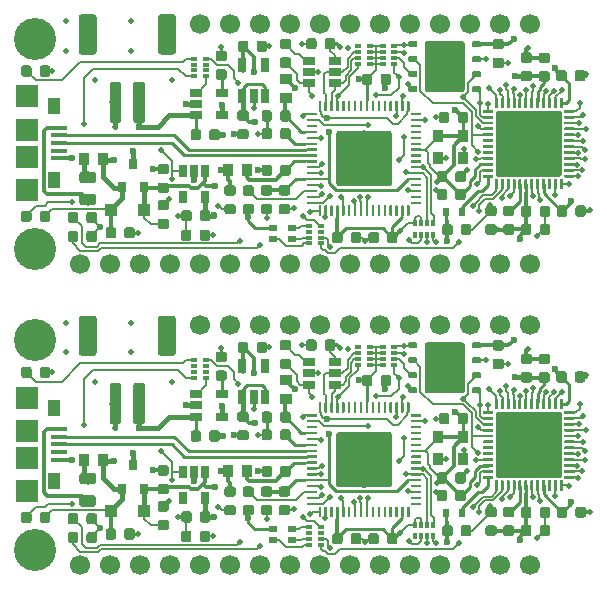
<source format=gbr>
G04 #@! TF.GenerationSoftware,KiCad,Pcbnew,(5.1.2)-1*
G04 #@! TF.CreationDate,2019-08-08T11:50:39+10:00*
G04 #@! TF.ProjectId,output.panel,6f757470-7574-42e7-9061-6e656c2e6b69,rev?*
G04 #@! TF.SameCoordinates,Original*
G04 #@! TF.FileFunction,Copper,L1,Top*
G04 #@! TF.FilePolarity,Positive*
%FSLAX46Y46*%
G04 Gerber Fmt 4.6, Leading zero omitted, Abs format (unit mm)*
G04 Created by KiCad (PCBNEW (5.1.2)-1) date 2019-08-08 11:50:39*
%MOMM*%
%LPD*%
G04 APERTURE LIST*
%ADD10C,3.556000*%
%ADD11C,1.700000*%
%ADD12C,0.100000*%
%ADD13C,1.000000*%
%ADD14C,1.500000*%
%ADD15R,0.700000X0.550000*%
%ADD16C,0.875000*%
%ADD17R,0.500000X0.400000*%
%ADD18R,0.500000X0.300000*%
%ADD19R,1.060000X0.650000*%
%ADD20C,4.700000*%
%ADD21C,0.500000*%
%ADD22C,0.200000*%
%ADD23C,0.975000*%
%ADD24R,1.900000X1.900000*%
%ADD25R,1.000000X1.350000*%
%ADD26R,1.350000X0.400000*%
%ADD27R,0.400000X0.500000*%
%ADD28R,0.300000X0.500000*%
%ADD29C,5.600000*%
%ADD30C,0.250000*%
%ADD31R,0.850000X1.000000*%
%ADD32R,0.650000X1.220000*%
%ADD33C,3.400000*%
%ADD34R,1.000000X0.850000*%
%ADD35R,0.900000X1.000000*%
%ADD36R,0.650000X1.060000*%
%ADD37R,0.600000X0.700000*%
%ADD38R,1.100000X1.100000*%
%ADD39R,0.800000X0.900000*%
%ADD40C,0.600000*%
%ADD41C,0.300000*%
%ADD42C,0.400000*%
%ADD43C,0.200000*%
%ADD44C,0.250000*%
%ADD45C,0.150000*%
%ADD46C,0.350000*%
G04 APERTURE END LIST*
D10*
X28930000Y-68245001D03*
X28930000Y-50465001D03*
D11*
X70840000Y-49195001D03*
X68300000Y-49195001D03*
X65760000Y-49195001D03*
X63220000Y-49195001D03*
X60680000Y-49195001D03*
X58140000Y-49195001D03*
X55600000Y-49195001D03*
X53060000Y-49195001D03*
X50520000Y-49195001D03*
X47980000Y-49195001D03*
X45440000Y-49195001D03*
X42900000Y-49195001D03*
X70840000Y-69515001D03*
X32740000Y-69515001D03*
X68300000Y-69515001D03*
X65760000Y-69515001D03*
X63220000Y-69515001D03*
X60680000Y-69515001D03*
X58140000Y-69515001D03*
X55600000Y-69515001D03*
X53060000Y-69515001D03*
X50520000Y-69515001D03*
X47980000Y-69515001D03*
X45440000Y-69515001D03*
X42900000Y-69515001D03*
X40360000Y-69515001D03*
X37820000Y-69515001D03*
X35280000Y-69515001D03*
D12*
G36*
X37974504Y-54101204D02*
G01*
X37998773Y-54104804D01*
X38022571Y-54110765D01*
X38045671Y-54119030D01*
X38067849Y-54129520D01*
X38088893Y-54142133D01*
X38108598Y-54156747D01*
X38126777Y-54173223D01*
X38143253Y-54191402D01*
X38157867Y-54211107D01*
X38170480Y-54232151D01*
X38180970Y-54254329D01*
X38189235Y-54277429D01*
X38195196Y-54301227D01*
X38198796Y-54325496D01*
X38200000Y-54350000D01*
X38200000Y-57350000D01*
X38198796Y-57374504D01*
X38195196Y-57398773D01*
X38189235Y-57422571D01*
X38180970Y-57445671D01*
X38170480Y-57467849D01*
X38157867Y-57488893D01*
X38143253Y-57508598D01*
X38126777Y-57526777D01*
X38108598Y-57543253D01*
X38088893Y-57557867D01*
X38067849Y-57570480D01*
X38045671Y-57580970D01*
X38022571Y-57589235D01*
X37998773Y-57595196D01*
X37974504Y-57598796D01*
X37950000Y-57600000D01*
X37450000Y-57600000D01*
X37425496Y-57598796D01*
X37401227Y-57595196D01*
X37377429Y-57589235D01*
X37354329Y-57580970D01*
X37332151Y-57570480D01*
X37311107Y-57557867D01*
X37291402Y-57543253D01*
X37273223Y-57526777D01*
X37256747Y-57508598D01*
X37242133Y-57488893D01*
X37229520Y-57467849D01*
X37219030Y-57445671D01*
X37210765Y-57422571D01*
X37204804Y-57398773D01*
X37201204Y-57374504D01*
X37200000Y-57350000D01*
X37200000Y-54350000D01*
X37201204Y-54325496D01*
X37204804Y-54301227D01*
X37210765Y-54277429D01*
X37219030Y-54254329D01*
X37229520Y-54232151D01*
X37242133Y-54211107D01*
X37256747Y-54191402D01*
X37273223Y-54173223D01*
X37291402Y-54156747D01*
X37311107Y-54142133D01*
X37332151Y-54129520D01*
X37354329Y-54119030D01*
X37377429Y-54110765D01*
X37401227Y-54104804D01*
X37425496Y-54101204D01*
X37450000Y-54100000D01*
X37950000Y-54100000D01*
X37974504Y-54101204D01*
X37974504Y-54101204D01*
G37*
D13*
X37700000Y-55850000D03*
D12*
G36*
X35974504Y-54101204D02*
G01*
X35998773Y-54104804D01*
X36022571Y-54110765D01*
X36045671Y-54119030D01*
X36067849Y-54129520D01*
X36088893Y-54142133D01*
X36108598Y-54156747D01*
X36126777Y-54173223D01*
X36143253Y-54191402D01*
X36157867Y-54211107D01*
X36170480Y-54232151D01*
X36180970Y-54254329D01*
X36189235Y-54277429D01*
X36195196Y-54301227D01*
X36198796Y-54325496D01*
X36200000Y-54350000D01*
X36200000Y-57350000D01*
X36198796Y-57374504D01*
X36195196Y-57398773D01*
X36189235Y-57422571D01*
X36180970Y-57445671D01*
X36170480Y-57467849D01*
X36157867Y-57488893D01*
X36143253Y-57508598D01*
X36126777Y-57526777D01*
X36108598Y-57543253D01*
X36088893Y-57557867D01*
X36067849Y-57570480D01*
X36045671Y-57580970D01*
X36022571Y-57589235D01*
X35998773Y-57595196D01*
X35974504Y-57598796D01*
X35950000Y-57600000D01*
X35450000Y-57600000D01*
X35425496Y-57598796D01*
X35401227Y-57595196D01*
X35377429Y-57589235D01*
X35354329Y-57580970D01*
X35332151Y-57570480D01*
X35311107Y-57557867D01*
X35291402Y-57543253D01*
X35273223Y-57526777D01*
X35256747Y-57508598D01*
X35242133Y-57488893D01*
X35229520Y-57467849D01*
X35219030Y-57445671D01*
X35210765Y-57422571D01*
X35204804Y-57398773D01*
X35201204Y-57374504D01*
X35200000Y-57350000D01*
X35200000Y-54350000D01*
X35201204Y-54325496D01*
X35204804Y-54301227D01*
X35210765Y-54277429D01*
X35219030Y-54254329D01*
X35229520Y-54232151D01*
X35242133Y-54211107D01*
X35256747Y-54191402D01*
X35273223Y-54173223D01*
X35291402Y-54156747D01*
X35311107Y-54142133D01*
X35332151Y-54129520D01*
X35354329Y-54119030D01*
X35377429Y-54110765D01*
X35401227Y-54104804D01*
X35425496Y-54101204D01*
X35450000Y-54100000D01*
X35950000Y-54100000D01*
X35974504Y-54101204D01*
X35974504Y-54101204D01*
G37*
D13*
X35700000Y-55850000D03*
D12*
G36*
X40574504Y-48401204D02*
G01*
X40598773Y-48404804D01*
X40622571Y-48410765D01*
X40645671Y-48419030D01*
X40667849Y-48429520D01*
X40688893Y-48442133D01*
X40708598Y-48456747D01*
X40726777Y-48473223D01*
X40743253Y-48491402D01*
X40757867Y-48511107D01*
X40770480Y-48532151D01*
X40780970Y-48554329D01*
X40789235Y-48577429D01*
X40795196Y-48601227D01*
X40798796Y-48625496D01*
X40800000Y-48650000D01*
X40800000Y-51550000D01*
X40798796Y-51574504D01*
X40795196Y-51598773D01*
X40789235Y-51622571D01*
X40780970Y-51645671D01*
X40770480Y-51667849D01*
X40757867Y-51688893D01*
X40743253Y-51708598D01*
X40726777Y-51726777D01*
X40708598Y-51743253D01*
X40688893Y-51757867D01*
X40667849Y-51770480D01*
X40645671Y-51780970D01*
X40622571Y-51789235D01*
X40598773Y-51795196D01*
X40574504Y-51798796D01*
X40550000Y-51800000D01*
X39550000Y-51800000D01*
X39525496Y-51798796D01*
X39501227Y-51795196D01*
X39477429Y-51789235D01*
X39454329Y-51780970D01*
X39432151Y-51770480D01*
X39411107Y-51757867D01*
X39391402Y-51743253D01*
X39373223Y-51726777D01*
X39356747Y-51708598D01*
X39342133Y-51688893D01*
X39329520Y-51667849D01*
X39319030Y-51645671D01*
X39310765Y-51622571D01*
X39304804Y-51598773D01*
X39301204Y-51574504D01*
X39300000Y-51550000D01*
X39300000Y-48650000D01*
X39301204Y-48625496D01*
X39304804Y-48601227D01*
X39310765Y-48577429D01*
X39319030Y-48554329D01*
X39329520Y-48532151D01*
X39342133Y-48511107D01*
X39356747Y-48491402D01*
X39373223Y-48473223D01*
X39391402Y-48456747D01*
X39411107Y-48442133D01*
X39432151Y-48429520D01*
X39454329Y-48419030D01*
X39477429Y-48410765D01*
X39501227Y-48404804D01*
X39525496Y-48401204D01*
X39550000Y-48400000D01*
X40550000Y-48400000D01*
X40574504Y-48401204D01*
X40574504Y-48401204D01*
G37*
D14*
X40050000Y-50100000D03*
D12*
G36*
X33874504Y-48401204D02*
G01*
X33898773Y-48404804D01*
X33922571Y-48410765D01*
X33945671Y-48419030D01*
X33967849Y-48429520D01*
X33988893Y-48442133D01*
X34008598Y-48456747D01*
X34026777Y-48473223D01*
X34043253Y-48491402D01*
X34057867Y-48511107D01*
X34070480Y-48532151D01*
X34080970Y-48554329D01*
X34089235Y-48577429D01*
X34095196Y-48601227D01*
X34098796Y-48625496D01*
X34100000Y-48650000D01*
X34100000Y-51550000D01*
X34098796Y-51574504D01*
X34095196Y-51598773D01*
X34089235Y-51622571D01*
X34080970Y-51645671D01*
X34070480Y-51667849D01*
X34057867Y-51688893D01*
X34043253Y-51708598D01*
X34026777Y-51726777D01*
X34008598Y-51743253D01*
X33988893Y-51757867D01*
X33967849Y-51770480D01*
X33945671Y-51780970D01*
X33922571Y-51789235D01*
X33898773Y-51795196D01*
X33874504Y-51798796D01*
X33850000Y-51800000D01*
X32850000Y-51800000D01*
X32825496Y-51798796D01*
X32801227Y-51795196D01*
X32777429Y-51789235D01*
X32754329Y-51780970D01*
X32732151Y-51770480D01*
X32711107Y-51757867D01*
X32691402Y-51743253D01*
X32673223Y-51726777D01*
X32656747Y-51708598D01*
X32642133Y-51688893D01*
X32629520Y-51667849D01*
X32619030Y-51645671D01*
X32610765Y-51622571D01*
X32604804Y-51598773D01*
X32601204Y-51574504D01*
X32600000Y-51550000D01*
X32600000Y-48650000D01*
X32601204Y-48625496D01*
X32604804Y-48601227D01*
X32610765Y-48577429D01*
X32619030Y-48554329D01*
X32629520Y-48532151D01*
X32642133Y-48511107D01*
X32656747Y-48491402D01*
X32673223Y-48473223D01*
X32691402Y-48456747D01*
X32711107Y-48442133D01*
X32732151Y-48429520D01*
X32754329Y-48419030D01*
X32777429Y-48410765D01*
X32801227Y-48404804D01*
X32825496Y-48401204D01*
X32850000Y-48400000D01*
X33850000Y-48400000D01*
X33874504Y-48401204D01*
X33874504Y-48401204D01*
G37*
D14*
X33350000Y-50100000D03*
D15*
X50650000Y-66500000D03*
X49050000Y-66500000D03*
X50650000Y-67400000D03*
X49050000Y-67400000D03*
D12*
G36*
X65352691Y-56651053D02*
G01*
X65373926Y-56654203D01*
X65394750Y-56659419D01*
X65414962Y-56666651D01*
X65434368Y-56675830D01*
X65452781Y-56686866D01*
X65470024Y-56699654D01*
X65485930Y-56714070D01*
X65500346Y-56729976D01*
X65513134Y-56747219D01*
X65524170Y-56765632D01*
X65533349Y-56785038D01*
X65540581Y-56805250D01*
X65545797Y-56826074D01*
X65548947Y-56847309D01*
X65550000Y-56868750D01*
X65550000Y-57381250D01*
X65548947Y-57402691D01*
X65545797Y-57423926D01*
X65540581Y-57444750D01*
X65533349Y-57464962D01*
X65524170Y-57484368D01*
X65513134Y-57502781D01*
X65500346Y-57520024D01*
X65485930Y-57535930D01*
X65470024Y-57550346D01*
X65452781Y-57563134D01*
X65434368Y-57574170D01*
X65414962Y-57583349D01*
X65394750Y-57590581D01*
X65373926Y-57595797D01*
X65352691Y-57598947D01*
X65331250Y-57600000D01*
X64893750Y-57600000D01*
X64872309Y-57598947D01*
X64851074Y-57595797D01*
X64830250Y-57590581D01*
X64810038Y-57583349D01*
X64790632Y-57574170D01*
X64772219Y-57563134D01*
X64754976Y-57550346D01*
X64739070Y-57535930D01*
X64724654Y-57520024D01*
X64711866Y-57502781D01*
X64700830Y-57484368D01*
X64691651Y-57464962D01*
X64684419Y-57444750D01*
X64679203Y-57423926D01*
X64676053Y-57402691D01*
X64675000Y-57381250D01*
X64675000Y-56868750D01*
X64676053Y-56847309D01*
X64679203Y-56826074D01*
X64684419Y-56805250D01*
X64691651Y-56785038D01*
X64700830Y-56765632D01*
X64711866Y-56747219D01*
X64724654Y-56729976D01*
X64739070Y-56714070D01*
X64754976Y-56699654D01*
X64772219Y-56686866D01*
X64790632Y-56675830D01*
X64810038Y-56666651D01*
X64830250Y-56659419D01*
X64851074Y-56654203D01*
X64872309Y-56651053D01*
X64893750Y-56650000D01*
X65331250Y-56650000D01*
X65352691Y-56651053D01*
X65352691Y-56651053D01*
G37*
D16*
X65112500Y-57125000D03*
D12*
G36*
X63777691Y-56651053D02*
G01*
X63798926Y-56654203D01*
X63819750Y-56659419D01*
X63839962Y-56666651D01*
X63859368Y-56675830D01*
X63877781Y-56686866D01*
X63895024Y-56699654D01*
X63910930Y-56714070D01*
X63925346Y-56729976D01*
X63938134Y-56747219D01*
X63949170Y-56765632D01*
X63958349Y-56785038D01*
X63965581Y-56805250D01*
X63970797Y-56826074D01*
X63973947Y-56847309D01*
X63975000Y-56868750D01*
X63975000Y-57381250D01*
X63973947Y-57402691D01*
X63970797Y-57423926D01*
X63965581Y-57444750D01*
X63958349Y-57464962D01*
X63949170Y-57484368D01*
X63938134Y-57502781D01*
X63925346Y-57520024D01*
X63910930Y-57535930D01*
X63895024Y-57550346D01*
X63877781Y-57563134D01*
X63859368Y-57574170D01*
X63839962Y-57583349D01*
X63819750Y-57590581D01*
X63798926Y-57595797D01*
X63777691Y-57598947D01*
X63756250Y-57600000D01*
X63318750Y-57600000D01*
X63297309Y-57598947D01*
X63276074Y-57595797D01*
X63255250Y-57590581D01*
X63235038Y-57583349D01*
X63215632Y-57574170D01*
X63197219Y-57563134D01*
X63179976Y-57550346D01*
X63164070Y-57535930D01*
X63149654Y-57520024D01*
X63136866Y-57502781D01*
X63125830Y-57484368D01*
X63116651Y-57464962D01*
X63109419Y-57444750D01*
X63104203Y-57423926D01*
X63101053Y-57402691D01*
X63100000Y-57381250D01*
X63100000Y-56868750D01*
X63101053Y-56847309D01*
X63104203Y-56826074D01*
X63109419Y-56805250D01*
X63116651Y-56785038D01*
X63125830Y-56765632D01*
X63136866Y-56747219D01*
X63149654Y-56729976D01*
X63164070Y-56714070D01*
X63179976Y-56699654D01*
X63197219Y-56686866D01*
X63215632Y-56675830D01*
X63235038Y-56666651D01*
X63255250Y-56659419D01*
X63276074Y-56654203D01*
X63297309Y-56651053D01*
X63318750Y-56650000D01*
X63756250Y-56650000D01*
X63777691Y-56651053D01*
X63777691Y-56651053D01*
G37*
D16*
X63537500Y-57125000D03*
D17*
X52100000Y-66300000D03*
D18*
X52100000Y-66800000D03*
D17*
X52100000Y-67800000D03*
D18*
X52100000Y-67300000D03*
D17*
X53100000Y-66300000D03*
D18*
X53100000Y-67300000D03*
X53100000Y-66800000D03*
D17*
X53100000Y-67800000D03*
D12*
G36*
X32352691Y-66726053D02*
G01*
X32373926Y-66729203D01*
X32394750Y-66734419D01*
X32414962Y-66741651D01*
X32434368Y-66750830D01*
X32452781Y-66761866D01*
X32470024Y-66774654D01*
X32485930Y-66789070D01*
X32500346Y-66804976D01*
X32513134Y-66822219D01*
X32524170Y-66840632D01*
X32533349Y-66860038D01*
X32540581Y-66880250D01*
X32545797Y-66901074D01*
X32548947Y-66922309D01*
X32550000Y-66943750D01*
X32550000Y-67456250D01*
X32548947Y-67477691D01*
X32545797Y-67498926D01*
X32540581Y-67519750D01*
X32533349Y-67539962D01*
X32524170Y-67559368D01*
X32513134Y-67577781D01*
X32500346Y-67595024D01*
X32485930Y-67610930D01*
X32470024Y-67625346D01*
X32452781Y-67638134D01*
X32434368Y-67649170D01*
X32414962Y-67658349D01*
X32394750Y-67665581D01*
X32373926Y-67670797D01*
X32352691Y-67673947D01*
X32331250Y-67675000D01*
X31893750Y-67675000D01*
X31872309Y-67673947D01*
X31851074Y-67670797D01*
X31830250Y-67665581D01*
X31810038Y-67658349D01*
X31790632Y-67649170D01*
X31772219Y-67638134D01*
X31754976Y-67625346D01*
X31739070Y-67610930D01*
X31724654Y-67595024D01*
X31711866Y-67577781D01*
X31700830Y-67559368D01*
X31691651Y-67539962D01*
X31684419Y-67519750D01*
X31679203Y-67498926D01*
X31676053Y-67477691D01*
X31675000Y-67456250D01*
X31675000Y-66943750D01*
X31676053Y-66922309D01*
X31679203Y-66901074D01*
X31684419Y-66880250D01*
X31691651Y-66860038D01*
X31700830Y-66840632D01*
X31711866Y-66822219D01*
X31724654Y-66804976D01*
X31739070Y-66789070D01*
X31754976Y-66774654D01*
X31772219Y-66761866D01*
X31790632Y-66750830D01*
X31810038Y-66741651D01*
X31830250Y-66734419D01*
X31851074Y-66729203D01*
X31872309Y-66726053D01*
X31893750Y-66725000D01*
X32331250Y-66725000D01*
X32352691Y-66726053D01*
X32352691Y-66726053D01*
G37*
D16*
X32112500Y-67200000D03*
D12*
G36*
X33927691Y-66726053D02*
G01*
X33948926Y-66729203D01*
X33969750Y-66734419D01*
X33989962Y-66741651D01*
X34009368Y-66750830D01*
X34027781Y-66761866D01*
X34045024Y-66774654D01*
X34060930Y-66789070D01*
X34075346Y-66804976D01*
X34088134Y-66822219D01*
X34099170Y-66840632D01*
X34108349Y-66860038D01*
X34115581Y-66880250D01*
X34120797Y-66901074D01*
X34123947Y-66922309D01*
X34125000Y-66943750D01*
X34125000Y-67456250D01*
X34123947Y-67477691D01*
X34120797Y-67498926D01*
X34115581Y-67519750D01*
X34108349Y-67539962D01*
X34099170Y-67559368D01*
X34088134Y-67577781D01*
X34075346Y-67595024D01*
X34060930Y-67610930D01*
X34045024Y-67625346D01*
X34027781Y-67638134D01*
X34009368Y-67649170D01*
X33989962Y-67658349D01*
X33969750Y-67665581D01*
X33948926Y-67670797D01*
X33927691Y-67673947D01*
X33906250Y-67675000D01*
X33468750Y-67675000D01*
X33447309Y-67673947D01*
X33426074Y-67670797D01*
X33405250Y-67665581D01*
X33385038Y-67658349D01*
X33365632Y-67649170D01*
X33347219Y-67638134D01*
X33329976Y-67625346D01*
X33314070Y-67610930D01*
X33299654Y-67595024D01*
X33286866Y-67577781D01*
X33275830Y-67559368D01*
X33266651Y-67539962D01*
X33259419Y-67519750D01*
X33254203Y-67498926D01*
X33251053Y-67477691D01*
X33250000Y-67456250D01*
X33250000Y-66943750D01*
X33251053Y-66922309D01*
X33254203Y-66901074D01*
X33259419Y-66880250D01*
X33266651Y-66860038D01*
X33275830Y-66840632D01*
X33286866Y-66822219D01*
X33299654Y-66804976D01*
X33314070Y-66789070D01*
X33329976Y-66774654D01*
X33347219Y-66761866D01*
X33365632Y-66750830D01*
X33385038Y-66741651D01*
X33405250Y-66734419D01*
X33426074Y-66729203D01*
X33447309Y-66726053D01*
X33468750Y-66725000D01*
X33906250Y-66725000D01*
X33927691Y-66726053D01*
X33927691Y-66726053D01*
G37*
D16*
X33687500Y-67200000D03*
D19*
X42500000Y-55050000D03*
X42500000Y-56000000D03*
X42500000Y-56950000D03*
X44700000Y-56950000D03*
X44700000Y-55050000D03*
D12*
G36*
X45677691Y-62876053D02*
G01*
X45698926Y-62879203D01*
X45719750Y-62884419D01*
X45739962Y-62891651D01*
X45759368Y-62900830D01*
X45777781Y-62911866D01*
X45795024Y-62924654D01*
X45810930Y-62939070D01*
X45825346Y-62954976D01*
X45838134Y-62972219D01*
X45849170Y-62990632D01*
X45858349Y-63010038D01*
X45865581Y-63030250D01*
X45870797Y-63051074D01*
X45873947Y-63072309D01*
X45875000Y-63093750D01*
X45875000Y-63531250D01*
X45873947Y-63552691D01*
X45870797Y-63573926D01*
X45865581Y-63594750D01*
X45858349Y-63614962D01*
X45849170Y-63634368D01*
X45838134Y-63652781D01*
X45825346Y-63670024D01*
X45810930Y-63685930D01*
X45795024Y-63700346D01*
X45777781Y-63713134D01*
X45759368Y-63724170D01*
X45739962Y-63733349D01*
X45719750Y-63740581D01*
X45698926Y-63745797D01*
X45677691Y-63748947D01*
X45656250Y-63750000D01*
X45143750Y-63750000D01*
X45122309Y-63748947D01*
X45101074Y-63745797D01*
X45080250Y-63740581D01*
X45060038Y-63733349D01*
X45040632Y-63724170D01*
X45022219Y-63713134D01*
X45004976Y-63700346D01*
X44989070Y-63685930D01*
X44974654Y-63670024D01*
X44961866Y-63652781D01*
X44950830Y-63634368D01*
X44941651Y-63614962D01*
X44934419Y-63594750D01*
X44929203Y-63573926D01*
X44926053Y-63552691D01*
X44925000Y-63531250D01*
X44925000Y-63093750D01*
X44926053Y-63072309D01*
X44929203Y-63051074D01*
X44934419Y-63030250D01*
X44941651Y-63010038D01*
X44950830Y-62990632D01*
X44961866Y-62972219D01*
X44974654Y-62954976D01*
X44989070Y-62939070D01*
X45004976Y-62924654D01*
X45022219Y-62911866D01*
X45040632Y-62900830D01*
X45060038Y-62891651D01*
X45080250Y-62884419D01*
X45101074Y-62879203D01*
X45122309Y-62876053D01*
X45143750Y-62875000D01*
X45656250Y-62875000D01*
X45677691Y-62876053D01*
X45677691Y-62876053D01*
G37*
D16*
X45400000Y-63312500D03*
D12*
G36*
X45677691Y-64451053D02*
G01*
X45698926Y-64454203D01*
X45719750Y-64459419D01*
X45739962Y-64466651D01*
X45759368Y-64475830D01*
X45777781Y-64486866D01*
X45795024Y-64499654D01*
X45810930Y-64514070D01*
X45825346Y-64529976D01*
X45838134Y-64547219D01*
X45849170Y-64565632D01*
X45858349Y-64585038D01*
X45865581Y-64605250D01*
X45870797Y-64626074D01*
X45873947Y-64647309D01*
X45875000Y-64668750D01*
X45875000Y-65106250D01*
X45873947Y-65127691D01*
X45870797Y-65148926D01*
X45865581Y-65169750D01*
X45858349Y-65189962D01*
X45849170Y-65209368D01*
X45838134Y-65227781D01*
X45825346Y-65245024D01*
X45810930Y-65260930D01*
X45795024Y-65275346D01*
X45777781Y-65288134D01*
X45759368Y-65299170D01*
X45739962Y-65308349D01*
X45719750Y-65315581D01*
X45698926Y-65320797D01*
X45677691Y-65323947D01*
X45656250Y-65325000D01*
X45143750Y-65325000D01*
X45122309Y-65323947D01*
X45101074Y-65320797D01*
X45080250Y-65315581D01*
X45060038Y-65308349D01*
X45040632Y-65299170D01*
X45022219Y-65288134D01*
X45004976Y-65275346D01*
X44989070Y-65260930D01*
X44974654Y-65245024D01*
X44961866Y-65227781D01*
X44950830Y-65209368D01*
X44941651Y-65189962D01*
X44934419Y-65169750D01*
X44929203Y-65148926D01*
X44926053Y-65127691D01*
X44925000Y-65106250D01*
X44925000Y-64668750D01*
X44926053Y-64647309D01*
X44929203Y-64626074D01*
X44934419Y-64605250D01*
X44941651Y-64585038D01*
X44950830Y-64565632D01*
X44961866Y-64547219D01*
X44974654Y-64529976D01*
X44989070Y-64514070D01*
X45004976Y-64499654D01*
X45022219Y-64486866D01*
X45040632Y-64475830D01*
X45060038Y-64466651D01*
X45080250Y-64459419D01*
X45101074Y-64454203D01*
X45122309Y-64451053D01*
X45143750Y-64450000D01*
X45656250Y-64450000D01*
X45677691Y-64451053D01*
X45677691Y-64451053D01*
G37*
D16*
X45400000Y-64887500D03*
D12*
G36*
X64052691Y-66151053D02*
G01*
X64073926Y-66154203D01*
X64094750Y-66159419D01*
X64114962Y-66166651D01*
X64134368Y-66175830D01*
X64152781Y-66186866D01*
X64170024Y-66199654D01*
X64185930Y-66214070D01*
X64200346Y-66229976D01*
X64213134Y-66247219D01*
X64224170Y-66265632D01*
X64233349Y-66285038D01*
X64240581Y-66305250D01*
X64245797Y-66326074D01*
X64248947Y-66347309D01*
X64250000Y-66368750D01*
X64250000Y-66881250D01*
X64248947Y-66902691D01*
X64245797Y-66923926D01*
X64240581Y-66944750D01*
X64233349Y-66964962D01*
X64224170Y-66984368D01*
X64213134Y-67002781D01*
X64200346Y-67020024D01*
X64185930Y-67035930D01*
X64170024Y-67050346D01*
X64152781Y-67063134D01*
X64134368Y-67074170D01*
X64114962Y-67083349D01*
X64094750Y-67090581D01*
X64073926Y-67095797D01*
X64052691Y-67098947D01*
X64031250Y-67100000D01*
X63593750Y-67100000D01*
X63572309Y-67098947D01*
X63551074Y-67095797D01*
X63530250Y-67090581D01*
X63510038Y-67083349D01*
X63490632Y-67074170D01*
X63472219Y-67063134D01*
X63454976Y-67050346D01*
X63439070Y-67035930D01*
X63424654Y-67020024D01*
X63411866Y-67002781D01*
X63400830Y-66984368D01*
X63391651Y-66964962D01*
X63384419Y-66944750D01*
X63379203Y-66923926D01*
X63376053Y-66902691D01*
X63375000Y-66881250D01*
X63375000Y-66368750D01*
X63376053Y-66347309D01*
X63379203Y-66326074D01*
X63384419Y-66305250D01*
X63391651Y-66285038D01*
X63400830Y-66265632D01*
X63411866Y-66247219D01*
X63424654Y-66229976D01*
X63439070Y-66214070D01*
X63454976Y-66199654D01*
X63472219Y-66186866D01*
X63490632Y-66175830D01*
X63510038Y-66166651D01*
X63530250Y-66159419D01*
X63551074Y-66154203D01*
X63572309Y-66151053D01*
X63593750Y-66150000D01*
X64031250Y-66150000D01*
X64052691Y-66151053D01*
X64052691Y-66151053D01*
G37*
D16*
X63812500Y-66625000D03*
D12*
G36*
X65627691Y-66151053D02*
G01*
X65648926Y-66154203D01*
X65669750Y-66159419D01*
X65689962Y-66166651D01*
X65709368Y-66175830D01*
X65727781Y-66186866D01*
X65745024Y-66199654D01*
X65760930Y-66214070D01*
X65775346Y-66229976D01*
X65788134Y-66247219D01*
X65799170Y-66265632D01*
X65808349Y-66285038D01*
X65815581Y-66305250D01*
X65820797Y-66326074D01*
X65823947Y-66347309D01*
X65825000Y-66368750D01*
X65825000Y-66881250D01*
X65823947Y-66902691D01*
X65820797Y-66923926D01*
X65815581Y-66944750D01*
X65808349Y-66964962D01*
X65799170Y-66984368D01*
X65788134Y-67002781D01*
X65775346Y-67020024D01*
X65760930Y-67035930D01*
X65745024Y-67050346D01*
X65727781Y-67063134D01*
X65709368Y-67074170D01*
X65689962Y-67083349D01*
X65669750Y-67090581D01*
X65648926Y-67095797D01*
X65627691Y-67098947D01*
X65606250Y-67100000D01*
X65168750Y-67100000D01*
X65147309Y-67098947D01*
X65126074Y-67095797D01*
X65105250Y-67090581D01*
X65085038Y-67083349D01*
X65065632Y-67074170D01*
X65047219Y-67063134D01*
X65029976Y-67050346D01*
X65014070Y-67035930D01*
X64999654Y-67020024D01*
X64986866Y-67002781D01*
X64975830Y-66984368D01*
X64966651Y-66964962D01*
X64959419Y-66944750D01*
X64954203Y-66923926D01*
X64951053Y-66902691D01*
X64950000Y-66881250D01*
X64950000Y-66368750D01*
X64951053Y-66347309D01*
X64954203Y-66326074D01*
X64959419Y-66305250D01*
X64966651Y-66285038D01*
X64975830Y-66265632D01*
X64986866Y-66247219D01*
X64999654Y-66229976D01*
X65014070Y-66214070D01*
X65029976Y-66199654D01*
X65047219Y-66186866D01*
X65065632Y-66175830D01*
X65085038Y-66166651D01*
X65105250Y-66159419D01*
X65126074Y-66154203D01*
X65147309Y-66151053D01*
X65168750Y-66150000D01*
X65606250Y-66150000D01*
X65627691Y-66151053D01*
X65627691Y-66151053D01*
G37*
D16*
X65387500Y-66625000D03*
D12*
G36*
X73702691Y-53126053D02*
G01*
X73723926Y-53129203D01*
X73744750Y-53134419D01*
X73764962Y-53141651D01*
X73784368Y-53150830D01*
X73802781Y-53161866D01*
X73820024Y-53174654D01*
X73835930Y-53189070D01*
X73850346Y-53204976D01*
X73863134Y-53222219D01*
X73874170Y-53240632D01*
X73883349Y-53260038D01*
X73890581Y-53280250D01*
X73895797Y-53301074D01*
X73898947Y-53322309D01*
X73900000Y-53343750D01*
X73900000Y-53856250D01*
X73898947Y-53877691D01*
X73895797Y-53898926D01*
X73890581Y-53919750D01*
X73883349Y-53939962D01*
X73874170Y-53959368D01*
X73863134Y-53977781D01*
X73850346Y-53995024D01*
X73835930Y-54010930D01*
X73820024Y-54025346D01*
X73802781Y-54038134D01*
X73784368Y-54049170D01*
X73764962Y-54058349D01*
X73744750Y-54065581D01*
X73723926Y-54070797D01*
X73702691Y-54073947D01*
X73681250Y-54075000D01*
X73243750Y-54075000D01*
X73222309Y-54073947D01*
X73201074Y-54070797D01*
X73180250Y-54065581D01*
X73160038Y-54058349D01*
X73140632Y-54049170D01*
X73122219Y-54038134D01*
X73104976Y-54025346D01*
X73089070Y-54010930D01*
X73074654Y-53995024D01*
X73061866Y-53977781D01*
X73050830Y-53959368D01*
X73041651Y-53939962D01*
X73034419Y-53919750D01*
X73029203Y-53898926D01*
X73026053Y-53877691D01*
X73025000Y-53856250D01*
X73025000Y-53343750D01*
X73026053Y-53322309D01*
X73029203Y-53301074D01*
X73034419Y-53280250D01*
X73041651Y-53260038D01*
X73050830Y-53240632D01*
X73061866Y-53222219D01*
X73074654Y-53204976D01*
X73089070Y-53189070D01*
X73104976Y-53174654D01*
X73122219Y-53161866D01*
X73140632Y-53150830D01*
X73160038Y-53141651D01*
X73180250Y-53134419D01*
X73201074Y-53129203D01*
X73222309Y-53126053D01*
X73243750Y-53125000D01*
X73681250Y-53125000D01*
X73702691Y-53126053D01*
X73702691Y-53126053D01*
G37*
D16*
X73462500Y-53600000D03*
D12*
G36*
X75277691Y-53126053D02*
G01*
X75298926Y-53129203D01*
X75319750Y-53134419D01*
X75339962Y-53141651D01*
X75359368Y-53150830D01*
X75377781Y-53161866D01*
X75395024Y-53174654D01*
X75410930Y-53189070D01*
X75425346Y-53204976D01*
X75438134Y-53222219D01*
X75449170Y-53240632D01*
X75458349Y-53260038D01*
X75465581Y-53280250D01*
X75470797Y-53301074D01*
X75473947Y-53322309D01*
X75475000Y-53343750D01*
X75475000Y-53856250D01*
X75473947Y-53877691D01*
X75470797Y-53898926D01*
X75465581Y-53919750D01*
X75458349Y-53939962D01*
X75449170Y-53959368D01*
X75438134Y-53977781D01*
X75425346Y-53995024D01*
X75410930Y-54010930D01*
X75395024Y-54025346D01*
X75377781Y-54038134D01*
X75359368Y-54049170D01*
X75339962Y-54058349D01*
X75319750Y-54065581D01*
X75298926Y-54070797D01*
X75277691Y-54073947D01*
X75256250Y-54075000D01*
X74818750Y-54075000D01*
X74797309Y-54073947D01*
X74776074Y-54070797D01*
X74755250Y-54065581D01*
X74735038Y-54058349D01*
X74715632Y-54049170D01*
X74697219Y-54038134D01*
X74679976Y-54025346D01*
X74664070Y-54010930D01*
X74649654Y-53995024D01*
X74636866Y-53977781D01*
X74625830Y-53959368D01*
X74616651Y-53939962D01*
X74609419Y-53919750D01*
X74604203Y-53898926D01*
X74601053Y-53877691D01*
X74600000Y-53856250D01*
X74600000Y-53343750D01*
X74601053Y-53322309D01*
X74604203Y-53301074D01*
X74609419Y-53280250D01*
X74616651Y-53260038D01*
X74625830Y-53240632D01*
X74636866Y-53222219D01*
X74649654Y-53204976D01*
X74664070Y-53189070D01*
X74679976Y-53174654D01*
X74697219Y-53161866D01*
X74715632Y-53150830D01*
X74735038Y-53141651D01*
X74755250Y-53134419D01*
X74776074Y-53129203D01*
X74797309Y-53126053D01*
X74818750Y-53125000D01*
X75256250Y-53125000D01*
X75277691Y-53126053D01*
X75277691Y-53126053D01*
G37*
D16*
X75037500Y-53600000D03*
D12*
G36*
X72302691Y-66126053D02*
G01*
X72323926Y-66129203D01*
X72344750Y-66134419D01*
X72364962Y-66141651D01*
X72384368Y-66150830D01*
X72402781Y-66161866D01*
X72420024Y-66174654D01*
X72435930Y-66189070D01*
X72450346Y-66204976D01*
X72463134Y-66222219D01*
X72474170Y-66240632D01*
X72483349Y-66260038D01*
X72490581Y-66280250D01*
X72495797Y-66301074D01*
X72498947Y-66322309D01*
X72500000Y-66343750D01*
X72500000Y-66856250D01*
X72498947Y-66877691D01*
X72495797Y-66898926D01*
X72490581Y-66919750D01*
X72483349Y-66939962D01*
X72474170Y-66959368D01*
X72463134Y-66977781D01*
X72450346Y-66995024D01*
X72435930Y-67010930D01*
X72420024Y-67025346D01*
X72402781Y-67038134D01*
X72384368Y-67049170D01*
X72364962Y-67058349D01*
X72344750Y-67065581D01*
X72323926Y-67070797D01*
X72302691Y-67073947D01*
X72281250Y-67075000D01*
X71843750Y-67075000D01*
X71822309Y-67073947D01*
X71801074Y-67070797D01*
X71780250Y-67065581D01*
X71760038Y-67058349D01*
X71740632Y-67049170D01*
X71722219Y-67038134D01*
X71704976Y-67025346D01*
X71689070Y-67010930D01*
X71674654Y-66995024D01*
X71661866Y-66977781D01*
X71650830Y-66959368D01*
X71641651Y-66939962D01*
X71634419Y-66919750D01*
X71629203Y-66898926D01*
X71626053Y-66877691D01*
X71625000Y-66856250D01*
X71625000Y-66343750D01*
X71626053Y-66322309D01*
X71629203Y-66301074D01*
X71634419Y-66280250D01*
X71641651Y-66260038D01*
X71650830Y-66240632D01*
X71661866Y-66222219D01*
X71674654Y-66204976D01*
X71689070Y-66189070D01*
X71704976Y-66174654D01*
X71722219Y-66161866D01*
X71740632Y-66150830D01*
X71760038Y-66141651D01*
X71780250Y-66134419D01*
X71801074Y-66129203D01*
X71822309Y-66126053D01*
X71843750Y-66125000D01*
X72281250Y-66125000D01*
X72302691Y-66126053D01*
X72302691Y-66126053D01*
G37*
D16*
X72062500Y-66600000D03*
D12*
G36*
X70727691Y-66126053D02*
G01*
X70748926Y-66129203D01*
X70769750Y-66134419D01*
X70789962Y-66141651D01*
X70809368Y-66150830D01*
X70827781Y-66161866D01*
X70845024Y-66174654D01*
X70860930Y-66189070D01*
X70875346Y-66204976D01*
X70888134Y-66222219D01*
X70899170Y-66240632D01*
X70908349Y-66260038D01*
X70915581Y-66280250D01*
X70920797Y-66301074D01*
X70923947Y-66322309D01*
X70925000Y-66343750D01*
X70925000Y-66856250D01*
X70923947Y-66877691D01*
X70920797Y-66898926D01*
X70915581Y-66919750D01*
X70908349Y-66939962D01*
X70899170Y-66959368D01*
X70888134Y-66977781D01*
X70875346Y-66995024D01*
X70860930Y-67010930D01*
X70845024Y-67025346D01*
X70827781Y-67038134D01*
X70809368Y-67049170D01*
X70789962Y-67058349D01*
X70769750Y-67065581D01*
X70748926Y-67070797D01*
X70727691Y-67073947D01*
X70706250Y-67075000D01*
X70268750Y-67075000D01*
X70247309Y-67073947D01*
X70226074Y-67070797D01*
X70205250Y-67065581D01*
X70185038Y-67058349D01*
X70165632Y-67049170D01*
X70147219Y-67038134D01*
X70129976Y-67025346D01*
X70114070Y-67010930D01*
X70099654Y-66995024D01*
X70086866Y-66977781D01*
X70075830Y-66959368D01*
X70066651Y-66939962D01*
X70059419Y-66919750D01*
X70054203Y-66898926D01*
X70051053Y-66877691D01*
X70050000Y-66856250D01*
X70050000Y-66343750D01*
X70051053Y-66322309D01*
X70054203Y-66301074D01*
X70059419Y-66280250D01*
X70066651Y-66260038D01*
X70075830Y-66240632D01*
X70086866Y-66222219D01*
X70099654Y-66204976D01*
X70114070Y-66189070D01*
X70129976Y-66174654D01*
X70147219Y-66161866D01*
X70165632Y-66150830D01*
X70185038Y-66141651D01*
X70205250Y-66134419D01*
X70226074Y-66129203D01*
X70247309Y-66126053D01*
X70268750Y-66125000D01*
X70706250Y-66125000D01*
X70727691Y-66126053D01*
X70727691Y-66126053D01*
G37*
D16*
X70487500Y-66600000D03*
D12*
G36*
X72277691Y-51638553D02*
G01*
X72298926Y-51641703D01*
X72319750Y-51646919D01*
X72339962Y-51654151D01*
X72359368Y-51663330D01*
X72377781Y-51674366D01*
X72395024Y-51687154D01*
X72410930Y-51701570D01*
X72425346Y-51717476D01*
X72438134Y-51734719D01*
X72449170Y-51753132D01*
X72458349Y-51772538D01*
X72465581Y-51792750D01*
X72470797Y-51813574D01*
X72473947Y-51834809D01*
X72475000Y-51856250D01*
X72475000Y-52293750D01*
X72473947Y-52315191D01*
X72470797Y-52336426D01*
X72465581Y-52357250D01*
X72458349Y-52377462D01*
X72449170Y-52396868D01*
X72438134Y-52415281D01*
X72425346Y-52432524D01*
X72410930Y-52448430D01*
X72395024Y-52462846D01*
X72377781Y-52475634D01*
X72359368Y-52486670D01*
X72339962Y-52495849D01*
X72319750Y-52503081D01*
X72298926Y-52508297D01*
X72277691Y-52511447D01*
X72256250Y-52512500D01*
X71743750Y-52512500D01*
X71722309Y-52511447D01*
X71701074Y-52508297D01*
X71680250Y-52503081D01*
X71660038Y-52495849D01*
X71640632Y-52486670D01*
X71622219Y-52475634D01*
X71604976Y-52462846D01*
X71589070Y-52448430D01*
X71574654Y-52432524D01*
X71561866Y-52415281D01*
X71550830Y-52396868D01*
X71541651Y-52377462D01*
X71534419Y-52357250D01*
X71529203Y-52336426D01*
X71526053Y-52315191D01*
X71525000Y-52293750D01*
X71525000Y-51856250D01*
X71526053Y-51834809D01*
X71529203Y-51813574D01*
X71534419Y-51792750D01*
X71541651Y-51772538D01*
X71550830Y-51753132D01*
X71561866Y-51734719D01*
X71574654Y-51717476D01*
X71589070Y-51701570D01*
X71604976Y-51687154D01*
X71622219Y-51674366D01*
X71640632Y-51663330D01*
X71660038Y-51654151D01*
X71680250Y-51646919D01*
X71701074Y-51641703D01*
X71722309Y-51638553D01*
X71743750Y-51637500D01*
X72256250Y-51637500D01*
X72277691Y-51638553D01*
X72277691Y-51638553D01*
G37*
D16*
X72000000Y-52075000D03*
D12*
G36*
X72277691Y-53213553D02*
G01*
X72298926Y-53216703D01*
X72319750Y-53221919D01*
X72339962Y-53229151D01*
X72359368Y-53238330D01*
X72377781Y-53249366D01*
X72395024Y-53262154D01*
X72410930Y-53276570D01*
X72425346Y-53292476D01*
X72438134Y-53309719D01*
X72449170Y-53328132D01*
X72458349Y-53347538D01*
X72465581Y-53367750D01*
X72470797Y-53388574D01*
X72473947Y-53409809D01*
X72475000Y-53431250D01*
X72475000Y-53868750D01*
X72473947Y-53890191D01*
X72470797Y-53911426D01*
X72465581Y-53932250D01*
X72458349Y-53952462D01*
X72449170Y-53971868D01*
X72438134Y-53990281D01*
X72425346Y-54007524D01*
X72410930Y-54023430D01*
X72395024Y-54037846D01*
X72377781Y-54050634D01*
X72359368Y-54061670D01*
X72339962Y-54070849D01*
X72319750Y-54078081D01*
X72298926Y-54083297D01*
X72277691Y-54086447D01*
X72256250Y-54087500D01*
X71743750Y-54087500D01*
X71722309Y-54086447D01*
X71701074Y-54083297D01*
X71680250Y-54078081D01*
X71660038Y-54070849D01*
X71640632Y-54061670D01*
X71622219Y-54050634D01*
X71604976Y-54037846D01*
X71589070Y-54023430D01*
X71574654Y-54007524D01*
X71561866Y-53990281D01*
X71550830Y-53971868D01*
X71541651Y-53952462D01*
X71534419Y-53932250D01*
X71529203Y-53911426D01*
X71526053Y-53890191D01*
X71525000Y-53868750D01*
X71525000Y-53431250D01*
X71526053Y-53409809D01*
X71529203Y-53388574D01*
X71534419Y-53367750D01*
X71541651Y-53347538D01*
X71550830Y-53328132D01*
X71561866Y-53309719D01*
X71574654Y-53292476D01*
X71589070Y-53276570D01*
X71604976Y-53262154D01*
X71622219Y-53249366D01*
X71640632Y-53238330D01*
X71660038Y-53229151D01*
X71680250Y-53221919D01*
X71701074Y-53216703D01*
X71722309Y-53213553D01*
X71743750Y-53212500D01*
X72256250Y-53212500D01*
X72277691Y-53213553D01*
X72277691Y-53213553D01*
G37*
D16*
X72000000Y-53650000D03*
D12*
G36*
X75327691Y-64576053D02*
G01*
X75348926Y-64579203D01*
X75369750Y-64584419D01*
X75389962Y-64591651D01*
X75409368Y-64600830D01*
X75427781Y-64611866D01*
X75445024Y-64624654D01*
X75460930Y-64639070D01*
X75475346Y-64654976D01*
X75488134Y-64672219D01*
X75499170Y-64690632D01*
X75508349Y-64710038D01*
X75515581Y-64730250D01*
X75520797Y-64751074D01*
X75523947Y-64772309D01*
X75525000Y-64793750D01*
X75525000Y-65306250D01*
X75523947Y-65327691D01*
X75520797Y-65348926D01*
X75515581Y-65369750D01*
X75508349Y-65389962D01*
X75499170Y-65409368D01*
X75488134Y-65427781D01*
X75475346Y-65445024D01*
X75460930Y-65460930D01*
X75445024Y-65475346D01*
X75427781Y-65488134D01*
X75409368Y-65499170D01*
X75389962Y-65508349D01*
X75369750Y-65515581D01*
X75348926Y-65520797D01*
X75327691Y-65523947D01*
X75306250Y-65525000D01*
X74868750Y-65525000D01*
X74847309Y-65523947D01*
X74826074Y-65520797D01*
X74805250Y-65515581D01*
X74785038Y-65508349D01*
X74765632Y-65499170D01*
X74747219Y-65488134D01*
X74729976Y-65475346D01*
X74714070Y-65460930D01*
X74699654Y-65445024D01*
X74686866Y-65427781D01*
X74675830Y-65409368D01*
X74666651Y-65389962D01*
X74659419Y-65369750D01*
X74654203Y-65348926D01*
X74651053Y-65327691D01*
X74650000Y-65306250D01*
X74650000Y-64793750D01*
X74651053Y-64772309D01*
X74654203Y-64751074D01*
X74659419Y-64730250D01*
X74666651Y-64710038D01*
X74675830Y-64690632D01*
X74686866Y-64672219D01*
X74699654Y-64654976D01*
X74714070Y-64639070D01*
X74729976Y-64624654D01*
X74747219Y-64611866D01*
X74765632Y-64600830D01*
X74785038Y-64591651D01*
X74805250Y-64584419D01*
X74826074Y-64579203D01*
X74847309Y-64576053D01*
X74868750Y-64575000D01*
X75306250Y-64575000D01*
X75327691Y-64576053D01*
X75327691Y-64576053D01*
G37*
D16*
X75087500Y-65050000D03*
D12*
G36*
X73752691Y-64576053D02*
G01*
X73773926Y-64579203D01*
X73794750Y-64584419D01*
X73814962Y-64591651D01*
X73834368Y-64600830D01*
X73852781Y-64611866D01*
X73870024Y-64624654D01*
X73885930Y-64639070D01*
X73900346Y-64654976D01*
X73913134Y-64672219D01*
X73924170Y-64690632D01*
X73933349Y-64710038D01*
X73940581Y-64730250D01*
X73945797Y-64751074D01*
X73948947Y-64772309D01*
X73950000Y-64793750D01*
X73950000Y-65306250D01*
X73948947Y-65327691D01*
X73945797Y-65348926D01*
X73940581Y-65369750D01*
X73933349Y-65389962D01*
X73924170Y-65409368D01*
X73913134Y-65427781D01*
X73900346Y-65445024D01*
X73885930Y-65460930D01*
X73870024Y-65475346D01*
X73852781Y-65488134D01*
X73834368Y-65499170D01*
X73814962Y-65508349D01*
X73794750Y-65515581D01*
X73773926Y-65520797D01*
X73752691Y-65523947D01*
X73731250Y-65525000D01*
X73293750Y-65525000D01*
X73272309Y-65523947D01*
X73251074Y-65520797D01*
X73230250Y-65515581D01*
X73210038Y-65508349D01*
X73190632Y-65499170D01*
X73172219Y-65488134D01*
X73154976Y-65475346D01*
X73139070Y-65460930D01*
X73124654Y-65445024D01*
X73111866Y-65427781D01*
X73100830Y-65409368D01*
X73091651Y-65389962D01*
X73084419Y-65369750D01*
X73079203Y-65348926D01*
X73076053Y-65327691D01*
X73075000Y-65306250D01*
X73075000Y-64793750D01*
X73076053Y-64772309D01*
X73079203Y-64751074D01*
X73084419Y-64730250D01*
X73091651Y-64710038D01*
X73100830Y-64690632D01*
X73111866Y-64672219D01*
X73124654Y-64654976D01*
X73139070Y-64639070D01*
X73154976Y-64624654D01*
X73172219Y-64611866D01*
X73190632Y-64600830D01*
X73210038Y-64591651D01*
X73230250Y-64584419D01*
X73251074Y-64579203D01*
X73272309Y-64576053D01*
X73293750Y-64575000D01*
X73731250Y-64575000D01*
X73752691Y-64576053D01*
X73752691Y-64576053D01*
G37*
D16*
X73512500Y-65050000D03*
D12*
G36*
X68377691Y-52063553D02*
G01*
X68398926Y-52066703D01*
X68419750Y-52071919D01*
X68439962Y-52079151D01*
X68459368Y-52088330D01*
X68477781Y-52099366D01*
X68495024Y-52112154D01*
X68510930Y-52126570D01*
X68525346Y-52142476D01*
X68538134Y-52159719D01*
X68549170Y-52178132D01*
X68558349Y-52197538D01*
X68565581Y-52217750D01*
X68570797Y-52238574D01*
X68573947Y-52259809D01*
X68575000Y-52281250D01*
X68575000Y-52718750D01*
X68573947Y-52740191D01*
X68570797Y-52761426D01*
X68565581Y-52782250D01*
X68558349Y-52802462D01*
X68549170Y-52821868D01*
X68538134Y-52840281D01*
X68525346Y-52857524D01*
X68510930Y-52873430D01*
X68495024Y-52887846D01*
X68477781Y-52900634D01*
X68459368Y-52911670D01*
X68439962Y-52920849D01*
X68419750Y-52928081D01*
X68398926Y-52933297D01*
X68377691Y-52936447D01*
X68356250Y-52937500D01*
X67843750Y-52937500D01*
X67822309Y-52936447D01*
X67801074Y-52933297D01*
X67780250Y-52928081D01*
X67760038Y-52920849D01*
X67740632Y-52911670D01*
X67722219Y-52900634D01*
X67704976Y-52887846D01*
X67689070Y-52873430D01*
X67674654Y-52857524D01*
X67661866Y-52840281D01*
X67650830Y-52821868D01*
X67641651Y-52802462D01*
X67634419Y-52782250D01*
X67629203Y-52761426D01*
X67626053Y-52740191D01*
X67625000Y-52718750D01*
X67625000Y-52281250D01*
X67626053Y-52259809D01*
X67629203Y-52238574D01*
X67634419Y-52217750D01*
X67641651Y-52197538D01*
X67650830Y-52178132D01*
X67661866Y-52159719D01*
X67674654Y-52142476D01*
X67689070Y-52126570D01*
X67704976Y-52112154D01*
X67722219Y-52099366D01*
X67740632Y-52088330D01*
X67760038Y-52079151D01*
X67780250Y-52071919D01*
X67801074Y-52066703D01*
X67822309Y-52063553D01*
X67843750Y-52062500D01*
X68356250Y-52062500D01*
X68377691Y-52063553D01*
X68377691Y-52063553D01*
G37*
D16*
X68100000Y-52500000D03*
D12*
G36*
X68377691Y-50488553D02*
G01*
X68398926Y-50491703D01*
X68419750Y-50496919D01*
X68439962Y-50504151D01*
X68459368Y-50513330D01*
X68477781Y-50524366D01*
X68495024Y-50537154D01*
X68510930Y-50551570D01*
X68525346Y-50567476D01*
X68538134Y-50584719D01*
X68549170Y-50603132D01*
X68558349Y-50622538D01*
X68565581Y-50642750D01*
X68570797Y-50663574D01*
X68573947Y-50684809D01*
X68575000Y-50706250D01*
X68575000Y-51143750D01*
X68573947Y-51165191D01*
X68570797Y-51186426D01*
X68565581Y-51207250D01*
X68558349Y-51227462D01*
X68549170Y-51246868D01*
X68538134Y-51265281D01*
X68525346Y-51282524D01*
X68510930Y-51298430D01*
X68495024Y-51312846D01*
X68477781Y-51325634D01*
X68459368Y-51336670D01*
X68439962Y-51345849D01*
X68419750Y-51353081D01*
X68398926Y-51358297D01*
X68377691Y-51361447D01*
X68356250Y-51362500D01*
X67843750Y-51362500D01*
X67822309Y-51361447D01*
X67801074Y-51358297D01*
X67780250Y-51353081D01*
X67760038Y-51345849D01*
X67740632Y-51336670D01*
X67722219Y-51325634D01*
X67704976Y-51312846D01*
X67689070Y-51298430D01*
X67674654Y-51282524D01*
X67661866Y-51265281D01*
X67650830Y-51246868D01*
X67641651Y-51227462D01*
X67634419Y-51207250D01*
X67629203Y-51186426D01*
X67626053Y-51165191D01*
X67625000Y-51143750D01*
X67625000Y-50706250D01*
X67626053Y-50684809D01*
X67629203Y-50663574D01*
X67634419Y-50642750D01*
X67641651Y-50622538D01*
X67650830Y-50603132D01*
X67661866Y-50584719D01*
X67674654Y-50567476D01*
X67689070Y-50551570D01*
X67704976Y-50537154D01*
X67722219Y-50524366D01*
X67740632Y-50513330D01*
X67760038Y-50504151D01*
X67780250Y-50496919D01*
X67801074Y-50491703D01*
X67822309Y-50488553D01*
X67843750Y-50487500D01*
X68356250Y-50487500D01*
X68377691Y-50488553D01*
X68377691Y-50488553D01*
G37*
D16*
X68100000Y-50925000D03*
D12*
G36*
X48327691Y-50626053D02*
G01*
X48348926Y-50629203D01*
X48369750Y-50634419D01*
X48389962Y-50641651D01*
X48409368Y-50650830D01*
X48427781Y-50661866D01*
X48445024Y-50674654D01*
X48460930Y-50689070D01*
X48475346Y-50704976D01*
X48488134Y-50722219D01*
X48499170Y-50740632D01*
X48508349Y-50760038D01*
X48515581Y-50780250D01*
X48520797Y-50801074D01*
X48523947Y-50822309D01*
X48525000Y-50843750D01*
X48525000Y-51356250D01*
X48523947Y-51377691D01*
X48520797Y-51398926D01*
X48515581Y-51419750D01*
X48508349Y-51439962D01*
X48499170Y-51459368D01*
X48488134Y-51477781D01*
X48475346Y-51495024D01*
X48460930Y-51510930D01*
X48445024Y-51525346D01*
X48427781Y-51538134D01*
X48409368Y-51549170D01*
X48389962Y-51558349D01*
X48369750Y-51565581D01*
X48348926Y-51570797D01*
X48327691Y-51573947D01*
X48306250Y-51575000D01*
X47868750Y-51575000D01*
X47847309Y-51573947D01*
X47826074Y-51570797D01*
X47805250Y-51565581D01*
X47785038Y-51558349D01*
X47765632Y-51549170D01*
X47747219Y-51538134D01*
X47729976Y-51525346D01*
X47714070Y-51510930D01*
X47699654Y-51495024D01*
X47686866Y-51477781D01*
X47675830Y-51459368D01*
X47666651Y-51439962D01*
X47659419Y-51419750D01*
X47654203Y-51398926D01*
X47651053Y-51377691D01*
X47650000Y-51356250D01*
X47650000Y-50843750D01*
X47651053Y-50822309D01*
X47654203Y-50801074D01*
X47659419Y-50780250D01*
X47666651Y-50760038D01*
X47675830Y-50740632D01*
X47686866Y-50722219D01*
X47699654Y-50704976D01*
X47714070Y-50689070D01*
X47729976Y-50674654D01*
X47747219Y-50661866D01*
X47765632Y-50650830D01*
X47785038Y-50641651D01*
X47805250Y-50634419D01*
X47826074Y-50629203D01*
X47847309Y-50626053D01*
X47868750Y-50625000D01*
X48306250Y-50625000D01*
X48327691Y-50626053D01*
X48327691Y-50626053D01*
G37*
D16*
X48087500Y-51100000D03*
D12*
G36*
X46752691Y-50626053D02*
G01*
X46773926Y-50629203D01*
X46794750Y-50634419D01*
X46814962Y-50641651D01*
X46834368Y-50650830D01*
X46852781Y-50661866D01*
X46870024Y-50674654D01*
X46885930Y-50689070D01*
X46900346Y-50704976D01*
X46913134Y-50722219D01*
X46924170Y-50740632D01*
X46933349Y-50760038D01*
X46940581Y-50780250D01*
X46945797Y-50801074D01*
X46948947Y-50822309D01*
X46950000Y-50843750D01*
X46950000Y-51356250D01*
X46948947Y-51377691D01*
X46945797Y-51398926D01*
X46940581Y-51419750D01*
X46933349Y-51439962D01*
X46924170Y-51459368D01*
X46913134Y-51477781D01*
X46900346Y-51495024D01*
X46885930Y-51510930D01*
X46870024Y-51525346D01*
X46852781Y-51538134D01*
X46834368Y-51549170D01*
X46814962Y-51558349D01*
X46794750Y-51565581D01*
X46773926Y-51570797D01*
X46752691Y-51573947D01*
X46731250Y-51575000D01*
X46293750Y-51575000D01*
X46272309Y-51573947D01*
X46251074Y-51570797D01*
X46230250Y-51565581D01*
X46210038Y-51558349D01*
X46190632Y-51549170D01*
X46172219Y-51538134D01*
X46154976Y-51525346D01*
X46139070Y-51510930D01*
X46124654Y-51495024D01*
X46111866Y-51477781D01*
X46100830Y-51459368D01*
X46091651Y-51439962D01*
X46084419Y-51419750D01*
X46079203Y-51398926D01*
X46076053Y-51377691D01*
X46075000Y-51356250D01*
X46075000Y-50843750D01*
X46076053Y-50822309D01*
X46079203Y-50801074D01*
X46084419Y-50780250D01*
X46091651Y-50760038D01*
X46100830Y-50740632D01*
X46111866Y-50722219D01*
X46124654Y-50704976D01*
X46139070Y-50689070D01*
X46154976Y-50674654D01*
X46172219Y-50661866D01*
X46190632Y-50650830D01*
X46210038Y-50641651D01*
X46230250Y-50634419D01*
X46251074Y-50629203D01*
X46272309Y-50626053D01*
X46293750Y-50625000D01*
X46731250Y-50625000D01*
X46752691Y-50626053D01*
X46752691Y-50626053D01*
G37*
D16*
X46512500Y-51100000D03*
D12*
G36*
X46777691Y-58101053D02*
G01*
X46798926Y-58104203D01*
X46819750Y-58109419D01*
X46839962Y-58116651D01*
X46859368Y-58125830D01*
X46877781Y-58136866D01*
X46895024Y-58149654D01*
X46910930Y-58164070D01*
X46925346Y-58179976D01*
X46938134Y-58197219D01*
X46949170Y-58215632D01*
X46958349Y-58235038D01*
X46965581Y-58255250D01*
X46970797Y-58276074D01*
X46973947Y-58297309D01*
X46975000Y-58318750D01*
X46975000Y-58756250D01*
X46973947Y-58777691D01*
X46970797Y-58798926D01*
X46965581Y-58819750D01*
X46958349Y-58839962D01*
X46949170Y-58859368D01*
X46938134Y-58877781D01*
X46925346Y-58895024D01*
X46910930Y-58910930D01*
X46895024Y-58925346D01*
X46877781Y-58938134D01*
X46859368Y-58949170D01*
X46839962Y-58958349D01*
X46819750Y-58965581D01*
X46798926Y-58970797D01*
X46777691Y-58973947D01*
X46756250Y-58975000D01*
X46243750Y-58975000D01*
X46222309Y-58973947D01*
X46201074Y-58970797D01*
X46180250Y-58965581D01*
X46160038Y-58958349D01*
X46140632Y-58949170D01*
X46122219Y-58938134D01*
X46104976Y-58925346D01*
X46089070Y-58910930D01*
X46074654Y-58895024D01*
X46061866Y-58877781D01*
X46050830Y-58859368D01*
X46041651Y-58839962D01*
X46034419Y-58819750D01*
X46029203Y-58798926D01*
X46026053Y-58777691D01*
X46025000Y-58756250D01*
X46025000Y-58318750D01*
X46026053Y-58297309D01*
X46029203Y-58276074D01*
X46034419Y-58255250D01*
X46041651Y-58235038D01*
X46050830Y-58215632D01*
X46061866Y-58197219D01*
X46074654Y-58179976D01*
X46089070Y-58164070D01*
X46104976Y-58149654D01*
X46122219Y-58136866D01*
X46140632Y-58125830D01*
X46160038Y-58116651D01*
X46180250Y-58109419D01*
X46201074Y-58104203D01*
X46222309Y-58101053D01*
X46243750Y-58100000D01*
X46756250Y-58100000D01*
X46777691Y-58101053D01*
X46777691Y-58101053D01*
G37*
D16*
X46500000Y-58537500D03*
D12*
G36*
X46777691Y-56526053D02*
G01*
X46798926Y-56529203D01*
X46819750Y-56534419D01*
X46839962Y-56541651D01*
X46859368Y-56550830D01*
X46877781Y-56561866D01*
X46895024Y-56574654D01*
X46910930Y-56589070D01*
X46925346Y-56604976D01*
X46938134Y-56622219D01*
X46949170Y-56640632D01*
X46958349Y-56660038D01*
X46965581Y-56680250D01*
X46970797Y-56701074D01*
X46973947Y-56722309D01*
X46975000Y-56743750D01*
X46975000Y-57181250D01*
X46973947Y-57202691D01*
X46970797Y-57223926D01*
X46965581Y-57244750D01*
X46958349Y-57264962D01*
X46949170Y-57284368D01*
X46938134Y-57302781D01*
X46925346Y-57320024D01*
X46910930Y-57335930D01*
X46895024Y-57350346D01*
X46877781Y-57363134D01*
X46859368Y-57374170D01*
X46839962Y-57383349D01*
X46819750Y-57390581D01*
X46798926Y-57395797D01*
X46777691Y-57398947D01*
X46756250Y-57400000D01*
X46243750Y-57400000D01*
X46222309Y-57398947D01*
X46201074Y-57395797D01*
X46180250Y-57390581D01*
X46160038Y-57383349D01*
X46140632Y-57374170D01*
X46122219Y-57363134D01*
X46104976Y-57350346D01*
X46089070Y-57335930D01*
X46074654Y-57320024D01*
X46061866Y-57302781D01*
X46050830Y-57284368D01*
X46041651Y-57264962D01*
X46034419Y-57244750D01*
X46029203Y-57223926D01*
X46026053Y-57202691D01*
X46025000Y-57181250D01*
X46025000Y-56743750D01*
X46026053Y-56722309D01*
X46029203Y-56701074D01*
X46034419Y-56680250D01*
X46041651Y-56660038D01*
X46050830Y-56640632D01*
X46061866Y-56622219D01*
X46074654Y-56604976D01*
X46089070Y-56589070D01*
X46104976Y-56574654D01*
X46122219Y-56561866D01*
X46140632Y-56550830D01*
X46160038Y-56541651D01*
X46180250Y-56534419D01*
X46201074Y-56529203D01*
X46222309Y-56526053D01*
X46243750Y-56525000D01*
X46756250Y-56525000D01*
X46777691Y-56526053D01*
X46777691Y-56526053D01*
G37*
D16*
X46500000Y-56962500D03*
D12*
G36*
X42752691Y-58126053D02*
G01*
X42773926Y-58129203D01*
X42794750Y-58134419D01*
X42814962Y-58141651D01*
X42834368Y-58150830D01*
X42852781Y-58161866D01*
X42870024Y-58174654D01*
X42885930Y-58189070D01*
X42900346Y-58204976D01*
X42913134Y-58222219D01*
X42924170Y-58240632D01*
X42933349Y-58260038D01*
X42940581Y-58280250D01*
X42945797Y-58301074D01*
X42948947Y-58322309D01*
X42950000Y-58343750D01*
X42950000Y-58856250D01*
X42948947Y-58877691D01*
X42945797Y-58898926D01*
X42940581Y-58919750D01*
X42933349Y-58939962D01*
X42924170Y-58959368D01*
X42913134Y-58977781D01*
X42900346Y-58995024D01*
X42885930Y-59010930D01*
X42870024Y-59025346D01*
X42852781Y-59038134D01*
X42834368Y-59049170D01*
X42814962Y-59058349D01*
X42794750Y-59065581D01*
X42773926Y-59070797D01*
X42752691Y-59073947D01*
X42731250Y-59075000D01*
X42293750Y-59075000D01*
X42272309Y-59073947D01*
X42251074Y-59070797D01*
X42230250Y-59065581D01*
X42210038Y-59058349D01*
X42190632Y-59049170D01*
X42172219Y-59038134D01*
X42154976Y-59025346D01*
X42139070Y-59010930D01*
X42124654Y-58995024D01*
X42111866Y-58977781D01*
X42100830Y-58959368D01*
X42091651Y-58939962D01*
X42084419Y-58919750D01*
X42079203Y-58898926D01*
X42076053Y-58877691D01*
X42075000Y-58856250D01*
X42075000Y-58343750D01*
X42076053Y-58322309D01*
X42079203Y-58301074D01*
X42084419Y-58280250D01*
X42091651Y-58260038D01*
X42100830Y-58240632D01*
X42111866Y-58222219D01*
X42124654Y-58204976D01*
X42139070Y-58189070D01*
X42154976Y-58174654D01*
X42172219Y-58161866D01*
X42190632Y-58150830D01*
X42210038Y-58141651D01*
X42230250Y-58134419D01*
X42251074Y-58129203D01*
X42272309Y-58126053D01*
X42293750Y-58125000D01*
X42731250Y-58125000D01*
X42752691Y-58126053D01*
X42752691Y-58126053D01*
G37*
D16*
X42512500Y-58600000D03*
D12*
G36*
X44327691Y-58126053D02*
G01*
X44348926Y-58129203D01*
X44369750Y-58134419D01*
X44389962Y-58141651D01*
X44409368Y-58150830D01*
X44427781Y-58161866D01*
X44445024Y-58174654D01*
X44460930Y-58189070D01*
X44475346Y-58204976D01*
X44488134Y-58222219D01*
X44499170Y-58240632D01*
X44508349Y-58260038D01*
X44515581Y-58280250D01*
X44520797Y-58301074D01*
X44523947Y-58322309D01*
X44525000Y-58343750D01*
X44525000Y-58856250D01*
X44523947Y-58877691D01*
X44520797Y-58898926D01*
X44515581Y-58919750D01*
X44508349Y-58939962D01*
X44499170Y-58959368D01*
X44488134Y-58977781D01*
X44475346Y-58995024D01*
X44460930Y-59010930D01*
X44445024Y-59025346D01*
X44427781Y-59038134D01*
X44409368Y-59049170D01*
X44389962Y-59058349D01*
X44369750Y-59065581D01*
X44348926Y-59070797D01*
X44327691Y-59073947D01*
X44306250Y-59075000D01*
X43868750Y-59075000D01*
X43847309Y-59073947D01*
X43826074Y-59070797D01*
X43805250Y-59065581D01*
X43785038Y-59058349D01*
X43765632Y-59049170D01*
X43747219Y-59038134D01*
X43729976Y-59025346D01*
X43714070Y-59010930D01*
X43699654Y-58995024D01*
X43686866Y-58977781D01*
X43675830Y-58959368D01*
X43666651Y-58939962D01*
X43659419Y-58919750D01*
X43654203Y-58898926D01*
X43651053Y-58877691D01*
X43650000Y-58856250D01*
X43650000Y-58343750D01*
X43651053Y-58322309D01*
X43654203Y-58301074D01*
X43659419Y-58280250D01*
X43666651Y-58260038D01*
X43675830Y-58240632D01*
X43686866Y-58222219D01*
X43699654Y-58204976D01*
X43714070Y-58189070D01*
X43729976Y-58174654D01*
X43747219Y-58161866D01*
X43765632Y-58150830D01*
X43785038Y-58141651D01*
X43805250Y-58134419D01*
X43826074Y-58129203D01*
X43847309Y-58126053D01*
X43868750Y-58125000D01*
X44306250Y-58125000D01*
X44327691Y-58126053D01*
X44327691Y-58126053D01*
G37*
D16*
X44087500Y-58600000D03*
D12*
G36*
X32352691Y-65126053D02*
G01*
X32373926Y-65129203D01*
X32394750Y-65134419D01*
X32414962Y-65141651D01*
X32434368Y-65150830D01*
X32452781Y-65161866D01*
X32470024Y-65174654D01*
X32485930Y-65189070D01*
X32500346Y-65204976D01*
X32513134Y-65222219D01*
X32524170Y-65240632D01*
X32533349Y-65260038D01*
X32540581Y-65280250D01*
X32545797Y-65301074D01*
X32548947Y-65322309D01*
X32550000Y-65343750D01*
X32550000Y-65856250D01*
X32548947Y-65877691D01*
X32545797Y-65898926D01*
X32540581Y-65919750D01*
X32533349Y-65939962D01*
X32524170Y-65959368D01*
X32513134Y-65977781D01*
X32500346Y-65995024D01*
X32485930Y-66010930D01*
X32470024Y-66025346D01*
X32452781Y-66038134D01*
X32434368Y-66049170D01*
X32414962Y-66058349D01*
X32394750Y-66065581D01*
X32373926Y-66070797D01*
X32352691Y-66073947D01*
X32331250Y-66075000D01*
X31893750Y-66075000D01*
X31872309Y-66073947D01*
X31851074Y-66070797D01*
X31830250Y-66065581D01*
X31810038Y-66058349D01*
X31790632Y-66049170D01*
X31772219Y-66038134D01*
X31754976Y-66025346D01*
X31739070Y-66010930D01*
X31724654Y-65995024D01*
X31711866Y-65977781D01*
X31700830Y-65959368D01*
X31691651Y-65939962D01*
X31684419Y-65919750D01*
X31679203Y-65898926D01*
X31676053Y-65877691D01*
X31675000Y-65856250D01*
X31675000Y-65343750D01*
X31676053Y-65322309D01*
X31679203Y-65301074D01*
X31684419Y-65280250D01*
X31691651Y-65260038D01*
X31700830Y-65240632D01*
X31711866Y-65222219D01*
X31724654Y-65204976D01*
X31739070Y-65189070D01*
X31754976Y-65174654D01*
X31772219Y-65161866D01*
X31790632Y-65150830D01*
X31810038Y-65141651D01*
X31830250Y-65134419D01*
X31851074Y-65129203D01*
X31872309Y-65126053D01*
X31893750Y-65125000D01*
X32331250Y-65125000D01*
X32352691Y-65126053D01*
X32352691Y-65126053D01*
G37*
D16*
X32112500Y-65600000D03*
D12*
G36*
X33927691Y-65126053D02*
G01*
X33948926Y-65129203D01*
X33969750Y-65134419D01*
X33989962Y-65141651D01*
X34009368Y-65150830D01*
X34027781Y-65161866D01*
X34045024Y-65174654D01*
X34060930Y-65189070D01*
X34075346Y-65204976D01*
X34088134Y-65222219D01*
X34099170Y-65240632D01*
X34108349Y-65260038D01*
X34115581Y-65280250D01*
X34120797Y-65301074D01*
X34123947Y-65322309D01*
X34125000Y-65343750D01*
X34125000Y-65856250D01*
X34123947Y-65877691D01*
X34120797Y-65898926D01*
X34115581Y-65919750D01*
X34108349Y-65939962D01*
X34099170Y-65959368D01*
X34088134Y-65977781D01*
X34075346Y-65995024D01*
X34060930Y-66010930D01*
X34045024Y-66025346D01*
X34027781Y-66038134D01*
X34009368Y-66049170D01*
X33989962Y-66058349D01*
X33969750Y-66065581D01*
X33948926Y-66070797D01*
X33927691Y-66073947D01*
X33906250Y-66075000D01*
X33468750Y-66075000D01*
X33447309Y-66073947D01*
X33426074Y-66070797D01*
X33405250Y-66065581D01*
X33385038Y-66058349D01*
X33365632Y-66049170D01*
X33347219Y-66038134D01*
X33329976Y-66025346D01*
X33314070Y-66010930D01*
X33299654Y-65995024D01*
X33286866Y-65977781D01*
X33275830Y-65959368D01*
X33266651Y-65939962D01*
X33259419Y-65919750D01*
X33254203Y-65898926D01*
X33251053Y-65877691D01*
X33250000Y-65856250D01*
X33250000Y-65343750D01*
X33251053Y-65322309D01*
X33254203Y-65301074D01*
X33259419Y-65280250D01*
X33266651Y-65260038D01*
X33275830Y-65240632D01*
X33286866Y-65222219D01*
X33299654Y-65204976D01*
X33314070Y-65189070D01*
X33329976Y-65174654D01*
X33347219Y-65161866D01*
X33365632Y-65150830D01*
X33385038Y-65141651D01*
X33405250Y-65134419D01*
X33426074Y-65129203D01*
X33447309Y-65126053D01*
X33468750Y-65125000D01*
X33906250Y-65125000D01*
X33927691Y-65126053D01*
X33927691Y-65126053D01*
G37*
D16*
X33687500Y-65600000D03*
D19*
X52050000Y-52350000D03*
X52050000Y-53300000D03*
X52050000Y-54250000D03*
X54250000Y-54250000D03*
X54250000Y-52350000D03*
X54250000Y-53300000D03*
D12*
G36*
X40027691Y-62651053D02*
G01*
X40048926Y-62654203D01*
X40069750Y-62659419D01*
X40089962Y-62666651D01*
X40109368Y-62675830D01*
X40127781Y-62686866D01*
X40145024Y-62699654D01*
X40160930Y-62714070D01*
X40175346Y-62729976D01*
X40188134Y-62747219D01*
X40199170Y-62765632D01*
X40208349Y-62785038D01*
X40215581Y-62805250D01*
X40220797Y-62826074D01*
X40223947Y-62847309D01*
X40225000Y-62868750D01*
X40225000Y-63306250D01*
X40223947Y-63327691D01*
X40220797Y-63348926D01*
X40215581Y-63369750D01*
X40208349Y-63389962D01*
X40199170Y-63409368D01*
X40188134Y-63427781D01*
X40175346Y-63445024D01*
X40160930Y-63460930D01*
X40145024Y-63475346D01*
X40127781Y-63488134D01*
X40109368Y-63499170D01*
X40089962Y-63508349D01*
X40069750Y-63515581D01*
X40048926Y-63520797D01*
X40027691Y-63523947D01*
X40006250Y-63525000D01*
X39493750Y-63525000D01*
X39472309Y-63523947D01*
X39451074Y-63520797D01*
X39430250Y-63515581D01*
X39410038Y-63508349D01*
X39390632Y-63499170D01*
X39372219Y-63488134D01*
X39354976Y-63475346D01*
X39339070Y-63460930D01*
X39324654Y-63445024D01*
X39311866Y-63427781D01*
X39300830Y-63409368D01*
X39291651Y-63389962D01*
X39284419Y-63369750D01*
X39279203Y-63348926D01*
X39276053Y-63327691D01*
X39275000Y-63306250D01*
X39275000Y-62868750D01*
X39276053Y-62847309D01*
X39279203Y-62826074D01*
X39284419Y-62805250D01*
X39291651Y-62785038D01*
X39300830Y-62765632D01*
X39311866Y-62747219D01*
X39324654Y-62729976D01*
X39339070Y-62714070D01*
X39354976Y-62699654D01*
X39372219Y-62686866D01*
X39390632Y-62675830D01*
X39410038Y-62666651D01*
X39430250Y-62659419D01*
X39451074Y-62654203D01*
X39472309Y-62651053D01*
X39493750Y-62650000D01*
X40006250Y-62650000D01*
X40027691Y-62651053D01*
X40027691Y-62651053D01*
G37*
D16*
X39750000Y-63087500D03*
D12*
G36*
X40027691Y-61076053D02*
G01*
X40048926Y-61079203D01*
X40069750Y-61084419D01*
X40089962Y-61091651D01*
X40109368Y-61100830D01*
X40127781Y-61111866D01*
X40145024Y-61124654D01*
X40160930Y-61139070D01*
X40175346Y-61154976D01*
X40188134Y-61172219D01*
X40199170Y-61190632D01*
X40208349Y-61210038D01*
X40215581Y-61230250D01*
X40220797Y-61251074D01*
X40223947Y-61272309D01*
X40225000Y-61293750D01*
X40225000Y-61731250D01*
X40223947Y-61752691D01*
X40220797Y-61773926D01*
X40215581Y-61794750D01*
X40208349Y-61814962D01*
X40199170Y-61834368D01*
X40188134Y-61852781D01*
X40175346Y-61870024D01*
X40160930Y-61885930D01*
X40145024Y-61900346D01*
X40127781Y-61913134D01*
X40109368Y-61924170D01*
X40089962Y-61933349D01*
X40069750Y-61940581D01*
X40048926Y-61945797D01*
X40027691Y-61948947D01*
X40006250Y-61950000D01*
X39493750Y-61950000D01*
X39472309Y-61948947D01*
X39451074Y-61945797D01*
X39430250Y-61940581D01*
X39410038Y-61933349D01*
X39390632Y-61924170D01*
X39372219Y-61913134D01*
X39354976Y-61900346D01*
X39339070Y-61885930D01*
X39324654Y-61870024D01*
X39311866Y-61852781D01*
X39300830Y-61834368D01*
X39291651Y-61814962D01*
X39284419Y-61794750D01*
X39279203Y-61773926D01*
X39276053Y-61752691D01*
X39275000Y-61731250D01*
X39275000Y-61293750D01*
X39276053Y-61272309D01*
X39279203Y-61251074D01*
X39284419Y-61230250D01*
X39291651Y-61210038D01*
X39300830Y-61190632D01*
X39311866Y-61172219D01*
X39324654Y-61154976D01*
X39339070Y-61139070D01*
X39354976Y-61124654D01*
X39372219Y-61111866D01*
X39390632Y-61100830D01*
X39410038Y-61091651D01*
X39430250Y-61084419D01*
X39451074Y-61079203D01*
X39472309Y-61076053D01*
X39493750Y-61075000D01*
X40006250Y-61075000D01*
X40027691Y-61076053D01*
X40027691Y-61076053D01*
G37*
D16*
X39750000Y-61512500D03*
D12*
G36*
X43540191Y-64976053D02*
G01*
X43561426Y-64979203D01*
X43582250Y-64984419D01*
X43602462Y-64991651D01*
X43621868Y-65000830D01*
X43640281Y-65011866D01*
X43657524Y-65024654D01*
X43673430Y-65039070D01*
X43687846Y-65054976D01*
X43700634Y-65072219D01*
X43711670Y-65090632D01*
X43720849Y-65110038D01*
X43728081Y-65130250D01*
X43733297Y-65151074D01*
X43736447Y-65172309D01*
X43737500Y-65193750D01*
X43737500Y-65706250D01*
X43736447Y-65727691D01*
X43733297Y-65748926D01*
X43728081Y-65769750D01*
X43720849Y-65789962D01*
X43711670Y-65809368D01*
X43700634Y-65827781D01*
X43687846Y-65845024D01*
X43673430Y-65860930D01*
X43657524Y-65875346D01*
X43640281Y-65888134D01*
X43621868Y-65899170D01*
X43602462Y-65908349D01*
X43582250Y-65915581D01*
X43561426Y-65920797D01*
X43540191Y-65923947D01*
X43518750Y-65925000D01*
X43081250Y-65925000D01*
X43059809Y-65923947D01*
X43038574Y-65920797D01*
X43017750Y-65915581D01*
X42997538Y-65908349D01*
X42978132Y-65899170D01*
X42959719Y-65888134D01*
X42942476Y-65875346D01*
X42926570Y-65860930D01*
X42912154Y-65845024D01*
X42899366Y-65827781D01*
X42888330Y-65809368D01*
X42879151Y-65789962D01*
X42871919Y-65769750D01*
X42866703Y-65748926D01*
X42863553Y-65727691D01*
X42862500Y-65706250D01*
X42862500Y-65193750D01*
X42863553Y-65172309D01*
X42866703Y-65151074D01*
X42871919Y-65130250D01*
X42879151Y-65110038D01*
X42888330Y-65090632D01*
X42899366Y-65072219D01*
X42912154Y-65054976D01*
X42926570Y-65039070D01*
X42942476Y-65024654D01*
X42959719Y-65011866D01*
X42978132Y-65000830D01*
X42997538Y-64991651D01*
X43017750Y-64984419D01*
X43038574Y-64979203D01*
X43059809Y-64976053D01*
X43081250Y-64975000D01*
X43518750Y-64975000D01*
X43540191Y-64976053D01*
X43540191Y-64976053D01*
G37*
D16*
X43300000Y-65450000D03*
D12*
G36*
X41965191Y-64976053D02*
G01*
X41986426Y-64979203D01*
X42007250Y-64984419D01*
X42027462Y-64991651D01*
X42046868Y-65000830D01*
X42065281Y-65011866D01*
X42082524Y-65024654D01*
X42098430Y-65039070D01*
X42112846Y-65054976D01*
X42125634Y-65072219D01*
X42136670Y-65090632D01*
X42145849Y-65110038D01*
X42153081Y-65130250D01*
X42158297Y-65151074D01*
X42161447Y-65172309D01*
X42162500Y-65193750D01*
X42162500Y-65706250D01*
X42161447Y-65727691D01*
X42158297Y-65748926D01*
X42153081Y-65769750D01*
X42145849Y-65789962D01*
X42136670Y-65809368D01*
X42125634Y-65827781D01*
X42112846Y-65845024D01*
X42098430Y-65860930D01*
X42082524Y-65875346D01*
X42065281Y-65888134D01*
X42046868Y-65899170D01*
X42027462Y-65908349D01*
X42007250Y-65915581D01*
X41986426Y-65920797D01*
X41965191Y-65923947D01*
X41943750Y-65925000D01*
X41506250Y-65925000D01*
X41484809Y-65923947D01*
X41463574Y-65920797D01*
X41442750Y-65915581D01*
X41422538Y-65908349D01*
X41403132Y-65899170D01*
X41384719Y-65888134D01*
X41367476Y-65875346D01*
X41351570Y-65860930D01*
X41337154Y-65845024D01*
X41324366Y-65827781D01*
X41313330Y-65809368D01*
X41304151Y-65789962D01*
X41296919Y-65769750D01*
X41291703Y-65748926D01*
X41288553Y-65727691D01*
X41287500Y-65706250D01*
X41287500Y-65193750D01*
X41288553Y-65172309D01*
X41291703Y-65151074D01*
X41296919Y-65130250D01*
X41304151Y-65110038D01*
X41313330Y-65090632D01*
X41324366Y-65072219D01*
X41337154Y-65054976D01*
X41351570Y-65039070D01*
X41367476Y-65024654D01*
X41384719Y-65011866D01*
X41403132Y-65000830D01*
X41422538Y-64991651D01*
X41442750Y-64984419D01*
X41463574Y-64979203D01*
X41484809Y-64976053D01*
X41506250Y-64975000D01*
X41943750Y-64975000D01*
X41965191Y-64976053D01*
X41965191Y-64976053D01*
G37*
D16*
X41725000Y-65450000D03*
D12*
G36*
X58874507Y-58251204D02*
G01*
X58898775Y-58254804D01*
X58922573Y-58260765D01*
X58945673Y-58269030D01*
X58967851Y-58279519D01*
X58988894Y-58292132D01*
X59008599Y-58306747D01*
X59026778Y-58323222D01*
X59043253Y-58341401D01*
X59057868Y-58361106D01*
X59070481Y-58382149D01*
X59080970Y-58404327D01*
X59089235Y-58427427D01*
X59095196Y-58451225D01*
X59098796Y-58475493D01*
X59100000Y-58499997D01*
X59100000Y-62700003D01*
X59098796Y-62724507D01*
X59095196Y-62748775D01*
X59089235Y-62772573D01*
X59080970Y-62795673D01*
X59070481Y-62817851D01*
X59057868Y-62838894D01*
X59043253Y-62858599D01*
X59026778Y-62876778D01*
X59008599Y-62893253D01*
X58988894Y-62907868D01*
X58967851Y-62920481D01*
X58945673Y-62930970D01*
X58922573Y-62939235D01*
X58898775Y-62945196D01*
X58874507Y-62948796D01*
X58850003Y-62950000D01*
X54649997Y-62950000D01*
X54625493Y-62948796D01*
X54601225Y-62945196D01*
X54577427Y-62939235D01*
X54554327Y-62930970D01*
X54532149Y-62920481D01*
X54511106Y-62907868D01*
X54491401Y-62893253D01*
X54473222Y-62876778D01*
X54456747Y-62858599D01*
X54442132Y-62838894D01*
X54429519Y-62817851D01*
X54419030Y-62795673D01*
X54410765Y-62772573D01*
X54404804Y-62748775D01*
X54401204Y-62724507D01*
X54400000Y-62700003D01*
X54400000Y-58499997D01*
X54401204Y-58475493D01*
X54404804Y-58451225D01*
X54410765Y-58427427D01*
X54419030Y-58404327D01*
X54429519Y-58382149D01*
X54442132Y-58361106D01*
X54456747Y-58341401D01*
X54473222Y-58323222D01*
X54491401Y-58306747D01*
X54511106Y-58292132D01*
X54532149Y-58279519D01*
X54554327Y-58269030D01*
X54577427Y-58260765D01*
X54601225Y-58254804D01*
X54625493Y-58251204D01*
X54649997Y-58250000D01*
X58850003Y-58250000D01*
X58874507Y-58251204D01*
X58874507Y-58251204D01*
G37*
D20*
X56750000Y-60600000D03*
D21*
X54650000Y-58500000D03*
X56050000Y-58500000D03*
X57450000Y-58500000D03*
X58850000Y-58500000D03*
X54650000Y-59900000D03*
X56050000Y-59900000D03*
X57450000Y-59900000D03*
X58850000Y-59900000D03*
X54650000Y-61300000D03*
X56050000Y-61300000D03*
X57450000Y-61300000D03*
X58850000Y-61300000D03*
X54650000Y-62700000D03*
X56050000Y-62700000D03*
X57450000Y-62700000D03*
X58850000Y-62700000D03*
D12*
G36*
X52729901Y-56750241D02*
G01*
X52734755Y-56750961D01*
X52739514Y-56752153D01*
X52744134Y-56753806D01*
X52748570Y-56755904D01*
X52752779Y-56758427D01*
X52756720Y-56761349D01*
X52760355Y-56764645D01*
X52763651Y-56768280D01*
X52766573Y-56772221D01*
X52769096Y-56776430D01*
X52771194Y-56780866D01*
X52772847Y-56785486D01*
X52774039Y-56790245D01*
X52774759Y-56795099D01*
X52775000Y-56800000D01*
X52775000Y-56900000D01*
X52774759Y-56904901D01*
X52774039Y-56909755D01*
X52772847Y-56914514D01*
X52771194Y-56919134D01*
X52769096Y-56923570D01*
X52766573Y-56927779D01*
X52763651Y-56931720D01*
X52760355Y-56935355D01*
X52756720Y-56938651D01*
X52752779Y-56941573D01*
X52748570Y-56944096D01*
X52744134Y-56946194D01*
X52739514Y-56947847D01*
X52734755Y-56949039D01*
X52729901Y-56949759D01*
X52725000Y-56950000D01*
X51950000Y-56950000D01*
X51945099Y-56949759D01*
X51940245Y-56949039D01*
X51935486Y-56947847D01*
X51930866Y-56946194D01*
X51926430Y-56944096D01*
X51922221Y-56941573D01*
X51918280Y-56938651D01*
X51914645Y-56935355D01*
X51911349Y-56931720D01*
X51908427Y-56927779D01*
X51905904Y-56923570D01*
X51903806Y-56919134D01*
X51902153Y-56914514D01*
X51900961Y-56909755D01*
X51900241Y-56904901D01*
X51900000Y-56900000D01*
X51900000Y-56800000D01*
X51900241Y-56795099D01*
X51900961Y-56790245D01*
X51902153Y-56785486D01*
X51903806Y-56780866D01*
X51905904Y-56776430D01*
X51908427Y-56772221D01*
X51911349Y-56768280D01*
X51914645Y-56764645D01*
X51918280Y-56761349D01*
X51922221Y-56758427D01*
X51926430Y-56755904D01*
X51930866Y-56753806D01*
X51935486Y-56752153D01*
X51940245Y-56750961D01*
X51945099Y-56750241D01*
X51950000Y-56750000D01*
X52725000Y-56750000D01*
X52729901Y-56750241D01*
X52729901Y-56750241D01*
G37*
D22*
X52337500Y-56850000D03*
D12*
G36*
X52729901Y-57250241D02*
G01*
X52734755Y-57250961D01*
X52739514Y-57252153D01*
X52744134Y-57253806D01*
X52748570Y-57255904D01*
X52752779Y-57258427D01*
X52756720Y-57261349D01*
X52760355Y-57264645D01*
X52763651Y-57268280D01*
X52766573Y-57272221D01*
X52769096Y-57276430D01*
X52771194Y-57280866D01*
X52772847Y-57285486D01*
X52774039Y-57290245D01*
X52774759Y-57295099D01*
X52775000Y-57300000D01*
X52775000Y-57400000D01*
X52774759Y-57404901D01*
X52774039Y-57409755D01*
X52772847Y-57414514D01*
X52771194Y-57419134D01*
X52769096Y-57423570D01*
X52766573Y-57427779D01*
X52763651Y-57431720D01*
X52760355Y-57435355D01*
X52756720Y-57438651D01*
X52752779Y-57441573D01*
X52748570Y-57444096D01*
X52744134Y-57446194D01*
X52739514Y-57447847D01*
X52734755Y-57449039D01*
X52729901Y-57449759D01*
X52725000Y-57450000D01*
X51950000Y-57450000D01*
X51945099Y-57449759D01*
X51940245Y-57449039D01*
X51935486Y-57447847D01*
X51930866Y-57446194D01*
X51926430Y-57444096D01*
X51922221Y-57441573D01*
X51918280Y-57438651D01*
X51914645Y-57435355D01*
X51911349Y-57431720D01*
X51908427Y-57427779D01*
X51905904Y-57423570D01*
X51903806Y-57419134D01*
X51902153Y-57414514D01*
X51900961Y-57409755D01*
X51900241Y-57404901D01*
X51900000Y-57400000D01*
X51900000Y-57300000D01*
X51900241Y-57295099D01*
X51900961Y-57290245D01*
X51902153Y-57285486D01*
X51903806Y-57280866D01*
X51905904Y-57276430D01*
X51908427Y-57272221D01*
X51911349Y-57268280D01*
X51914645Y-57264645D01*
X51918280Y-57261349D01*
X51922221Y-57258427D01*
X51926430Y-57255904D01*
X51930866Y-57253806D01*
X51935486Y-57252153D01*
X51940245Y-57250961D01*
X51945099Y-57250241D01*
X51950000Y-57250000D01*
X52725000Y-57250000D01*
X52729901Y-57250241D01*
X52729901Y-57250241D01*
G37*
D22*
X52337500Y-57350000D03*
D12*
G36*
X52729901Y-57750241D02*
G01*
X52734755Y-57750961D01*
X52739514Y-57752153D01*
X52744134Y-57753806D01*
X52748570Y-57755904D01*
X52752779Y-57758427D01*
X52756720Y-57761349D01*
X52760355Y-57764645D01*
X52763651Y-57768280D01*
X52766573Y-57772221D01*
X52769096Y-57776430D01*
X52771194Y-57780866D01*
X52772847Y-57785486D01*
X52774039Y-57790245D01*
X52774759Y-57795099D01*
X52775000Y-57800000D01*
X52775000Y-57900000D01*
X52774759Y-57904901D01*
X52774039Y-57909755D01*
X52772847Y-57914514D01*
X52771194Y-57919134D01*
X52769096Y-57923570D01*
X52766573Y-57927779D01*
X52763651Y-57931720D01*
X52760355Y-57935355D01*
X52756720Y-57938651D01*
X52752779Y-57941573D01*
X52748570Y-57944096D01*
X52744134Y-57946194D01*
X52739514Y-57947847D01*
X52734755Y-57949039D01*
X52729901Y-57949759D01*
X52725000Y-57950000D01*
X51950000Y-57950000D01*
X51945099Y-57949759D01*
X51940245Y-57949039D01*
X51935486Y-57947847D01*
X51930866Y-57946194D01*
X51926430Y-57944096D01*
X51922221Y-57941573D01*
X51918280Y-57938651D01*
X51914645Y-57935355D01*
X51911349Y-57931720D01*
X51908427Y-57927779D01*
X51905904Y-57923570D01*
X51903806Y-57919134D01*
X51902153Y-57914514D01*
X51900961Y-57909755D01*
X51900241Y-57904901D01*
X51900000Y-57900000D01*
X51900000Y-57800000D01*
X51900241Y-57795099D01*
X51900961Y-57790245D01*
X51902153Y-57785486D01*
X51903806Y-57780866D01*
X51905904Y-57776430D01*
X51908427Y-57772221D01*
X51911349Y-57768280D01*
X51914645Y-57764645D01*
X51918280Y-57761349D01*
X51922221Y-57758427D01*
X51926430Y-57755904D01*
X51930866Y-57753806D01*
X51935486Y-57752153D01*
X51940245Y-57750961D01*
X51945099Y-57750241D01*
X51950000Y-57750000D01*
X52725000Y-57750000D01*
X52729901Y-57750241D01*
X52729901Y-57750241D01*
G37*
D22*
X52337500Y-57850000D03*
D12*
G36*
X52729901Y-58250241D02*
G01*
X52734755Y-58250961D01*
X52739514Y-58252153D01*
X52744134Y-58253806D01*
X52748570Y-58255904D01*
X52752779Y-58258427D01*
X52756720Y-58261349D01*
X52760355Y-58264645D01*
X52763651Y-58268280D01*
X52766573Y-58272221D01*
X52769096Y-58276430D01*
X52771194Y-58280866D01*
X52772847Y-58285486D01*
X52774039Y-58290245D01*
X52774759Y-58295099D01*
X52775000Y-58300000D01*
X52775000Y-58400000D01*
X52774759Y-58404901D01*
X52774039Y-58409755D01*
X52772847Y-58414514D01*
X52771194Y-58419134D01*
X52769096Y-58423570D01*
X52766573Y-58427779D01*
X52763651Y-58431720D01*
X52760355Y-58435355D01*
X52756720Y-58438651D01*
X52752779Y-58441573D01*
X52748570Y-58444096D01*
X52744134Y-58446194D01*
X52739514Y-58447847D01*
X52734755Y-58449039D01*
X52729901Y-58449759D01*
X52725000Y-58450000D01*
X51950000Y-58450000D01*
X51945099Y-58449759D01*
X51940245Y-58449039D01*
X51935486Y-58447847D01*
X51930866Y-58446194D01*
X51926430Y-58444096D01*
X51922221Y-58441573D01*
X51918280Y-58438651D01*
X51914645Y-58435355D01*
X51911349Y-58431720D01*
X51908427Y-58427779D01*
X51905904Y-58423570D01*
X51903806Y-58419134D01*
X51902153Y-58414514D01*
X51900961Y-58409755D01*
X51900241Y-58404901D01*
X51900000Y-58400000D01*
X51900000Y-58300000D01*
X51900241Y-58295099D01*
X51900961Y-58290245D01*
X51902153Y-58285486D01*
X51903806Y-58280866D01*
X51905904Y-58276430D01*
X51908427Y-58272221D01*
X51911349Y-58268280D01*
X51914645Y-58264645D01*
X51918280Y-58261349D01*
X51922221Y-58258427D01*
X51926430Y-58255904D01*
X51930866Y-58253806D01*
X51935486Y-58252153D01*
X51940245Y-58250961D01*
X51945099Y-58250241D01*
X51950000Y-58250000D01*
X52725000Y-58250000D01*
X52729901Y-58250241D01*
X52729901Y-58250241D01*
G37*
D22*
X52337500Y-58350000D03*
D12*
G36*
X52729901Y-58750241D02*
G01*
X52734755Y-58750961D01*
X52739514Y-58752153D01*
X52744134Y-58753806D01*
X52748570Y-58755904D01*
X52752779Y-58758427D01*
X52756720Y-58761349D01*
X52760355Y-58764645D01*
X52763651Y-58768280D01*
X52766573Y-58772221D01*
X52769096Y-58776430D01*
X52771194Y-58780866D01*
X52772847Y-58785486D01*
X52774039Y-58790245D01*
X52774759Y-58795099D01*
X52775000Y-58800000D01*
X52775000Y-58900000D01*
X52774759Y-58904901D01*
X52774039Y-58909755D01*
X52772847Y-58914514D01*
X52771194Y-58919134D01*
X52769096Y-58923570D01*
X52766573Y-58927779D01*
X52763651Y-58931720D01*
X52760355Y-58935355D01*
X52756720Y-58938651D01*
X52752779Y-58941573D01*
X52748570Y-58944096D01*
X52744134Y-58946194D01*
X52739514Y-58947847D01*
X52734755Y-58949039D01*
X52729901Y-58949759D01*
X52725000Y-58950000D01*
X51950000Y-58950000D01*
X51945099Y-58949759D01*
X51940245Y-58949039D01*
X51935486Y-58947847D01*
X51930866Y-58946194D01*
X51926430Y-58944096D01*
X51922221Y-58941573D01*
X51918280Y-58938651D01*
X51914645Y-58935355D01*
X51911349Y-58931720D01*
X51908427Y-58927779D01*
X51905904Y-58923570D01*
X51903806Y-58919134D01*
X51902153Y-58914514D01*
X51900961Y-58909755D01*
X51900241Y-58904901D01*
X51900000Y-58900000D01*
X51900000Y-58800000D01*
X51900241Y-58795099D01*
X51900961Y-58790245D01*
X51902153Y-58785486D01*
X51903806Y-58780866D01*
X51905904Y-58776430D01*
X51908427Y-58772221D01*
X51911349Y-58768280D01*
X51914645Y-58764645D01*
X51918280Y-58761349D01*
X51922221Y-58758427D01*
X51926430Y-58755904D01*
X51930866Y-58753806D01*
X51935486Y-58752153D01*
X51940245Y-58750961D01*
X51945099Y-58750241D01*
X51950000Y-58750000D01*
X52725000Y-58750000D01*
X52729901Y-58750241D01*
X52729901Y-58750241D01*
G37*
D22*
X52337500Y-58850000D03*
D12*
G36*
X52729901Y-59250241D02*
G01*
X52734755Y-59250961D01*
X52739514Y-59252153D01*
X52744134Y-59253806D01*
X52748570Y-59255904D01*
X52752779Y-59258427D01*
X52756720Y-59261349D01*
X52760355Y-59264645D01*
X52763651Y-59268280D01*
X52766573Y-59272221D01*
X52769096Y-59276430D01*
X52771194Y-59280866D01*
X52772847Y-59285486D01*
X52774039Y-59290245D01*
X52774759Y-59295099D01*
X52775000Y-59300000D01*
X52775000Y-59400000D01*
X52774759Y-59404901D01*
X52774039Y-59409755D01*
X52772847Y-59414514D01*
X52771194Y-59419134D01*
X52769096Y-59423570D01*
X52766573Y-59427779D01*
X52763651Y-59431720D01*
X52760355Y-59435355D01*
X52756720Y-59438651D01*
X52752779Y-59441573D01*
X52748570Y-59444096D01*
X52744134Y-59446194D01*
X52739514Y-59447847D01*
X52734755Y-59449039D01*
X52729901Y-59449759D01*
X52725000Y-59450000D01*
X51950000Y-59450000D01*
X51945099Y-59449759D01*
X51940245Y-59449039D01*
X51935486Y-59447847D01*
X51930866Y-59446194D01*
X51926430Y-59444096D01*
X51922221Y-59441573D01*
X51918280Y-59438651D01*
X51914645Y-59435355D01*
X51911349Y-59431720D01*
X51908427Y-59427779D01*
X51905904Y-59423570D01*
X51903806Y-59419134D01*
X51902153Y-59414514D01*
X51900961Y-59409755D01*
X51900241Y-59404901D01*
X51900000Y-59400000D01*
X51900000Y-59300000D01*
X51900241Y-59295099D01*
X51900961Y-59290245D01*
X51902153Y-59285486D01*
X51903806Y-59280866D01*
X51905904Y-59276430D01*
X51908427Y-59272221D01*
X51911349Y-59268280D01*
X51914645Y-59264645D01*
X51918280Y-59261349D01*
X51922221Y-59258427D01*
X51926430Y-59255904D01*
X51930866Y-59253806D01*
X51935486Y-59252153D01*
X51940245Y-59250961D01*
X51945099Y-59250241D01*
X51950000Y-59250000D01*
X52725000Y-59250000D01*
X52729901Y-59250241D01*
X52729901Y-59250241D01*
G37*
D22*
X52337500Y-59350000D03*
D12*
G36*
X52729901Y-59750241D02*
G01*
X52734755Y-59750961D01*
X52739514Y-59752153D01*
X52744134Y-59753806D01*
X52748570Y-59755904D01*
X52752779Y-59758427D01*
X52756720Y-59761349D01*
X52760355Y-59764645D01*
X52763651Y-59768280D01*
X52766573Y-59772221D01*
X52769096Y-59776430D01*
X52771194Y-59780866D01*
X52772847Y-59785486D01*
X52774039Y-59790245D01*
X52774759Y-59795099D01*
X52775000Y-59800000D01*
X52775000Y-59900000D01*
X52774759Y-59904901D01*
X52774039Y-59909755D01*
X52772847Y-59914514D01*
X52771194Y-59919134D01*
X52769096Y-59923570D01*
X52766573Y-59927779D01*
X52763651Y-59931720D01*
X52760355Y-59935355D01*
X52756720Y-59938651D01*
X52752779Y-59941573D01*
X52748570Y-59944096D01*
X52744134Y-59946194D01*
X52739514Y-59947847D01*
X52734755Y-59949039D01*
X52729901Y-59949759D01*
X52725000Y-59950000D01*
X51950000Y-59950000D01*
X51945099Y-59949759D01*
X51940245Y-59949039D01*
X51935486Y-59947847D01*
X51930866Y-59946194D01*
X51926430Y-59944096D01*
X51922221Y-59941573D01*
X51918280Y-59938651D01*
X51914645Y-59935355D01*
X51911349Y-59931720D01*
X51908427Y-59927779D01*
X51905904Y-59923570D01*
X51903806Y-59919134D01*
X51902153Y-59914514D01*
X51900961Y-59909755D01*
X51900241Y-59904901D01*
X51900000Y-59900000D01*
X51900000Y-59800000D01*
X51900241Y-59795099D01*
X51900961Y-59790245D01*
X51902153Y-59785486D01*
X51903806Y-59780866D01*
X51905904Y-59776430D01*
X51908427Y-59772221D01*
X51911349Y-59768280D01*
X51914645Y-59764645D01*
X51918280Y-59761349D01*
X51922221Y-59758427D01*
X51926430Y-59755904D01*
X51930866Y-59753806D01*
X51935486Y-59752153D01*
X51940245Y-59750961D01*
X51945099Y-59750241D01*
X51950000Y-59750000D01*
X52725000Y-59750000D01*
X52729901Y-59750241D01*
X52729901Y-59750241D01*
G37*
D22*
X52337500Y-59850000D03*
D12*
G36*
X52729901Y-60250241D02*
G01*
X52734755Y-60250961D01*
X52739514Y-60252153D01*
X52744134Y-60253806D01*
X52748570Y-60255904D01*
X52752779Y-60258427D01*
X52756720Y-60261349D01*
X52760355Y-60264645D01*
X52763651Y-60268280D01*
X52766573Y-60272221D01*
X52769096Y-60276430D01*
X52771194Y-60280866D01*
X52772847Y-60285486D01*
X52774039Y-60290245D01*
X52774759Y-60295099D01*
X52775000Y-60300000D01*
X52775000Y-60400000D01*
X52774759Y-60404901D01*
X52774039Y-60409755D01*
X52772847Y-60414514D01*
X52771194Y-60419134D01*
X52769096Y-60423570D01*
X52766573Y-60427779D01*
X52763651Y-60431720D01*
X52760355Y-60435355D01*
X52756720Y-60438651D01*
X52752779Y-60441573D01*
X52748570Y-60444096D01*
X52744134Y-60446194D01*
X52739514Y-60447847D01*
X52734755Y-60449039D01*
X52729901Y-60449759D01*
X52725000Y-60450000D01*
X51950000Y-60450000D01*
X51945099Y-60449759D01*
X51940245Y-60449039D01*
X51935486Y-60447847D01*
X51930866Y-60446194D01*
X51926430Y-60444096D01*
X51922221Y-60441573D01*
X51918280Y-60438651D01*
X51914645Y-60435355D01*
X51911349Y-60431720D01*
X51908427Y-60427779D01*
X51905904Y-60423570D01*
X51903806Y-60419134D01*
X51902153Y-60414514D01*
X51900961Y-60409755D01*
X51900241Y-60404901D01*
X51900000Y-60400000D01*
X51900000Y-60300000D01*
X51900241Y-60295099D01*
X51900961Y-60290245D01*
X51902153Y-60285486D01*
X51903806Y-60280866D01*
X51905904Y-60276430D01*
X51908427Y-60272221D01*
X51911349Y-60268280D01*
X51914645Y-60264645D01*
X51918280Y-60261349D01*
X51922221Y-60258427D01*
X51926430Y-60255904D01*
X51930866Y-60253806D01*
X51935486Y-60252153D01*
X51940245Y-60250961D01*
X51945099Y-60250241D01*
X51950000Y-60250000D01*
X52725000Y-60250000D01*
X52729901Y-60250241D01*
X52729901Y-60250241D01*
G37*
D22*
X52337500Y-60350000D03*
D12*
G36*
X52729901Y-60750241D02*
G01*
X52734755Y-60750961D01*
X52739514Y-60752153D01*
X52744134Y-60753806D01*
X52748570Y-60755904D01*
X52752779Y-60758427D01*
X52756720Y-60761349D01*
X52760355Y-60764645D01*
X52763651Y-60768280D01*
X52766573Y-60772221D01*
X52769096Y-60776430D01*
X52771194Y-60780866D01*
X52772847Y-60785486D01*
X52774039Y-60790245D01*
X52774759Y-60795099D01*
X52775000Y-60800000D01*
X52775000Y-60900000D01*
X52774759Y-60904901D01*
X52774039Y-60909755D01*
X52772847Y-60914514D01*
X52771194Y-60919134D01*
X52769096Y-60923570D01*
X52766573Y-60927779D01*
X52763651Y-60931720D01*
X52760355Y-60935355D01*
X52756720Y-60938651D01*
X52752779Y-60941573D01*
X52748570Y-60944096D01*
X52744134Y-60946194D01*
X52739514Y-60947847D01*
X52734755Y-60949039D01*
X52729901Y-60949759D01*
X52725000Y-60950000D01*
X51950000Y-60950000D01*
X51945099Y-60949759D01*
X51940245Y-60949039D01*
X51935486Y-60947847D01*
X51930866Y-60946194D01*
X51926430Y-60944096D01*
X51922221Y-60941573D01*
X51918280Y-60938651D01*
X51914645Y-60935355D01*
X51911349Y-60931720D01*
X51908427Y-60927779D01*
X51905904Y-60923570D01*
X51903806Y-60919134D01*
X51902153Y-60914514D01*
X51900961Y-60909755D01*
X51900241Y-60904901D01*
X51900000Y-60900000D01*
X51900000Y-60800000D01*
X51900241Y-60795099D01*
X51900961Y-60790245D01*
X51902153Y-60785486D01*
X51903806Y-60780866D01*
X51905904Y-60776430D01*
X51908427Y-60772221D01*
X51911349Y-60768280D01*
X51914645Y-60764645D01*
X51918280Y-60761349D01*
X51922221Y-60758427D01*
X51926430Y-60755904D01*
X51930866Y-60753806D01*
X51935486Y-60752153D01*
X51940245Y-60750961D01*
X51945099Y-60750241D01*
X51950000Y-60750000D01*
X52725000Y-60750000D01*
X52729901Y-60750241D01*
X52729901Y-60750241D01*
G37*
D22*
X52337500Y-60850000D03*
D12*
G36*
X52729901Y-61250241D02*
G01*
X52734755Y-61250961D01*
X52739514Y-61252153D01*
X52744134Y-61253806D01*
X52748570Y-61255904D01*
X52752779Y-61258427D01*
X52756720Y-61261349D01*
X52760355Y-61264645D01*
X52763651Y-61268280D01*
X52766573Y-61272221D01*
X52769096Y-61276430D01*
X52771194Y-61280866D01*
X52772847Y-61285486D01*
X52774039Y-61290245D01*
X52774759Y-61295099D01*
X52775000Y-61300000D01*
X52775000Y-61400000D01*
X52774759Y-61404901D01*
X52774039Y-61409755D01*
X52772847Y-61414514D01*
X52771194Y-61419134D01*
X52769096Y-61423570D01*
X52766573Y-61427779D01*
X52763651Y-61431720D01*
X52760355Y-61435355D01*
X52756720Y-61438651D01*
X52752779Y-61441573D01*
X52748570Y-61444096D01*
X52744134Y-61446194D01*
X52739514Y-61447847D01*
X52734755Y-61449039D01*
X52729901Y-61449759D01*
X52725000Y-61450000D01*
X51950000Y-61450000D01*
X51945099Y-61449759D01*
X51940245Y-61449039D01*
X51935486Y-61447847D01*
X51930866Y-61446194D01*
X51926430Y-61444096D01*
X51922221Y-61441573D01*
X51918280Y-61438651D01*
X51914645Y-61435355D01*
X51911349Y-61431720D01*
X51908427Y-61427779D01*
X51905904Y-61423570D01*
X51903806Y-61419134D01*
X51902153Y-61414514D01*
X51900961Y-61409755D01*
X51900241Y-61404901D01*
X51900000Y-61400000D01*
X51900000Y-61300000D01*
X51900241Y-61295099D01*
X51900961Y-61290245D01*
X51902153Y-61285486D01*
X51903806Y-61280866D01*
X51905904Y-61276430D01*
X51908427Y-61272221D01*
X51911349Y-61268280D01*
X51914645Y-61264645D01*
X51918280Y-61261349D01*
X51922221Y-61258427D01*
X51926430Y-61255904D01*
X51930866Y-61253806D01*
X51935486Y-61252153D01*
X51940245Y-61250961D01*
X51945099Y-61250241D01*
X51950000Y-61250000D01*
X52725000Y-61250000D01*
X52729901Y-61250241D01*
X52729901Y-61250241D01*
G37*
D22*
X52337500Y-61350000D03*
D12*
G36*
X52729901Y-61750241D02*
G01*
X52734755Y-61750961D01*
X52739514Y-61752153D01*
X52744134Y-61753806D01*
X52748570Y-61755904D01*
X52752779Y-61758427D01*
X52756720Y-61761349D01*
X52760355Y-61764645D01*
X52763651Y-61768280D01*
X52766573Y-61772221D01*
X52769096Y-61776430D01*
X52771194Y-61780866D01*
X52772847Y-61785486D01*
X52774039Y-61790245D01*
X52774759Y-61795099D01*
X52775000Y-61800000D01*
X52775000Y-61900000D01*
X52774759Y-61904901D01*
X52774039Y-61909755D01*
X52772847Y-61914514D01*
X52771194Y-61919134D01*
X52769096Y-61923570D01*
X52766573Y-61927779D01*
X52763651Y-61931720D01*
X52760355Y-61935355D01*
X52756720Y-61938651D01*
X52752779Y-61941573D01*
X52748570Y-61944096D01*
X52744134Y-61946194D01*
X52739514Y-61947847D01*
X52734755Y-61949039D01*
X52729901Y-61949759D01*
X52725000Y-61950000D01*
X51950000Y-61950000D01*
X51945099Y-61949759D01*
X51940245Y-61949039D01*
X51935486Y-61947847D01*
X51930866Y-61946194D01*
X51926430Y-61944096D01*
X51922221Y-61941573D01*
X51918280Y-61938651D01*
X51914645Y-61935355D01*
X51911349Y-61931720D01*
X51908427Y-61927779D01*
X51905904Y-61923570D01*
X51903806Y-61919134D01*
X51902153Y-61914514D01*
X51900961Y-61909755D01*
X51900241Y-61904901D01*
X51900000Y-61900000D01*
X51900000Y-61800000D01*
X51900241Y-61795099D01*
X51900961Y-61790245D01*
X51902153Y-61785486D01*
X51903806Y-61780866D01*
X51905904Y-61776430D01*
X51908427Y-61772221D01*
X51911349Y-61768280D01*
X51914645Y-61764645D01*
X51918280Y-61761349D01*
X51922221Y-61758427D01*
X51926430Y-61755904D01*
X51930866Y-61753806D01*
X51935486Y-61752153D01*
X51940245Y-61750961D01*
X51945099Y-61750241D01*
X51950000Y-61750000D01*
X52725000Y-61750000D01*
X52729901Y-61750241D01*
X52729901Y-61750241D01*
G37*
D22*
X52337500Y-61850000D03*
D12*
G36*
X52729901Y-62250241D02*
G01*
X52734755Y-62250961D01*
X52739514Y-62252153D01*
X52744134Y-62253806D01*
X52748570Y-62255904D01*
X52752779Y-62258427D01*
X52756720Y-62261349D01*
X52760355Y-62264645D01*
X52763651Y-62268280D01*
X52766573Y-62272221D01*
X52769096Y-62276430D01*
X52771194Y-62280866D01*
X52772847Y-62285486D01*
X52774039Y-62290245D01*
X52774759Y-62295099D01*
X52775000Y-62300000D01*
X52775000Y-62400000D01*
X52774759Y-62404901D01*
X52774039Y-62409755D01*
X52772847Y-62414514D01*
X52771194Y-62419134D01*
X52769096Y-62423570D01*
X52766573Y-62427779D01*
X52763651Y-62431720D01*
X52760355Y-62435355D01*
X52756720Y-62438651D01*
X52752779Y-62441573D01*
X52748570Y-62444096D01*
X52744134Y-62446194D01*
X52739514Y-62447847D01*
X52734755Y-62449039D01*
X52729901Y-62449759D01*
X52725000Y-62450000D01*
X51950000Y-62450000D01*
X51945099Y-62449759D01*
X51940245Y-62449039D01*
X51935486Y-62447847D01*
X51930866Y-62446194D01*
X51926430Y-62444096D01*
X51922221Y-62441573D01*
X51918280Y-62438651D01*
X51914645Y-62435355D01*
X51911349Y-62431720D01*
X51908427Y-62427779D01*
X51905904Y-62423570D01*
X51903806Y-62419134D01*
X51902153Y-62414514D01*
X51900961Y-62409755D01*
X51900241Y-62404901D01*
X51900000Y-62400000D01*
X51900000Y-62300000D01*
X51900241Y-62295099D01*
X51900961Y-62290245D01*
X51902153Y-62285486D01*
X51903806Y-62280866D01*
X51905904Y-62276430D01*
X51908427Y-62272221D01*
X51911349Y-62268280D01*
X51914645Y-62264645D01*
X51918280Y-62261349D01*
X51922221Y-62258427D01*
X51926430Y-62255904D01*
X51930866Y-62253806D01*
X51935486Y-62252153D01*
X51940245Y-62250961D01*
X51945099Y-62250241D01*
X51950000Y-62250000D01*
X52725000Y-62250000D01*
X52729901Y-62250241D01*
X52729901Y-62250241D01*
G37*
D22*
X52337500Y-62350000D03*
D12*
G36*
X52729901Y-62750241D02*
G01*
X52734755Y-62750961D01*
X52739514Y-62752153D01*
X52744134Y-62753806D01*
X52748570Y-62755904D01*
X52752779Y-62758427D01*
X52756720Y-62761349D01*
X52760355Y-62764645D01*
X52763651Y-62768280D01*
X52766573Y-62772221D01*
X52769096Y-62776430D01*
X52771194Y-62780866D01*
X52772847Y-62785486D01*
X52774039Y-62790245D01*
X52774759Y-62795099D01*
X52775000Y-62800000D01*
X52775000Y-62900000D01*
X52774759Y-62904901D01*
X52774039Y-62909755D01*
X52772847Y-62914514D01*
X52771194Y-62919134D01*
X52769096Y-62923570D01*
X52766573Y-62927779D01*
X52763651Y-62931720D01*
X52760355Y-62935355D01*
X52756720Y-62938651D01*
X52752779Y-62941573D01*
X52748570Y-62944096D01*
X52744134Y-62946194D01*
X52739514Y-62947847D01*
X52734755Y-62949039D01*
X52729901Y-62949759D01*
X52725000Y-62950000D01*
X51950000Y-62950000D01*
X51945099Y-62949759D01*
X51940245Y-62949039D01*
X51935486Y-62947847D01*
X51930866Y-62946194D01*
X51926430Y-62944096D01*
X51922221Y-62941573D01*
X51918280Y-62938651D01*
X51914645Y-62935355D01*
X51911349Y-62931720D01*
X51908427Y-62927779D01*
X51905904Y-62923570D01*
X51903806Y-62919134D01*
X51902153Y-62914514D01*
X51900961Y-62909755D01*
X51900241Y-62904901D01*
X51900000Y-62900000D01*
X51900000Y-62800000D01*
X51900241Y-62795099D01*
X51900961Y-62790245D01*
X51902153Y-62785486D01*
X51903806Y-62780866D01*
X51905904Y-62776430D01*
X51908427Y-62772221D01*
X51911349Y-62768280D01*
X51914645Y-62764645D01*
X51918280Y-62761349D01*
X51922221Y-62758427D01*
X51926430Y-62755904D01*
X51930866Y-62753806D01*
X51935486Y-62752153D01*
X51940245Y-62750961D01*
X51945099Y-62750241D01*
X51950000Y-62750000D01*
X52725000Y-62750000D01*
X52729901Y-62750241D01*
X52729901Y-62750241D01*
G37*
D22*
X52337500Y-62850000D03*
D12*
G36*
X52729901Y-63250241D02*
G01*
X52734755Y-63250961D01*
X52739514Y-63252153D01*
X52744134Y-63253806D01*
X52748570Y-63255904D01*
X52752779Y-63258427D01*
X52756720Y-63261349D01*
X52760355Y-63264645D01*
X52763651Y-63268280D01*
X52766573Y-63272221D01*
X52769096Y-63276430D01*
X52771194Y-63280866D01*
X52772847Y-63285486D01*
X52774039Y-63290245D01*
X52774759Y-63295099D01*
X52775000Y-63300000D01*
X52775000Y-63400000D01*
X52774759Y-63404901D01*
X52774039Y-63409755D01*
X52772847Y-63414514D01*
X52771194Y-63419134D01*
X52769096Y-63423570D01*
X52766573Y-63427779D01*
X52763651Y-63431720D01*
X52760355Y-63435355D01*
X52756720Y-63438651D01*
X52752779Y-63441573D01*
X52748570Y-63444096D01*
X52744134Y-63446194D01*
X52739514Y-63447847D01*
X52734755Y-63449039D01*
X52729901Y-63449759D01*
X52725000Y-63450000D01*
X51950000Y-63450000D01*
X51945099Y-63449759D01*
X51940245Y-63449039D01*
X51935486Y-63447847D01*
X51930866Y-63446194D01*
X51926430Y-63444096D01*
X51922221Y-63441573D01*
X51918280Y-63438651D01*
X51914645Y-63435355D01*
X51911349Y-63431720D01*
X51908427Y-63427779D01*
X51905904Y-63423570D01*
X51903806Y-63419134D01*
X51902153Y-63414514D01*
X51900961Y-63409755D01*
X51900241Y-63404901D01*
X51900000Y-63400000D01*
X51900000Y-63300000D01*
X51900241Y-63295099D01*
X51900961Y-63290245D01*
X51902153Y-63285486D01*
X51903806Y-63280866D01*
X51905904Y-63276430D01*
X51908427Y-63272221D01*
X51911349Y-63268280D01*
X51914645Y-63264645D01*
X51918280Y-63261349D01*
X51922221Y-63258427D01*
X51926430Y-63255904D01*
X51930866Y-63253806D01*
X51935486Y-63252153D01*
X51940245Y-63250961D01*
X51945099Y-63250241D01*
X51950000Y-63250000D01*
X52725000Y-63250000D01*
X52729901Y-63250241D01*
X52729901Y-63250241D01*
G37*
D22*
X52337500Y-63350000D03*
D12*
G36*
X52729901Y-63750241D02*
G01*
X52734755Y-63750961D01*
X52739514Y-63752153D01*
X52744134Y-63753806D01*
X52748570Y-63755904D01*
X52752779Y-63758427D01*
X52756720Y-63761349D01*
X52760355Y-63764645D01*
X52763651Y-63768280D01*
X52766573Y-63772221D01*
X52769096Y-63776430D01*
X52771194Y-63780866D01*
X52772847Y-63785486D01*
X52774039Y-63790245D01*
X52774759Y-63795099D01*
X52775000Y-63800000D01*
X52775000Y-63900000D01*
X52774759Y-63904901D01*
X52774039Y-63909755D01*
X52772847Y-63914514D01*
X52771194Y-63919134D01*
X52769096Y-63923570D01*
X52766573Y-63927779D01*
X52763651Y-63931720D01*
X52760355Y-63935355D01*
X52756720Y-63938651D01*
X52752779Y-63941573D01*
X52748570Y-63944096D01*
X52744134Y-63946194D01*
X52739514Y-63947847D01*
X52734755Y-63949039D01*
X52729901Y-63949759D01*
X52725000Y-63950000D01*
X51950000Y-63950000D01*
X51945099Y-63949759D01*
X51940245Y-63949039D01*
X51935486Y-63947847D01*
X51930866Y-63946194D01*
X51926430Y-63944096D01*
X51922221Y-63941573D01*
X51918280Y-63938651D01*
X51914645Y-63935355D01*
X51911349Y-63931720D01*
X51908427Y-63927779D01*
X51905904Y-63923570D01*
X51903806Y-63919134D01*
X51902153Y-63914514D01*
X51900961Y-63909755D01*
X51900241Y-63904901D01*
X51900000Y-63900000D01*
X51900000Y-63800000D01*
X51900241Y-63795099D01*
X51900961Y-63790245D01*
X51902153Y-63785486D01*
X51903806Y-63780866D01*
X51905904Y-63776430D01*
X51908427Y-63772221D01*
X51911349Y-63768280D01*
X51914645Y-63764645D01*
X51918280Y-63761349D01*
X51922221Y-63758427D01*
X51926430Y-63755904D01*
X51930866Y-63753806D01*
X51935486Y-63752153D01*
X51940245Y-63750961D01*
X51945099Y-63750241D01*
X51950000Y-63750000D01*
X52725000Y-63750000D01*
X52729901Y-63750241D01*
X52729901Y-63750241D01*
G37*
D22*
X52337500Y-63850000D03*
D12*
G36*
X52729901Y-64250241D02*
G01*
X52734755Y-64250961D01*
X52739514Y-64252153D01*
X52744134Y-64253806D01*
X52748570Y-64255904D01*
X52752779Y-64258427D01*
X52756720Y-64261349D01*
X52760355Y-64264645D01*
X52763651Y-64268280D01*
X52766573Y-64272221D01*
X52769096Y-64276430D01*
X52771194Y-64280866D01*
X52772847Y-64285486D01*
X52774039Y-64290245D01*
X52774759Y-64295099D01*
X52775000Y-64300000D01*
X52775000Y-64400000D01*
X52774759Y-64404901D01*
X52774039Y-64409755D01*
X52772847Y-64414514D01*
X52771194Y-64419134D01*
X52769096Y-64423570D01*
X52766573Y-64427779D01*
X52763651Y-64431720D01*
X52760355Y-64435355D01*
X52756720Y-64438651D01*
X52752779Y-64441573D01*
X52748570Y-64444096D01*
X52744134Y-64446194D01*
X52739514Y-64447847D01*
X52734755Y-64449039D01*
X52729901Y-64449759D01*
X52725000Y-64450000D01*
X51950000Y-64450000D01*
X51945099Y-64449759D01*
X51940245Y-64449039D01*
X51935486Y-64447847D01*
X51930866Y-64446194D01*
X51926430Y-64444096D01*
X51922221Y-64441573D01*
X51918280Y-64438651D01*
X51914645Y-64435355D01*
X51911349Y-64431720D01*
X51908427Y-64427779D01*
X51905904Y-64423570D01*
X51903806Y-64419134D01*
X51902153Y-64414514D01*
X51900961Y-64409755D01*
X51900241Y-64404901D01*
X51900000Y-64400000D01*
X51900000Y-64300000D01*
X51900241Y-64295099D01*
X51900961Y-64290245D01*
X51902153Y-64285486D01*
X51903806Y-64280866D01*
X51905904Y-64276430D01*
X51908427Y-64272221D01*
X51911349Y-64268280D01*
X51914645Y-64264645D01*
X51918280Y-64261349D01*
X51922221Y-64258427D01*
X51926430Y-64255904D01*
X51930866Y-64253806D01*
X51935486Y-64252153D01*
X51940245Y-64250961D01*
X51945099Y-64250241D01*
X51950000Y-64250000D01*
X52725000Y-64250000D01*
X52729901Y-64250241D01*
X52729901Y-64250241D01*
G37*
D22*
X52337500Y-64350000D03*
D12*
G36*
X53054901Y-64575241D02*
G01*
X53059755Y-64575961D01*
X53064514Y-64577153D01*
X53069134Y-64578806D01*
X53073570Y-64580904D01*
X53077779Y-64583427D01*
X53081720Y-64586349D01*
X53085355Y-64589645D01*
X53088651Y-64593280D01*
X53091573Y-64597221D01*
X53094096Y-64601430D01*
X53096194Y-64605866D01*
X53097847Y-64610486D01*
X53099039Y-64615245D01*
X53099759Y-64620099D01*
X53100000Y-64625000D01*
X53100000Y-65400000D01*
X53099759Y-65404901D01*
X53099039Y-65409755D01*
X53097847Y-65414514D01*
X53096194Y-65419134D01*
X53094096Y-65423570D01*
X53091573Y-65427779D01*
X53088651Y-65431720D01*
X53085355Y-65435355D01*
X53081720Y-65438651D01*
X53077779Y-65441573D01*
X53073570Y-65444096D01*
X53069134Y-65446194D01*
X53064514Y-65447847D01*
X53059755Y-65449039D01*
X53054901Y-65449759D01*
X53050000Y-65450000D01*
X52950000Y-65450000D01*
X52945099Y-65449759D01*
X52940245Y-65449039D01*
X52935486Y-65447847D01*
X52930866Y-65446194D01*
X52926430Y-65444096D01*
X52922221Y-65441573D01*
X52918280Y-65438651D01*
X52914645Y-65435355D01*
X52911349Y-65431720D01*
X52908427Y-65427779D01*
X52905904Y-65423570D01*
X52903806Y-65419134D01*
X52902153Y-65414514D01*
X52900961Y-65409755D01*
X52900241Y-65404901D01*
X52900000Y-65400000D01*
X52900000Y-64625000D01*
X52900241Y-64620099D01*
X52900961Y-64615245D01*
X52902153Y-64610486D01*
X52903806Y-64605866D01*
X52905904Y-64601430D01*
X52908427Y-64597221D01*
X52911349Y-64593280D01*
X52914645Y-64589645D01*
X52918280Y-64586349D01*
X52922221Y-64583427D01*
X52926430Y-64580904D01*
X52930866Y-64578806D01*
X52935486Y-64577153D01*
X52940245Y-64575961D01*
X52945099Y-64575241D01*
X52950000Y-64575000D01*
X53050000Y-64575000D01*
X53054901Y-64575241D01*
X53054901Y-64575241D01*
G37*
D22*
X53000000Y-65012500D03*
D12*
G36*
X53554901Y-64575241D02*
G01*
X53559755Y-64575961D01*
X53564514Y-64577153D01*
X53569134Y-64578806D01*
X53573570Y-64580904D01*
X53577779Y-64583427D01*
X53581720Y-64586349D01*
X53585355Y-64589645D01*
X53588651Y-64593280D01*
X53591573Y-64597221D01*
X53594096Y-64601430D01*
X53596194Y-64605866D01*
X53597847Y-64610486D01*
X53599039Y-64615245D01*
X53599759Y-64620099D01*
X53600000Y-64625000D01*
X53600000Y-65400000D01*
X53599759Y-65404901D01*
X53599039Y-65409755D01*
X53597847Y-65414514D01*
X53596194Y-65419134D01*
X53594096Y-65423570D01*
X53591573Y-65427779D01*
X53588651Y-65431720D01*
X53585355Y-65435355D01*
X53581720Y-65438651D01*
X53577779Y-65441573D01*
X53573570Y-65444096D01*
X53569134Y-65446194D01*
X53564514Y-65447847D01*
X53559755Y-65449039D01*
X53554901Y-65449759D01*
X53550000Y-65450000D01*
X53450000Y-65450000D01*
X53445099Y-65449759D01*
X53440245Y-65449039D01*
X53435486Y-65447847D01*
X53430866Y-65446194D01*
X53426430Y-65444096D01*
X53422221Y-65441573D01*
X53418280Y-65438651D01*
X53414645Y-65435355D01*
X53411349Y-65431720D01*
X53408427Y-65427779D01*
X53405904Y-65423570D01*
X53403806Y-65419134D01*
X53402153Y-65414514D01*
X53400961Y-65409755D01*
X53400241Y-65404901D01*
X53400000Y-65400000D01*
X53400000Y-64625000D01*
X53400241Y-64620099D01*
X53400961Y-64615245D01*
X53402153Y-64610486D01*
X53403806Y-64605866D01*
X53405904Y-64601430D01*
X53408427Y-64597221D01*
X53411349Y-64593280D01*
X53414645Y-64589645D01*
X53418280Y-64586349D01*
X53422221Y-64583427D01*
X53426430Y-64580904D01*
X53430866Y-64578806D01*
X53435486Y-64577153D01*
X53440245Y-64575961D01*
X53445099Y-64575241D01*
X53450000Y-64575000D01*
X53550000Y-64575000D01*
X53554901Y-64575241D01*
X53554901Y-64575241D01*
G37*
D22*
X53500000Y-65012500D03*
D12*
G36*
X54054901Y-64575241D02*
G01*
X54059755Y-64575961D01*
X54064514Y-64577153D01*
X54069134Y-64578806D01*
X54073570Y-64580904D01*
X54077779Y-64583427D01*
X54081720Y-64586349D01*
X54085355Y-64589645D01*
X54088651Y-64593280D01*
X54091573Y-64597221D01*
X54094096Y-64601430D01*
X54096194Y-64605866D01*
X54097847Y-64610486D01*
X54099039Y-64615245D01*
X54099759Y-64620099D01*
X54100000Y-64625000D01*
X54100000Y-65400000D01*
X54099759Y-65404901D01*
X54099039Y-65409755D01*
X54097847Y-65414514D01*
X54096194Y-65419134D01*
X54094096Y-65423570D01*
X54091573Y-65427779D01*
X54088651Y-65431720D01*
X54085355Y-65435355D01*
X54081720Y-65438651D01*
X54077779Y-65441573D01*
X54073570Y-65444096D01*
X54069134Y-65446194D01*
X54064514Y-65447847D01*
X54059755Y-65449039D01*
X54054901Y-65449759D01*
X54050000Y-65450000D01*
X53950000Y-65450000D01*
X53945099Y-65449759D01*
X53940245Y-65449039D01*
X53935486Y-65447847D01*
X53930866Y-65446194D01*
X53926430Y-65444096D01*
X53922221Y-65441573D01*
X53918280Y-65438651D01*
X53914645Y-65435355D01*
X53911349Y-65431720D01*
X53908427Y-65427779D01*
X53905904Y-65423570D01*
X53903806Y-65419134D01*
X53902153Y-65414514D01*
X53900961Y-65409755D01*
X53900241Y-65404901D01*
X53900000Y-65400000D01*
X53900000Y-64625000D01*
X53900241Y-64620099D01*
X53900961Y-64615245D01*
X53902153Y-64610486D01*
X53903806Y-64605866D01*
X53905904Y-64601430D01*
X53908427Y-64597221D01*
X53911349Y-64593280D01*
X53914645Y-64589645D01*
X53918280Y-64586349D01*
X53922221Y-64583427D01*
X53926430Y-64580904D01*
X53930866Y-64578806D01*
X53935486Y-64577153D01*
X53940245Y-64575961D01*
X53945099Y-64575241D01*
X53950000Y-64575000D01*
X54050000Y-64575000D01*
X54054901Y-64575241D01*
X54054901Y-64575241D01*
G37*
D22*
X54000000Y-65012500D03*
D12*
G36*
X54554901Y-64575241D02*
G01*
X54559755Y-64575961D01*
X54564514Y-64577153D01*
X54569134Y-64578806D01*
X54573570Y-64580904D01*
X54577779Y-64583427D01*
X54581720Y-64586349D01*
X54585355Y-64589645D01*
X54588651Y-64593280D01*
X54591573Y-64597221D01*
X54594096Y-64601430D01*
X54596194Y-64605866D01*
X54597847Y-64610486D01*
X54599039Y-64615245D01*
X54599759Y-64620099D01*
X54600000Y-64625000D01*
X54600000Y-65400000D01*
X54599759Y-65404901D01*
X54599039Y-65409755D01*
X54597847Y-65414514D01*
X54596194Y-65419134D01*
X54594096Y-65423570D01*
X54591573Y-65427779D01*
X54588651Y-65431720D01*
X54585355Y-65435355D01*
X54581720Y-65438651D01*
X54577779Y-65441573D01*
X54573570Y-65444096D01*
X54569134Y-65446194D01*
X54564514Y-65447847D01*
X54559755Y-65449039D01*
X54554901Y-65449759D01*
X54550000Y-65450000D01*
X54450000Y-65450000D01*
X54445099Y-65449759D01*
X54440245Y-65449039D01*
X54435486Y-65447847D01*
X54430866Y-65446194D01*
X54426430Y-65444096D01*
X54422221Y-65441573D01*
X54418280Y-65438651D01*
X54414645Y-65435355D01*
X54411349Y-65431720D01*
X54408427Y-65427779D01*
X54405904Y-65423570D01*
X54403806Y-65419134D01*
X54402153Y-65414514D01*
X54400961Y-65409755D01*
X54400241Y-65404901D01*
X54400000Y-65400000D01*
X54400000Y-64625000D01*
X54400241Y-64620099D01*
X54400961Y-64615245D01*
X54402153Y-64610486D01*
X54403806Y-64605866D01*
X54405904Y-64601430D01*
X54408427Y-64597221D01*
X54411349Y-64593280D01*
X54414645Y-64589645D01*
X54418280Y-64586349D01*
X54422221Y-64583427D01*
X54426430Y-64580904D01*
X54430866Y-64578806D01*
X54435486Y-64577153D01*
X54440245Y-64575961D01*
X54445099Y-64575241D01*
X54450000Y-64575000D01*
X54550000Y-64575000D01*
X54554901Y-64575241D01*
X54554901Y-64575241D01*
G37*
D22*
X54500000Y-65012500D03*
D12*
G36*
X55054901Y-64575241D02*
G01*
X55059755Y-64575961D01*
X55064514Y-64577153D01*
X55069134Y-64578806D01*
X55073570Y-64580904D01*
X55077779Y-64583427D01*
X55081720Y-64586349D01*
X55085355Y-64589645D01*
X55088651Y-64593280D01*
X55091573Y-64597221D01*
X55094096Y-64601430D01*
X55096194Y-64605866D01*
X55097847Y-64610486D01*
X55099039Y-64615245D01*
X55099759Y-64620099D01*
X55100000Y-64625000D01*
X55100000Y-65400000D01*
X55099759Y-65404901D01*
X55099039Y-65409755D01*
X55097847Y-65414514D01*
X55096194Y-65419134D01*
X55094096Y-65423570D01*
X55091573Y-65427779D01*
X55088651Y-65431720D01*
X55085355Y-65435355D01*
X55081720Y-65438651D01*
X55077779Y-65441573D01*
X55073570Y-65444096D01*
X55069134Y-65446194D01*
X55064514Y-65447847D01*
X55059755Y-65449039D01*
X55054901Y-65449759D01*
X55050000Y-65450000D01*
X54950000Y-65450000D01*
X54945099Y-65449759D01*
X54940245Y-65449039D01*
X54935486Y-65447847D01*
X54930866Y-65446194D01*
X54926430Y-65444096D01*
X54922221Y-65441573D01*
X54918280Y-65438651D01*
X54914645Y-65435355D01*
X54911349Y-65431720D01*
X54908427Y-65427779D01*
X54905904Y-65423570D01*
X54903806Y-65419134D01*
X54902153Y-65414514D01*
X54900961Y-65409755D01*
X54900241Y-65404901D01*
X54900000Y-65400000D01*
X54900000Y-64625000D01*
X54900241Y-64620099D01*
X54900961Y-64615245D01*
X54902153Y-64610486D01*
X54903806Y-64605866D01*
X54905904Y-64601430D01*
X54908427Y-64597221D01*
X54911349Y-64593280D01*
X54914645Y-64589645D01*
X54918280Y-64586349D01*
X54922221Y-64583427D01*
X54926430Y-64580904D01*
X54930866Y-64578806D01*
X54935486Y-64577153D01*
X54940245Y-64575961D01*
X54945099Y-64575241D01*
X54950000Y-64575000D01*
X55050000Y-64575000D01*
X55054901Y-64575241D01*
X55054901Y-64575241D01*
G37*
D22*
X55000000Y-65012500D03*
D12*
G36*
X55554901Y-64575241D02*
G01*
X55559755Y-64575961D01*
X55564514Y-64577153D01*
X55569134Y-64578806D01*
X55573570Y-64580904D01*
X55577779Y-64583427D01*
X55581720Y-64586349D01*
X55585355Y-64589645D01*
X55588651Y-64593280D01*
X55591573Y-64597221D01*
X55594096Y-64601430D01*
X55596194Y-64605866D01*
X55597847Y-64610486D01*
X55599039Y-64615245D01*
X55599759Y-64620099D01*
X55600000Y-64625000D01*
X55600000Y-65400000D01*
X55599759Y-65404901D01*
X55599039Y-65409755D01*
X55597847Y-65414514D01*
X55596194Y-65419134D01*
X55594096Y-65423570D01*
X55591573Y-65427779D01*
X55588651Y-65431720D01*
X55585355Y-65435355D01*
X55581720Y-65438651D01*
X55577779Y-65441573D01*
X55573570Y-65444096D01*
X55569134Y-65446194D01*
X55564514Y-65447847D01*
X55559755Y-65449039D01*
X55554901Y-65449759D01*
X55550000Y-65450000D01*
X55450000Y-65450000D01*
X55445099Y-65449759D01*
X55440245Y-65449039D01*
X55435486Y-65447847D01*
X55430866Y-65446194D01*
X55426430Y-65444096D01*
X55422221Y-65441573D01*
X55418280Y-65438651D01*
X55414645Y-65435355D01*
X55411349Y-65431720D01*
X55408427Y-65427779D01*
X55405904Y-65423570D01*
X55403806Y-65419134D01*
X55402153Y-65414514D01*
X55400961Y-65409755D01*
X55400241Y-65404901D01*
X55400000Y-65400000D01*
X55400000Y-64625000D01*
X55400241Y-64620099D01*
X55400961Y-64615245D01*
X55402153Y-64610486D01*
X55403806Y-64605866D01*
X55405904Y-64601430D01*
X55408427Y-64597221D01*
X55411349Y-64593280D01*
X55414645Y-64589645D01*
X55418280Y-64586349D01*
X55422221Y-64583427D01*
X55426430Y-64580904D01*
X55430866Y-64578806D01*
X55435486Y-64577153D01*
X55440245Y-64575961D01*
X55445099Y-64575241D01*
X55450000Y-64575000D01*
X55550000Y-64575000D01*
X55554901Y-64575241D01*
X55554901Y-64575241D01*
G37*
D22*
X55500000Y-65012500D03*
D12*
G36*
X56054901Y-64575241D02*
G01*
X56059755Y-64575961D01*
X56064514Y-64577153D01*
X56069134Y-64578806D01*
X56073570Y-64580904D01*
X56077779Y-64583427D01*
X56081720Y-64586349D01*
X56085355Y-64589645D01*
X56088651Y-64593280D01*
X56091573Y-64597221D01*
X56094096Y-64601430D01*
X56096194Y-64605866D01*
X56097847Y-64610486D01*
X56099039Y-64615245D01*
X56099759Y-64620099D01*
X56100000Y-64625000D01*
X56100000Y-65400000D01*
X56099759Y-65404901D01*
X56099039Y-65409755D01*
X56097847Y-65414514D01*
X56096194Y-65419134D01*
X56094096Y-65423570D01*
X56091573Y-65427779D01*
X56088651Y-65431720D01*
X56085355Y-65435355D01*
X56081720Y-65438651D01*
X56077779Y-65441573D01*
X56073570Y-65444096D01*
X56069134Y-65446194D01*
X56064514Y-65447847D01*
X56059755Y-65449039D01*
X56054901Y-65449759D01*
X56050000Y-65450000D01*
X55950000Y-65450000D01*
X55945099Y-65449759D01*
X55940245Y-65449039D01*
X55935486Y-65447847D01*
X55930866Y-65446194D01*
X55926430Y-65444096D01*
X55922221Y-65441573D01*
X55918280Y-65438651D01*
X55914645Y-65435355D01*
X55911349Y-65431720D01*
X55908427Y-65427779D01*
X55905904Y-65423570D01*
X55903806Y-65419134D01*
X55902153Y-65414514D01*
X55900961Y-65409755D01*
X55900241Y-65404901D01*
X55900000Y-65400000D01*
X55900000Y-64625000D01*
X55900241Y-64620099D01*
X55900961Y-64615245D01*
X55902153Y-64610486D01*
X55903806Y-64605866D01*
X55905904Y-64601430D01*
X55908427Y-64597221D01*
X55911349Y-64593280D01*
X55914645Y-64589645D01*
X55918280Y-64586349D01*
X55922221Y-64583427D01*
X55926430Y-64580904D01*
X55930866Y-64578806D01*
X55935486Y-64577153D01*
X55940245Y-64575961D01*
X55945099Y-64575241D01*
X55950000Y-64575000D01*
X56050000Y-64575000D01*
X56054901Y-64575241D01*
X56054901Y-64575241D01*
G37*
D22*
X56000000Y-65012500D03*
D12*
G36*
X56554901Y-64575241D02*
G01*
X56559755Y-64575961D01*
X56564514Y-64577153D01*
X56569134Y-64578806D01*
X56573570Y-64580904D01*
X56577779Y-64583427D01*
X56581720Y-64586349D01*
X56585355Y-64589645D01*
X56588651Y-64593280D01*
X56591573Y-64597221D01*
X56594096Y-64601430D01*
X56596194Y-64605866D01*
X56597847Y-64610486D01*
X56599039Y-64615245D01*
X56599759Y-64620099D01*
X56600000Y-64625000D01*
X56600000Y-65400000D01*
X56599759Y-65404901D01*
X56599039Y-65409755D01*
X56597847Y-65414514D01*
X56596194Y-65419134D01*
X56594096Y-65423570D01*
X56591573Y-65427779D01*
X56588651Y-65431720D01*
X56585355Y-65435355D01*
X56581720Y-65438651D01*
X56577779Y-65441573D01*
X56573570Y-65444096D01*
X56569134Y-65446194D01*
X56564514Y-65447847D01*
X56559755Y-65449039D01*
X56554901Y-65449759D01*
X56550000Y-65450000D01*
X56450000Y-65450000D01*
X56445099Y-65449759D01*
X56440245Y-65449039D01*
X56435486Y-65447847D01*
X56430866Y-65446194D01*
X56426430Y-65444096D01*
X56422221Y-65441573D01*
X56418280Y-65438651D01*
X56414645Y-65435355D01*
X56411349Y-65431720D01*
X56408427Y-65427779D01*
X56405904Y-65423570D01*
X56403806Y-65419134D01*
X56402153Y-65414514D01*
X56400961Y-65409755D01*
X56400241Y-65404901D01*
X56400000Y-65400000D01*
X56400000Y-64625000D01*
X56400241Y-64620099D01*
X56400961Y-64615245D01*
X56402153Y-64610486D01*
X56403806Y-64605866D01*
X56405904Y-64601430D01*
X56408427Y-64597221D01*
X56411349Y-64593280D01*
X56414645Y-64589645D01*
X56418280Y-64586349D01*
X56422221Y-64583427D01*
X56426430Y-64580904D01*
X56430866Y-64578806D01*
X56435486Y-64577153D01*
X56440245Y-64575961D01*
X56445099Y-64575241D01*
X56450000Y-64575000D01*
X56550000Y-64575000D01*
X56554901Y-64575241D01*
X56554901Y-64575241D01*
G37*
D22*
X56500000Y-65012500D03*
D12*
G36*
X57054901Y-64575241D02*
G01*
X57059755Y-64575961D01*
X57064514Y-64577153D01*
X57069134Y-64578806D01*
X57073570Y-64580904D01*
X57077779Y-64583427D01*
X57081720Y-64586349D01*
X57085355Y-64589645D01*
X57088651Y-64593280D01*
X57091573Y-64597221D01*
X57094096Y-64601430D01*
X57096194Y-64605866D01*
X57097847Y-64610486D01*
X57099039Y-64615245D01*
X57099759Y-64620099D01*
X57100000Y-64625000D01*
X57100000Y-65400000D01*
X57099759Y-65404901D01*
X57099039Y-65409755D01*
X57097847Y-65414514D01*
X57096194Y-65419134D01*
X57094096Y-65423570D01*
X57091573Y-65427779D01*
X57088651Y-65431720D01*
X57085355Y-65435355D01*
X57081720Y-65438651D01*
X57077779Y-65441573D01*
X57073570Y-65444096D01*
X57069134Y-65446194D01*
X57064514Y-65447847D01*
X57059755Y-65449039D01*
X57054901Y-65449759D01*
X57050000Y-65450000D01*
X56950000Y-65450000D01*
X56945099Y-65449759D01*
X56940245Y-65449039D01*
X56935486Y-65447847D01*
X56930866Y-65446194D01*
X56926430Y-65444096D01*
X56922221Y-65441573D01*
X56918280Y-65438651D01*
X56914645Y-65435355D01*
X56911349Y-65431720D01*
X56908427Y-65427779D01*
X56905904Y-65423570D01*
X56903806Y-65419134D01*
X56902153Y-65414514D01*
X56900961Y-65409755D01*
X56900241Y-65404901D01*
X56900000Y-65400000D01*
X56900000Y-64625000D01*
X56900241Y-64620099D01*
X56900961Y-64615245D01*
X56902153Y-64610486D01*
X56903806Y-64605866D01*
X56905904Y-64601430D01*
X56908427Y-64597221D01*
X56911349Y-64593280D01*
X56914645Y-64589645D01*
X56918280Y-64586349D01*
X56922221Y-64583427D01*
X56926430Y-64580904D01*
X56930866Y-64578806D01*
X56935486Y-64577153D01*
X56940245Y-64575961D01*
X56945099Y-64575241D01*
X56950000Y-64575000D01*
X57050000Y-64575000D01*
X57054901Y-64575241D01*
X57054901Y-64575241D01*
G37*
D22*
X57000000Y-65012500D03*
D12*
G36*
X57554901Y-64575241D02*
G01*
X57559755Y-64575961D01*
X57564514Y-64577153D01*
X57569134Y-64578806D01*
X57573570Y-64580904D01*
X57577779Y-64583427D01*
X57581720Y-64586349D01*
X57585355Y-64589645D01*
X57588651Y-64593280D01*
X57591573Y-64597221D01*
X57594096Y-64601430D01*
X57596194Y-64605866D01*
X57597847Y-64610486D01*
X57599039Y-64615245D01*
X57599759Y-64620099D01*
X57600000Y-64625000D01*
X57600000Y-65400000D01*
X57599759Y-65404901D01*
X57599039Y-65409755D01*
X57597847Y-65414514D01*
X57596194Y-65419134D01*
X57594096Y-65423570D01*
X57591573Y-65427779D01*
X57588651Y-65431720D01*
X57585355Y-65435355D01*
X57581720Y-65438651D01*
X57577779Y-65441573D01*
X57573570Y-65444096D01*
X57569134Y-65446194D01*
X57564514Y-65447847D01*
X57559755Y-65449039D01*
X57554901Y-65449759D01*
X57550000Y-65450000D01*
X57450000Y-65450000D01*
X57445099Y-65449759D01*
X57440245Y-65449039D01*
X57435486Y-65447847D01*
X57430866Y-65446194D01*
X57426430Y-65444096D01*
X57422221Y-65441573D01*
X57418280Y-65438651D01*
X57414645Y-65435355D01*
X57411349Y-65431720D01*
X57408427Y-65427779D01*
X57405904Y-65423570D01*
X57403806Y-65419134D01*
X57402153Y-65414514D01*
X57400961Y-65409755D01*
X57400241Y-65404901D01*
X57400000Y-65400000D01*
X57400000Y-64625000D01*
X57400241Y-64620099D01*
X57400961Y-64615245D01*
X57402153Y-64610486D01*
X57403806Y-64605866D01*
X57405904Y-64601430D01*
X57408427Y-64597221D01*
X57411349Y-64593280D01*
X57414645Y-64589645D01*
X57418280Y-64586349D01*
X57422221Y-64583427D01*
X57426430Y-64580904D01*
X57430866Y-64578806D01*
X57435486Y-64577153D01*
X57440245Y-64575961D01*
X57445099Y-64575241D01*
X57450000Y-64575000D01*
X57550000Y-64575000D01*
X57554901Y-64575241D01*
X57554901Y-64575241D01*
G37*
D22*
X57500000Y-65012500D03*
D12*
G36*
X58054901Y-64575241D02*
G01*
X58059755Y-64575961D01*
X58064514Y-64577153D01*
X58069134Y-64578806D01*
X58073570Y-64580904D01*
X58077779Y-64583427D01*
X58081720Y-64586349D01*
X58085355Y-64589645D01*
X58088651Y-64593280D01*
X58091573Y-64597221D01*
X58094096Y-64601430D01*
X58096194Y-64605866D01*
X58097847Y-64610486D01*
X58099039Y-64615245D01*
X58099759Y-64620099D01*
X58100000Y-64625000D01*
X58100000Y-65400000D01*
X58099759Y-65404901D01*
X58099039Y-65409755D01*
X58097847Y-65414514D01*
X58096194Y-65419134D01*
X58094096Y-65423570D01*
X58091573Y-65427779D01*
X58088651Y-65431720D01*
X58085355Y-65435355D01*
X58081720Y-65438651D01*
X58077779Y-65441573D01*
X58073570Y-65444096D01*
X58069134Y-65446194D01*
X58064514Y-65447847D01*
X58059755Y-65449039D01*
X58054901Y-65449759D01*
X58050000Y-65450000D01*
X57950000Y-65450000D01*
X57945099Y-65449759D01*
X57940245Y-65449039D01*
X57935486Y-65447847D01*
X57930866Y-65446194D01*
X57926430Y-65444096D01*
X57922221Y-65441573D01*
X57918280Y-65438651D01*
X57914645Y-65435355D01*
X57911349Y-65431720D01*
X57908427Y-65427779D01*
X57905904Y-65423570D01*
X57903806Y-65419134D01*
X57902153Y-65414514D01*
X57900961Y-65409755D01*
X57900241Y-65404901D01*
X57900000Y-65400000D01*
X57900000Y-64625000D01*
X57900241Y-64620099D01*
X57900961Y-64615245D01*
X57902153Y-64610486D01*
X57903806Y-64605866D01*
X57905904Y-64601430D01*
X57908427Y-64597221D01*
X57911349Y-64593280D01*
X57914645Y-64589645D01*
X57918280Y-64586349D01*
X57922221Y-64583427D01*
X57926430Y-64580904D01*
X57930866Y-64578806D01*
X57935486Y-64577153D01*
X57940245Y-64575961D01*
X57945099Y-64575241D01*
X57950000Y-64575000D01*
X58050000Y-64575000D01*
X58054901Y-64575241D01*
X58054901Y-64575241D01*
G37*
D22*
X58000000Y-65012500D03*
D12*
G36*
X58554901Y-64575241D02*
G01*
X58559755Y-64575961D01*
X58564514Y-64577153D01*
X58569134Y-64578806D01*
X58573570Y-64580904D01*
X58577779Y-64583427D01*
X58581720Y-64586349D01*
X58585355Y-64589645D01*
X58588651Y-64593280D01*
X58591573Y-64597221D01*
X58594096Y-64601430D01*
X58596194Y-64605866D01*
X58597847Y-64610486D01*
X58599039Y-64615245D01*
X58599759Y-64620099D01*
X58600000Y-64625000D01*
X58600000Y-65400000D01*
X58599759Y-65404901D01*
X58599039Y-65409755D01*
X58597847Y-65414514D01*
X58596194Y-65419134D01*
X58594096Y-65423570D01*
X58591573Y-65427779D01*
X58588651Y-65431720D01*
X58585355Y-65435355D01*
X58581720Y-65438651D01*
X58577779Y-65441573D01*
X58573570Y-65444096D01*
X58569134Y-65446194D01*
X58564514Y-65447847D01*
X58559755Y-65449039D01*
X58554901Y-65449759D01*
X58550000Y-65450000D01*
X58450000Y-65450000D01*
X58445099Y-65449759D01*
X58440245Y-65449039D01*
X58435486Y-65447847D01*
X58430866Y-65446194D01*
X58426430Y-65444096D01*
X58422221Y-65441573D01*
X58418280Y-65438651D01*
X58414645Y-65435355D01*
X58411349Y-65431720D01*
X58408427Y-65427779D01*
X58405904Y-65423570D01*
X58403806Y-65419134D01*
X58402153Y-65414514D01*
X58400961Y-65409755D01*
X58400241Y-65404901D01*
X58400000Y-65400000D01*
X58400000Y-64625000D01*
X58400241Y-64620099D01*
X58400961Y-64615245D01*
X58402153Y-64610486D01*
X58403806Y-64605866D01*
X58405904Y-64601430D01*
X58408427Y-64597221D01*
X58411349Y-64593280D01*
X58414645Y-64589645D01*
X58418280Y-64586349D01*
X58422221Y-64583427D01*
X58426430Y-64580904D01*
X58430866Y-64578806D01*
X58435486Y-64577153D01*
X58440245Y-64575961D01*
X58445099Y-64575241D01*
X58450000Y-64575000D01*
X58550000Y-64575000D01*
X58554901Y-64575241D01*
X58554901Y-64575241D01*
G37*
D22*
X58500000Y-65012500D03*
D12*
G36*
X59054901Y-64575241D02*
G01*
X59059755Y-64575961D01*
X59064514Y-64577153D01*
X59069134Y-64578806D01*
X59073570Y-64580904D01*
X59077779Y-64583427D01*
X59081720Y-64586349D01*
X59085355Y-64589645D01*
X59088651Y-64593280D01*
X59091573Y-64597221D01*
X59094096Y-64601430D01*
X59096194Y-64605866D01*
X59097847Y-64610486D01*
X59099039Y-64615245D01*
X59099759Y-64620099D01*
X59100000Y-64625000D01*
X59100000Y-65400000D01*
X59099759Y-65404901D01*
X59099039Y-65409755D01*
X59097847Y-65414514D01*
X59096194Y-65419134D01*
X59094096Y-65423570D01*
X59091573Y-65427779D01*
X59088651Y-65431720D01*
X59085355Y-65435355D01*
X59081720Y-65438651D01*
X59077779Y-65441573D01*
X59073570Y-65444096D01*
X59069134Y-65446194D01*
X59064514Y-65447847D01*
X59059755Y-65449039D01*
X59054901Y-65449759D01*
X59050000Y-65450000D01*
X58950000Y-65450000D01*
X58945099Y-65449759D01*
X58940245Y-65449039D01*
X58935486Y-65447847D01*
X58930866Y-65446194D01*
X58926430Y-65444096D01*
X58922221Y-65441573D01*
X58918280Y-65438651D01*
X58914645Y-65435355D01*
X58911349Y-65431720D01*
X58908427Y-65427779D01*
X58905904Y-65423570D01*
X58903806Y-65419134D01*
X58902153Y-65414514D01*
X58900961Y-65409755D01*
X58900241Y-65404901D01*
X58900000Y-65400000D01*
X58900000Y-64625000D01*
X58900241Y-64620099D01*
X58900961Y-64615245D01*
X58902153Y-64610486D01*
X58903806Y-64605866D01*
X58905904Y-64601430D01*
X58908427Y-64597221D01*
X58911349Y-64593280D01*
X58914645Y-64589645D01*
X58918280Y-64586349D01*
X58922221Y-64583427D01*
X58926430Y-64580904D01*
X58930866Y-64578806D01*
X58935486Y-64577153D01*
X58940245Y-64575961D01*
X58945099Y-64575241D01*
X58950000Y-64575000D01*
X59050000Y-64575000D01*
X59054901Y-64575241D01*
X59054901Y-64575241D01*
G37*
D22*
X59000000Y-65012500D03*
D12*
G36*
X59554901Y-64575241D02*
G01*
X59559755Y-64575961D01*
X59564514Y-64577153D01*
X59569134Y-64578806D01*
X59573570Y-64580904D01*
X59577779Y-64583427D01*
X59581720Y-64586349D01*
X59585355Y-64589645D01*
X59588651Y-64593280D01*
X59591573Y-64597221D01*
X59594096Y-64601430D01*
X59596194Y-64605866D01*
X59597847Y-64610486D01*
X59599039Y-64615245D01*
X59599759Y-64620099D01*
X59600000Y-64625000D01*
X59600000Y-65400000D01*
X59599759Y-65404901D01*
X59599039Y-65409755D01*
X59597847Y-65414514D01*
X59596194Y-65419134D01*
X59594096Y-65423570D01*
X59591573Y-65427779D01*
X59588651Y-65431720D01*
X59585355Y-65435355D01*
X59581720Y-65438651D01*
X59577779Y-65441573D01*
X59573570Y-65444096D01*
X59569134Y-65446194D01*
X59564514Y-65447847D01*
X59559755Y-65449039D01*
X59554901Y-65449759D01*
X59550000Y-65450000D01*
X59450000Y-65450000D01*
X59445099Y-65449759D01*
X59440245Y-65449039D01*
X59435486Y-65447847D01*
X59430866Y-65446194D01*
X59426430Y-65444096D01*
X59422221Y-65441573D01*
X59418280Y-65438651D01*
X59414645Y-65435355D01*
X59411349Y-65431720D01*
X59408427Y-65427779D01*
X59405904Y-65423570D01*
X59403806Y-65419134D01*
X59402153Y-65414514D01*
X59400961Y-65409755D01*
X59400241Y-65404901D01*
X59400000Y-65400000D01*
X59400000Y-64625000D01*
X59400241Y-64620099D01*
X59400961Y-64615245D01*
X59402153Y-64610486D01*
X59403806Y-64605866D01*
X59405904Y-64601430D01*
X59408427Y-64597221D01*
X59411349Y-64593280D01*
X59414645Y-64589645D01*
X59418280Y-64586349D01*
X59422221Y-64583427D01*
X59426430Y-64580904D01*
X59430866Y-64578806D01*
X59435486Y-64577153D01*
X59440245Y-64575961D01*
X59445099Y-64575241D01*
X59450000Y-64575000D01*
X59550000Y-64575000D01*
X59554901Y-64575241D01*
X59554901Y-64575241D01*
G37*
D22*
X59500000Y-65012500D03*
D12*
G36*
X60054901Y-64575241D02*
G01*
X60059755Y-64575961D01*
X60064514Y-64577153D01*
X60069134Y-64578806D01*
X60073570Y-64580904D01*
X60077779Y-64583427D01*
X60081720Y-64586349D01*
X60085355Y-64589645D01*
X60088651Y-64593280D01*
X60091573Y-64597221D01*
X60094096Y-64601430D01*
X60096194Y-64605866D01*
X60097847Y-64610486D01*
X60099039Y-64615245D01*
X60099759Y-64620099D01*
X60100000Y-64625000D01*
X60100000Y-65400000D01*
X60099759Y-65404901D01*
X60099039Y-65409755D01*
X60097847Y-65414514D01*
X60096194Y-65419134D01*
X60094096Y-65423570D01*
X60091573Y-65427779D01*
X60088651Y-65431720D01*
X60085355Y-65435355D01*
X60081720Y-65438651D01*
X60077779Y-65441573D01*
X60073570Y-65444096D01*
X60069134Y-65446194D01*
X60064514Y-65447847D01*
X60059755Y-65449039D01*
X60054901Y-65449759D01*
X60050000Y-65450000D01*
X59950000Y-65450000D01*
X59945099Y-65449759D01*
X59940245Y-65449039D01*
X59935486Y-65447847D01*
X59930866Y-65446194D01*
X59926430Y-65444096D01*
X59922221Y-65441573D01*
X59918280Y-65438651D01*
X59914645Y-65435355D01*
X59911349Y-65431720D01*
X59908427Y-65427779D01*
X59905904Y-65423570D01*
X59903806Y-65419134D01*
X59902153Y-65414514D01*
X59900961Y-65409755D01*
X59900241Y-65404901D01*
X59900000Y-65400000D01*
X59900000Y-64625000D01*
X59900241Y-64620099D01*
X59900961Y-64615245D01*
X59902153Y-64610486D01*
X59903806Y-64605866D01*
X59905904Y-64601430D01*
X59908427Y-64597221D01*
X59911349Y-64593280D01*
X59914645Y-64589645D01*
X59918280Y-64586349D01*
X59922221Y-64583427D01*
X59926430Y-64580904D01*
X59930866Y-64578806D01*
X59935486Y-64577153D01*
X59940245Y-64575961D01*
X59945099Y-64575241D01*
X59950000Y-64575000D01*
X60050000Y-64575000D01*
X60054901Y-64575241D01*
X60054901Y-64575241D01*
G37*
D22*
X60000000Y-65012500D03*
D12*
G36*
X60554901Y-64575241D02*
G01*
X60559755Y-64575961D01*
X60564514Y-64577153D01*
X60569134Y-64578806D01*
X60573570Y-64580904D01*
X60577779Y-64583427D01*
X60581720Y-64586349D01*
X60585355Y-64589645D01*
X60588651Y-64593280D01*
X60591573Y-64597221D01*
X60594096Y-64601430D01*
X60596194Y-64605866D01*
X60597847Y-64610486D01*
X60599039Y-64615245D01*
X60599759Y-64620099D01*
X60600000Y-64625000D01*
X60600000Y-65400000D01*
X60599759Y-65404901D01*
X60599039Y-65409755D01*
X60597847Y-65414514D01*
X60596194Y-65419134D01*
X60594096Y-65423570D01*
X60591573Y-65427779D01*
X60588651Y-65431720D01*
X60585355Y-65435355D01*
X60581720Y-65438651D01*
X60577779Y-65441573D01*
X60573570Y-65444096D01*
X60569134Y-65446194D01*
X60564514Y-65447847D01*
X60559755Y-65449039D01*
X60554901Y-65449759D01*
X60550000Y-65450000D01*
X60450000Y-65450000D01*
X60445099Y-65449759D01*
X60440245Y-65449039D01*
X60435486Y-65447847D01*
X60430866Y-65446194D01*
X60426430Y-65444096D01*
X60422221Y-65441573D01*
X60418280Y-65438651D01*
X60414645Y-65435355D01*
X60411349Y-65431720D01*
X60408427Y-65427779D01*
X60405904Y-65423570D01*
X60403806Y-65419134D01*
X60402153Y-65414514D01*
X60400961Y-65409755D01*
X60400241Y-65404901D01*
X60400000Y-65400000D01*
X60400000Y-64625000D01*
X60400241Y-64620099D01*
X60400961Y-64615245D01*
X60402153Y-64610486D01*
X60403806Y-64605866D01*
X60405904Y-64601430D01*
X60408427Y-64597221D01*
X60411349Y-64593280D01*
X60414645Y-64589645D01*
X60418280Y-64586349D01*
X60422221Y-64583427D01*
X60426430Y-64580904D01*
X60430866Y-64578806D01*
X60435486Y-64577153D01*
X60440245Y-64575961D01*
X60445099Y-64575241D01*
X60450000Y-64575000D01*
X60550000Y-64575000D01*
X60554901Y-64575241D01*
X60554901Y-64575241D01*
G37*
D22*
X60500000Y-65012500D03*
D12*
G36*
X61554901Y-64250241D02*
G01*
X61559755Y-64250961D01*
X61564514Y-64252153D01*
X61569134Y-64253806D01*
X61573570Y-64255904D01*
X61577779Y-64258427D01*
X61581720Y-64261349D01*
X61585355Y-64264645D01*
X61588651Y-64268280D01*
X61591573Y-64272221D01*
X61594096Y-64276430D01*
X61596194Y-64280866D01*
X61597847Y-64285486D01*
X61599039Y-64290245D01*
X61599759Y-64295099D01*
X61600000Y-64300000D01*
X61600000Y-64400000D01*
X61599759Y-64404901D01*
X61599039Y-64409755D01*
X61597847Y-64414514D01*
X61596194Y-64419134D01*
X61594096Y-64423570D01*
X61591573Y-64427779D01*
X61588651Y-64431720D01*
X61585355Y-64435355D01*
X61581720Y-64438651D01*
X61577779Y-64441573D01*
X61573570Y-64444096D01*
X61569134Y-64446194D01*
X61564514Y-64447847D01*
X61559755Y-64449039D01*
X61554901Y-64449759D01*
X61550000Y-64450000D01*
X60775000Y-64450000D01*
X60770099Y-64449759D01*
X60765245Y-64449039D01*
X60760486Y-64447847D01*
X60755866Y-64446194D01*
X60751430Y-64444096D01*
X60747221Y-64441573D01*
X60743280Y-64438651D01*
X60739645Y-64435355D01*
X60736349Y-64431720D01*
X60733427Y-64427779D01*
X60730904Y-64423570D01*
X60728806Y-64419134D01*
X60727153Y-64414514D01*
X60725961Y-64409755D01*
X60725241Y-64404901D01*
X60725000Y-64400000D01*
X60725000Y-64300000D01*
X60725241Y-64295099D01*
X60725961Y-64290245D01*
X60727153Y-64285486D01*
X60728806Y-64280866D01*
X60730904Y-64276430D01*
X60733427Y-64272221D01*
X60736349Y-64268280D01*
X60739645Y-64264645D01*
X60743280Y-64261349D01*
X60747221Y-64258427D01*
X60751430Y-64255904D01*
X60755866Y-64253806D01*
X60760486Y-64252153D01*
X60765245Y-64250961D01*
X60770099Y-64250241D01*
X60775000Y-64250000D01*
X61550000Y-64250000D01*
X61554901Y-64250241D01*
X61554901Y-64250241D01*
G37*
D22*
X61162500Y-64350000D03*
D12*
G36*
X61554901Y-63750241D02*
G01*
X61559755Y-63750961D01*
X61564514Y-63752153D01*
X61569134Y-63753806D01*
X61573570Y-63755904D01*
X61577779Y-63758427D01*
X61581720Y-63761349D01*
X61585355Y-63764645D01*
X61588651Y-63768280D01*
X61591573Y-63772221D01*
X61594096Y-63776430D01*
X61596194Y-63780866D01*
X61597847Y-63785486D01*
X61599039Y-63790245D01*
X61599759Y-63795099D01*
X61600000Y-63800000D01*
X61600000Y-63900000D01*
X61599759Y-63904901D01*
X61599039Y-63909755D01*
X61597847Y-63914514D01*
X61596194Y-63919134D01*
X61594096Y-63923570D01*
X61591573Y-63927779D01*
X61588651Y-63931720D01*
X61585355Y-63935355D01*
X61581720Y-63938651D01*
X61577779Y-63941573D01*
X61573570Y-63944096D01*
X61569134Y-63946194D01*
X61564514Y-63947847D01*
X61559755Y-63949039D01*
X61554901Y-63949759D01*
X61550000Y-63950000D01*
X60775000Y-63950000D01*
X60770099Y-63949759D01*
X60765245Y-63949039D01*
X60760486Y-63947847D01*
X60755866Y-63946194D01*
X60751430Y-63944096D01*
X60747221Y-63941573D01*
X60743280Y-63938651D01*
X60739645Y-63935355D01*
X60736349Y-63931720D01*
X60733427Y-63927779D01*
X60730904Y-63923570D01*
X60728806Y-63919134D01*
X60727153Y-63914514D01*
X60725961Y-63909755D01*
X60725241Y-63904901D01*
X60725000Y-63900000D01*
X60725000Y-63800000D01*
X60725241Y-63795099D01*
X60725961Y-63790245D01*
X60727153Y-63785486D01*
X60728806Y-63780866D01*
X60730904Y-63776430D01*
X60733427Y-63772221D01*
X60736349Y-63768280D01*
X60739645Y-63764645D01*
X60743280Y-63761349D01*
X60747221Y-63758427D01*
X60751430Y-63755904D01*
X60755866Y-63753806D01*
X60760486Y-63752153D01*
X60765245Y-63750961D01*
X60770099Y-63750241D01*
X60775000Y-63750000D01*
X61550000Y-63750000D01*
X61554901Y-63750241D01*
X61554901Y-63750241D01*
G37*
D22*
X61162500Y-63850000D03*
D12*
G36*
X61554901Y-63250241D02*
G01*
X61559755Y-63250961D01*
X61564514Y-63252153D01*
X61569134Y-63253806D01*
X61573570Y-63255904D01*
X61577779Y-63258427D01*
X61581720Y-63261349D01*
X61585355Y-63264645D01*
X61588651Y-63268280D01*
X61591573Y-63272221D01*
X61594096Y-63276430D01*
X61596194Y-63280866D01*
X61597847Y-63285486D01*
X61599039Y-63290245D01*
X61599759Y-63295099D01*
X61600000Y-63300000D01*
X61600000Y-63400000D01*
X61599759Y-63404901D01*
X61599039Y-63409755D01*
X61597847Y-63414514D01*
X61596194Y-63419134D01*
X61594096Y-63423570D01*
X61591573Y-63427779D01*
X61588651Y-63431720D01*
X61585355Y-63435355D01*
X61581720Y-63438651D01*
X61577779Y-63441573D01*
X61573570Y-63444096D01*
X61569134Y-63446194D01*
X61564514Y-63447847D01*
X61559755Y-63449039D01*
X61554901Y-63449759D01*
X61550000Y-63450000D01*
X60775000Y-63450000D01*
X60770099Y-63449759D01*
X60765245Y-63449039D01*
X60760486Y-63447847D01*
X60755866Y-63446194D01*
X60751430Y-63444096D01*
X60747221Y-63441573D01*
X60743280Y-63438651D01*
X60739645Y-63435355D01*
X60736349Y-63431720D01*
X60733427Y-63427779D01*
X60730904Y-63423570D01*
X60728806Y-63419134D01*
X60727153Y-63414514D01*
X60725961Y-63409755D01*
X60725241Y-63404901D01*
X60725000Y-63400000D01*
X60725000Y-63300000D01*
X60725241Y-63295099D01*
X60725961Y-63290245D01*
X60727153Y-63285486D01*
X60728806Y-63280866D01*
X60730904Y-63276430D01*
X60733427Y-63272221D01*
X60736349Y-63268280D01*
X60739645Y-63264645D01*
X60743280Y-63261349D01*
X60747221Y-63258427D01*
X60751430Y-63255904D01*
X60755866Y-63253806D01*
X60760486Y-63252153D01*
X60765245Y-63250961D01*
X60770099Y-63250241D01*
X60775000Y-63250000D01*
X61550000Y-63250000D01*
X61554901Y-63250241D01*
X61554901Y-63250241D01*
G37*
D22*
X61162500Y-63350000D03*
D12*
G36*
X61554901Y-62750241D02*
G01*
X61559755Y-62750961D01*
X61564514Y-62752153D01*
X61569134Y-62753806D01*
X61573570Y-62755904D01*
X61577779Y-62758427D01*
X61581720Y-62761349D01*
X61585355Y-62764645D01*
X61588651Y-62768280D01*
X61591573Y-62772221D01*
X61594096Y-62776430D01*
X61596194Y-62780866D01*
X61597847Y-62785486D01*
X61599039Y-62790245D01*
X61599759Y-62795099D01*
X61600000Y-62800000D01*
X61600000Y-62900000D01*
X61599759Y-62904901D01*
X61599039Y-62909755D01*
X61597847Y-62914514D01*
X61596194Y-62919134D01*
X61594096Y-62923570D01*
X61591573Y-62927779D01*
X61588651Y-62931720D01*
X61585355Y-62935355D01*
X61581720Y-62938651D01*
X61577779Y-62941573D01*
X61573570Y-62944096D01*
X61569134Y-62946194D01*
X61564514Y-62947847D01*
X61559755Y-62949039D01*
X61554901Y-62949759D01*
X61550000Y-62950000D01*
X60775000Y-62950000D01*
X60770099Y-62949759D01*
X60765245Y-62949039D01*
X60760486Y-62947847D01*
X60755866Y-62946194D01*
X60751430Y-62944096D01*
X60747221Y-62941573D01*
X60743280Y-62938651D01*
X60739645Y-62935355D01*
X60736349Y-62931720D01*
X60733427Y-62927779D01*
X60730904Y-62923570D01*
X60728806Y-62919134D01*
X60727153Y-62914514D01*
X60725961Y-62909755D01*
X60725241Y-62904901D01*
X60725000Y-62900000D01*
X60725000Y-62800000D01*
X60725241Y-62795099D01*
X60725961Y-62790245D01*
X60727153Y-62785486D01*
X60728806Y-62780866D01*
X60730904Y-62776430D01*
X60733427Y-62772221D01*
X60736349Y-62768280D01*
X60739645Y-62764645D01*
X60743280Y-62761349D01*
X60747221Y-62758427D01*
X60751430Y-62755904D01*
X60755866Y-62753806D01*
X60760486Y-62752153D01*
X60765245Y-62750961D01*
X60770099Y-62750241D01*
X60775000Y-62750000D01*
X61550000Y-62750000D01*
X61554901Y-62750241D01*
X61554901Y-62750241D01*
G37*
D22*
X61162500Y-62850000D03*
D12*
G36*
X61554901Y-62250241D02*
G01*
X61559755Y-62250961D01*
X61564514Y-62252153D01*
X61569134Y-62253806D01*
X61573570Y-62255904D01*
X61577779Y-62258427D01*
X61581720Y-62261349D01*
X61585355Y-62264645D01*
X61588651Y-62268280D01*
X61591573Y-62272221D01*
X61594096Y-62276430D01*
X61596194Y-62280866D01*
X61597847Y-62285486D01*
X61599039Y-62290245D01*
X61599759Y-62295099D01*
X61600000Y-62300000D01*
X61600000Y-62400000D01*
X61599759Y-62404901D01*
X61599039Y-62409755D01*
X61597847Y-62414514D01*
X61596194Y-62419134D01*
X61594096Y-62423570D01*
X61591573Y-62427779D01*
X61588651Y-62431720D01*
X61585355Y-62435355D01*
X61581720Y-62438651D01*
X61577779Y-62441573D01*
X61573570Y-62444096D01*
X61569134Y-62446194D01*
X61564514Y-62447847D01*
X61559755Y-62449039D01*
X61554901Y-62449759D01*
X61550000Y-62450000D01*
X60775000Y-62450000D01*
X60770099Y-62449759D01*
X60765245Y-62449039D01*
X60760486Y-62447847D01*
X60755866Y-62446194D01*
X60751430Y-62444096D01*
X60747221Y-62441573D01*
X60743280Y-62438651D01*
X60739645Y-62435355D01*
X60736349Y-62431720D01*
X60733427Y-62427779D01*
X60730904Y-62423570D01*
X60728806Y-62419134D01*
X60727153Y-62414514D01*
X60725961Y-62409755D01*
X60725241Y-62404901D01*
X60725000Y-62400000D01*
X60725000Y-62300000D01*
X60725241Y-62295099D01*
X60725961Y-62290245D01*
X60727153Y-62285486D01*
X60728806Y-62280866D01*
X60730904Y-62276430D01*
X60733427Y-62272221D01*
X60736349Y-62268280D01*
X60739645Y-62264645D01*
X60743280Y-62261349D01*
X60747221Y-62258427D01*
X60751430Y-62255904D01*
X60755866Y-62253806D01*
X60760486Y-62252153D01*
X60765245Y-62250961D01*
X60770099Y-62250241D01*
X60775000Y-62250000D01*
X61550000Y-62250000D01*
X61554901Y-62250241D01*
X61554901Y-62250241D01*
G37*
D22*
X61162500Y-62350000D03*
D12*
G36*
X61554901Y-61750241D02*
G01*
X61559755Y-61750961D01*
X61564514Y-61752153D01*
X61569134Y-61753806D01*
X61573570Y-61755904D01*
X61577779Y-61758427D01*
X61581720Y-61761349D01*
X61585355Y-61764645D01*
X61588651Y-61768280D01*
X61591573Y-61772221D01*
X61594096Y-61776430D01*
X61596194Y-61780866D01*
X61597847Y-61785486D01*
X61599039Y-61790245D01*
X61599759Y-61795099D01*
X61600000Y-61800000D01*
X61600000Y-61900000D01*
X61599759Y-61904901D01*
X61599039Y-61909755D01*
X61597847Y-61914514D01*
X61596194Y-61919134D01*
X61594096Y-61923570D01*
X61591573Y-61927779D01*
X61588651Y-61931720D01*
X61585355Y-61935355D01*
X61581720Y-61938651D01*
X61577779Y-61941573D01*
X61573570Y-61944096D01*
X61569134Y-61946194D01*
X61564514Y-61947847D01*
X61559755Y-61949039D01*
X61554901Y-61949759D01*
X61550000Y-61950000D01*
X60775000Y-61950000D01*
X60770099Y-61949759D01*
X60765245Y-61949039D01*
X60760486Y-61947847D01*
X60755866Y-61946194D01*
X60751430Y-61944096D01*
X60747221Y-61941573D01*
X60743280Y-61938651D01*
X60739645Y-61935355D01*
X60736349Y-61931720D01*
X60733427Y-61927779D01*
X60730904Y-61923570D01*
X60728806Y-61919134D01*
X60727153Y-61914514D01*
X60725961Y-61909755D01*
X60725241Y-61904901D01*
X60725000Y-61900000D01*
X60725000Y-61800000D01*
X60725241Y-61795099D01*
X60725961Y-61790245D01*
X60727153Y-61785486D01*
X60728806Y-61780866D01*
X60730904Y-61776430D01*
X60733427Y-61772221D01*
X60736349Y-61768280D01*
X60739645Y-61764645D01*
X60743280Y-61761349D01*
X60747221Y-61758427D01*
X60751430Y-61755904D01*
X60755866Y-61753806D01*
X60760486Y-61752153D01*
X60765245Y-61750961D01*
X60770099Y-61750241D01*
X60775000Y-61750000D01*
X61550000Y-61750000D01*
X61554901Y-61750241D01*
X61554901Y-61750241D01*
G37*
D22*
X61162500Y-61850000D03*
D12*
G36*
X61554901Y-61250241D02*
G01*
X61559755Y-61250961D01*
X61564514Y-61252153D01*
X61569134Y-61253806D01*
X61573570Y-61255904D01*
X61577779Y-61258427D01*
X61581720Y-61261349D01*
X61585355Y-61264645D01*
X61588651Y-61268280D01*
X61591573Y-61272221D01*
X61594096Y-61276430D01*
X61596194Y-61280866D01*
X61597847Y-61285486D01*
X61599039Y-61290245D01*
X61599759Y-61295099D01*
X61600000Y-61300000D01*
X61600000Y-61400000D01*
X61599759Y-61404901D01*
X61599039Y-61409755D01*
X61597847Y-61414514D01*
X61596194Y-61419134D01*
X61594096Y-61423570D01*
X61591573Y-61427779D01*
X61588651Y-61431720D01*
X61585355Y-61435355D01*
X61581720Y-61438651D01*
X61577779Y-61441573D01*
X61573570Y-61444096D01*
X61569134Y-61446194D01*
X61564514Y-61447847D01*
X61559755Y-61449039D01*
X61554901Y-61449759D01*
X61550000Y-61450000D01*
X60775000Y-61450000D01*
X60770099Y-61449759D01*
X60765245Y-61449039D01*
X60760486Y-61447847D01*
X60755866Y-61446194D01*
X60751430Y-61444096D01*
X60747221Y-61441573D01*
X60743280Y-61438651D01*
X60739645Y-61435355D01*
X60736349Y-61431720D01*
X60733427Y-61427779D01*
X60730904Y-61423570D01*
X60728806Y-61419134D01*
X60727153Y-61414514D01*
X60725961Y-61409755D01*
X60725241Y-61404901D01*
X60725000Y-61400000D01*
X60725000Y-61300000D01*
X60725241Y-61295099D01*
X60725961Y-61290245D01*
X60727153Y-61285486D01*
X60728806Y-61280866D01*
X60730904Y-61276430D01*
X60733427Y-61272221D01*
X60736349Y-61268280D01*
X60739645Y-61264645D01*
X60743280Y-61261349D01*
X60747221Y-61258427D01*
X60751430Y-61255904D01*
X60755866Y-61253806D01*
X60760486Y-61252153D01*
X60765245Y-61250961D01*
X60770099Y-61250241D01*
X60775000Y-61250000D01*
X61550000Y-61250000D01*
X61554901Y-61250241D01*
X61554901Y-61250241D01*
G37*
D22*
X61162500Y-61350000D03*
D12*
G36*
X61554901Y-60750241D02*
G01*
X61559755Y-60750961D01*
X61564514Y-60752153D01*
X61569134Y-60753806D01*
X61573570Y-60755904D01*
X61577779Y-60758427D01*
X61581720Y-60761349D01*
X61585355Y-60764645D01*
X61588651Y-60768280D01*
X61591573Y-60772221D01*
X61594096Y-60776430D01*
X61596194Y-60780866D01*
X61597847Y-60785486D01*
X61599039Y-60790245D01*
X61599759Y-60795099D01*
X61600000Y-60800000D01*
X61600000Y-60900000D01*
X61599759Y-60904901D01*
X61599039Y-60909755D01*
X61597847Y-60914514D01*
X61596194Y-60919134D01*
X61594096Y-60923570D01*
X61591573Y-60927779D01*
X61588651Y-60931720D01*
X61585355Y-60935355D01*
X61581720Y-60938651D01*
X61577779Y-60941573D01*
X61573570Y-60944096D01*
X61569134Y-60946194D01*
X61564514Y-60947847D01*
X61559755Y-60949039D01*
X61554901Y-60949759D01*
X61550000Y-60950000D01*
X60775000Y-60950000D01*
X60770099Y-60949759D01*
X60765245Y-60949039D01*
X60760486Y-60947847D01*
X60755866Y-60946194D01*
X60751430Y-60944096D01*
X60747221Y-60941573D01*
X60743280Y-60938651D01*
X60739645Y-60935355D01*
X60736349Y-60931720D01*
X60733427Y-60927779D01*
X60730904Y-60923570D01*
X60728806Y-60919134D01*
X60727153Y-60914514D01*
X60725961Y-60909755D01*
X60725241Y-60904901D01*
X60725000Y-60900000D01*
X60725000Y-60800000D01*
X60725241Y-60795099D01*
X60725961Y-60790245D01*
X60727153Y-60785486D01*
X60728806Y-60780866D01*
X60730904Y-60776430D01*
X60733427Y-60772221D01*
X60736349Y-60768280D01*
X60739645Y-60764645D01*
X60743280Y-60761349D01*
X60747221Y-60758427D01*
X60751430Y-60755904D01*
X60755866Y-60753806D01*
X60760486Y-60752153D01*
X60765245Y-60750961D01*
X60770099Y-60750241D01*
X60775000Y-60750000D01*
X61550000Y-60750000D01*
X61554901Y-60750241D01*
X61554901Y-60750241D01*
G37*
D22*
X61162500Y-60850000D03*
D12*
G36*
X61554901Y-60250241D02*
G01*
X61559755Y-60250961D01*
X61564514Y-60252153D01*
X61569134Y-60253806D01*
X61573570Y-60255904D01*
X61577779Y-60258427D01*
X61581720Y-60261349D01*
X61585355Y-60264645D01*
X61588651Y-60268280D01*
X61591573Y-60272221D01*
X61594096Y-60276430D01*
X61596194Y-60280866D01*
X61597847Y-60285486D01*
X61599039Y-60290245D01*
X61599759Y-60295099D01*
X61600000Y-60300000D01*
X61600000Y-60400000D01*
X61599759Y-60404901D01*
X61599039Y-60409755D01*
X61597847Y-60414514D01*
X61596194Y-60419134D01*
X61594096Y-60423570D01*
X61591573Y-60427779D01*
X61588651Y-60431720D01*
X61585355Y-60435355D01*
X61581720Y-60438651D01*
X61577779Y-60441573D01*
X61573570Y-60444096D01*
X61569134Y-60446194D01*
X61564514Y-60447847D01*
X61559755Y-60449039D01*
X61554901Y-60449759D01*
X61550000Y-60450000D01*
X60775000Y-60450000D01*
X60770099Y-60449759D01*
X60765245Y-60449039D01*
X60760486Y-60447847D01*
X60755866Y-60446194D01*
X60751430Y-60444096D01*
X60747221Y-60441573D01*
X60743280Y-60438651D01*
X60739645Y-60435355D01*
X60736349Y-60431720D01*
X60733427Y-60427779D01*
X60730904Y-60423570D01*
X60728806Y-60419134D01*
X60727153Y-60414514D01*
X60725961Y-60409755D01*
X60725241Y-60404901D01*
X60725000Y-60400000D01*
X60725000Y-60300000D01*
X60725241Y-60295099D01*
X60725961Y-60290245D01*
X60727153Y-60285486D01*
X60728806Y-60280866D01*
X60730904Y-60276430D01*
X60733427Y-60272221D01*
X60736349Y-60268280D01*
X60739645Y-60264645D01*
X60743280Y-60261349D01*
X60747221Y-60258427D01*
X60751430Y-60255904D01*
X60755866Y-60253806D01*
X60760486Y-60252153D01*
X60765245Y-60250961D01*
X60770099Y-60250241D01*
X60775000Y-60250000D01*
X61550000Y-60250000D01*
X61554901Y-60250241D01*
X61554901Y-60250241D01*
G37*
D22*
X61162500Y-60350000D03*
D12*
G36*
X61554901Y-59750241D02*
G01*
X61559755Y-59750961D01*
X61564514Y-59752153D01*
X61569134Y-59753806D01*
X61573570Y-59755904D01*
X61577779Y-59758427D01*
X61581720Y-59761349D01*
X61585355Y-59764645D01*
X61588651Y-59768280D01*
X61591573Y-59772221D01*
X61594096Y-59776430D01*
X61596194Y-59780866D01*
X61597847Y-59785486D01*
X61599039Y-59790245D01*
X61599759Y-59795099D01*
X61600000Y-59800000D01*
X61600000Y-59900000D01*
X61599759Y-59904901D01*
X61599039Y-59909755D01*
X61597847Y-59914514D01*
X61596194Y-59919134D01*
X61594096Y-59923570D01*
X61591573Y-59927779D01*
X61588651Y-59931720D01*
X61585355Y-59935355D01*
X61581720Y-59938651D01*
X61577779Y-59941573D01*
X61573570Y-59944096D01*
X61569134Y-59946194D01*
X61564514Y-59947847D01*
X61559755Y-59949039D01*
X61554901Y-59949759D01*
X61550000Y-59950000D01*
X60775000Y-59950000D01*
X60770099Y-59949759D01*
X60765245Y-59949039D01*
X60760486Y-59947847D01*
X60755866Y-59946194D01*
X60751430Y-59944096D01*
X60747221Y-59941573D01*
X60743280Y-59938651D01*
X60739645Y-59935355D01*
X60736349Y-59931720D01*
X60733427Y-59927779D01*
X60730904Y-59923570D01*
X60728806Y-59919134D01*
X60727153Y-59914514D01*
X60725961Y-59909755D01*
X60725241Y-59904901D01*
X60725000Y-59900000D01*
X60725000Y-59800000D01*
X60725241Y-59795099D01*
X60725961Y-59790245D01*
X60727153Y-59785486D01*
X60728806Y-59780866D01*
X60730904Y-59776430D01*
X60733427Y-59772221D01*
X60736349Y-59768280D01*
X60739645Y-59764645D01*
X60743280Y-59761349D01*
X60747221Y-59758427D01*
X60751430Y-59755904D01*
X60755866Y-59753806D01*
X60760486Y-59752153D01*
X60765245Y-59750961D01*
X60770099Y-59750241D01*
X60775000Y-59750000D01*
X61550000Y-59750000D01*
X61554901Y-59750241D01*
X61554901Y-59750241D01*
G37*
D22*
X61162500Y-59850000D03*
D12*
G36*
X61554901Y-59250241D02*
G01*
X61559755Y-59250961D01*
X61564514Y-59252153D01*
X61569134Y-59253806D01*
X61573570Y-59255904D01*
X61577779Y-59258427D01*
X61581720Y-59261349D01*
X61585355Y-59264645D01*
X61588651Y-59268280D01*
X61591573Y-59272221D01*
X61594096Y-59276430D01*
X61596194Y-59280866D01*
X61597847Y-59285486D01*
X61599039Y-59290245D01*
X61599759Y-59295099D01*
X61600000Y-59300000D01*
X61600000Y-59400000D01*
X61599759Y-59404901D01*
X61599039Y-59409755D01*
X61597847Y-59414514D01*
X61596194Y-59419134D01*
X61594096Y-59423570D01*
X61591573Y-59427779D01*
X61588651Y-59431720D01*
X61585355Y-59435355D01*
X61581720Y-59438651D01*
X61577779Y-59441573D01*
X61573570Y-59444096D01*
X61569134Y-59446194D01*
X61564514Y-59447847D01*
X61559755Y-59449039D01*
X61554901Y-59449759D01*
X61550000Y-59450000D01*
X60775000Y-59450000D01*
X60770099Y-59449759D01*
X60765245Y-59449039D01*
X60760486Y-59447847D01*
X60755866Y-59446194D01*
X60751430Y-59444096D01*
X60747221Y-59441573D01*
X60743280Y-59438651D01*
X60739645Y-59435355D01*
X60736349Y-59431720D01*
X60733427Y-59427779D01*
X60730904Y-59423570D01*
X60728806Y-59419134D01*
X60727153Y-59414514D01*
X60725961Y-59409755D01*
X60725241Y-59404901D01*
X60725000Y-59400000D01*
X60725000Y-59300000D01*
X60725241Y-59295099D01*
X60725961Y-59290245D01*
X60727153Y-59285486D01*
X60728806Y-59280866D01*
X60730904Y-59276430D01*
X60733427Y-59272221D01*
X60736349Y-59268280D01*
X60739645Y-59264645D01*
X60743280Y-59261349D01*
X60747221Y-59258427D01*
X60751430Y-59255904D01*
X60755866Y-59253806D01*
X60760486Y-59252153D01*
X60765245Y-59250961D01*
X60770099Y-59250241D01*
X60775000Y-59250000D01*
X61550000Y-59250000D01*
X61554901Y-59250241D01*
X61554901Y-59250241D01*
G37*
D22*
X61162500Y-59350000D03*
D12*
G36*
X61554901Y-58750241D02*
G01*
X61559755Y-58750961D01*
X61564514Y-58752153D01*
X61569134Y-58753806D01*
X61573570Y-58755904D01*
X61577779Y-58758427D01*
X61581720Y-58761349D01*
X61585355Y-58764645D01*
X61588651Y-58768280D01*
X61591573Y-58772221D01*
X61594096Y-58776430D01*
X61596194Y-58780866D01*
X61597847Y-58785486D01*
X61599039Y-58790245D01*
X61599759Y-58795099D01*
X61600000Y-58800000D01*
X61600000Y-58900000D01*
X61599759Y-58904901D01*
X61599039Y-58909755D01*
X61597847Y-58914514D01*
X61596194Y-58919134D01*
X61594096Y-58923570D01*
X61591573Y-58927779D01*
X61588651Y-58931720D01*
X61585355Y-58935355D01*
X61581720Y-58938651D01*
X61577779Y-58941573D01*
X61573570Y-58944096D01*
X61569134Y-58946194D01*
X61564514Y-58947847D01*
X61559755Y-58949039D01*
X61554901Y-58949759D01*
X61550000Y-58950000D01*
X60775000Y-58950000D01*
X60770099Y-58949759D01*
X60765245Y-58949039D01*
X60760486Y-58947847D01*
X60755866Y-58946194D01*
X60751430Y-58944096D01*
X60747221Y-58941573D01*
X60743280Y-58938651D01*
X60739645Y-58935355D01*
X60736349Y-58931720D01*
X60733427Y-58927779D01*
X60730904Y-58923570D01*
X60728806Y-58919134D01*
X60727153Y-58914514D01*
X60725961Y-58909755D01*
X60725241Y-58904901D01*
X60725000Y-58900000D01*
X60725000Y-58800000D01*
X60725241Y-58795099D01*
X60725961Y-58790245D01*
X60727153Y-58785486D01*
X60728806Y-58780866D01*
X60730904Y-58776430D01*
X60733427Y-58772221D01*
X60736349Y-58768280D01*
X60739645Y-58764645D01*
X60743280Y-58761349D01*
X60747221Y-58758427D01*
X60751430Y-58755904D01*
X60755866Y-58753806D01*
X60760486Y-58752153D01*
X60765245Y-58750961D01*
X60770099Y-58750241D01*
X60775000Y-58750000D01*
X61550000Y-58750000D01*
X61554901Y-58750241D01*
X61554901Y-58750241D01*
G37*
D22*
X61162500Y-58850000D03*
D12*
G36*
X61554901Y-58250241D02*
G01*
X61559755Y-58250961D01*
X61564514Y-58252153D01*
X61569134Y-58253806D01*
X61573570Y-58255904D01*
X61577779Y-58258427D01*
X61581720Y-58261349D01*
X61585355Y-58264645D01*
X61588651Y-58268280D01*
X61591573Y-58272221D01*
X61594096Y-58276430D01*
X61596194Y-58280866D01*
X61597847Y-58285486D01*
X61599039Y-58290245D01*
X61599759Y-58295099D01*
X61600000Y-58300000D01*
X61600000Y-58400000D01*
X61599759Y-58404901D01*
X61599039Y-58409755D01*
X61597847Y-58414514D01*
X61596194Y-58419134D01*
X61594096Y-58423570D01*
X61591573Y-58427779D01*
X61588651Y-58431720D01*
X61585355Y-58435355D01*
X61581720Y-58438651D01*
X61577779Y-58441573D01*
X61573570Y-58444096D01*
X61569134Y-58446194D01*
X61564514Y-58447847D01*
X61559755Y-58449039D01*
X61554901Y-58449759D01*
X61550000Y-58450000D01*
X60775000Y-58450000D01*
X60770099Y-58449759D01*
X60765245Y-58449039D01*
X60760486Y-58447847D01*
X60755866Y-58446194D01*
X60751430Y-58444096D01*
X60747221Y-58441573D01*
X60743280Y-58438651D01*
X60739645Y-58435355D01*
X60736349Y-58431720D01*
X60733427Y-58427779D01*
X60730904Y-58423570D01*
X60728806Y-58419134D01*
X60727153Y-58414514D01*
X60725961Y-58409755D01*
X60725241Y-58404901D01*
X60725000Y-58400000D01*
X60725000Y-58300000D01*
X60725241Y-58295099D01*
X60725961Y-58290245D01*
X60727153Y-58285486D01*
X60728806Y-58280866D01*
X60730904Y-58276430D01*
X60733427Y-58272221D01*
X60736349Y-58268280D01*
X60739645Y-58264645D01*
X60743280Y-58261349D01*
X60747221Y-58258427D01*
X60751430Y-58255904D01*
X60755866Y-58253806D01*
X60760486Y-58252153D01*
X60765245Y-58250961D01*
X60770099Y-58250241D01*
X60775000Y-58250000D01*
X61550000Y-58250000D01*
X61554901Y-58250241D01*
X61554901Y-58250241D01*
G37*
D22*
X61162500Y-58350000D03*
D12*
G36*
X61554901Y-57750241D02*
G01*
X61559755Y-57750961D01*
X61564514Y-57752153D01*
X61569134Y-57753806D01*
X61573570Y-57755904D01*
X61577779Y-57758427D01*
X61581720Y-57761349D01*
X61585355Y-57764645D01*
X61588651Y-57768280D01*
X61591573Y-57772221D01*
X61594096Y-57776430D01*
X61596194Y-57780866D01*
X61597847Y-57785486D01*
X61599039Y-57790245D01*
X61599759Y-57795099D01*
X61600000Y-57800000D01*
X61600000Y-57900000D01*
X61599759Y-57904901D01*
X61599039Y-57909755D01*
X61597847Y-57914514D01*
X61596194Y-57919134D01*
X61594096Y-57923570D01*
X61591573Y-57927779D01*
X61588651Y-57931720D01*
X61585355Y-57935355D01*
X61581720Y-57938651D01*
X61577779Y-57941573D01*
X61573570Y-57944096D01*
X61569134Y-57946194D01*
X61564514Y-57947847D01*
X61559755Y-57949039D01*
X61554901Y-57949759D01*
X61550000Y-57950000D01*
X60775000Y-57950000D01*
X60770099Y-57949759D01*
X60765245Y-57949039D01*
X60760486Y-57947847D01*
X60755866Y-57946194D01*
X60751430Y-57944096D01*
X60747221Y-57941573D01*
X60743280Y-57938651D01*
X60739645Y-57935355D01*
X60736349Y-57931720D01*
X60733427Y-57927779D01*
X60730904Y-57923570D01*
X60728806Y-57919134D01*
X60727153Y-57914514D01*
X60725961Y-57909755D01*
X60725241Y-57904901D01*
X60725000Y-57900000D01*
X60725000Y-57800000D01*
X60725241Y-57795099D01*
X60725961Y-57790245D01*
X60727153Y-57785486D01*
X60728806Y-57780866D01*
X60730904Y-57776430D01*
X60733427Y-57772221D01*
X60736349Y-57768280D01*
X60739645Y-57764645D01*
X60743280Y-57761349D01*
X60747221Y-57758427D01*
X60751430Y-57755904D01*
X60755866Y-57753806D01*
X60760486Y-57752153D01*
X60765245Y-57750961D01*
X60770099Y-57750241D01*
X60775000Y-57750000D01*
X61550000Y-57750000D01*
X61554901Y-57750241D01*
X61554901Y-57750241D01*
G37*
D22*
X61162500Y-57850000D03*
D12*
G36*
X61554901Y-57250241D02*
G01*
X61559755Y-57250961D01*
X61564514Y-57252153D01*
X61569134Y-57253806D01*
X61573570Y-57255904D01*
X61577779Y-57258427D01*
X61581720Y-57261349D01*
X61585355Y-57264645D01*
X61588651Y-57268280D01*
X61591573Y-57272221D01*
X61594096Y-57276430D01*
X61596194Y-57280866D01*
X61597847Y-57285486D01*
X61599039Y-57290245D01*
X61599759Y-57295099D01*
X61600000Y-57300000D01*
X61600000Y-57400000D01*
X61599759Y-57404901D01*
X61599039Y-57409755D01*
X61597847Y-57414514D01*
X61596194Y-57419134D01*
X61594096Y-57423570D01*
X61591573Y-57427779D01*
X61588651Y-57431720D01*
X61585355Y-57435355D01*
X61581720Y-57438651D01*
X61577779Y-57441573D01*
X61573570Y-57444096D01*
X61569134Y-57446194D01*
X61564514Y-57447847D01*
X61559755Y-57449039D01*
X61554901Y-57449759D01*
X61550000Y-57450000D01*
X60775000Y-57450000D01*
X60770099Y-57449759D01*
X60765245Y-57449039D01*
X60760486Y-57447847D01*
X60755866Y-57446194D01*
X60751430Y-57444096D01*
X60747221Y-57441573D01*
X60743280Y-57438651D01*
X60739645Y-57435355D01*
X60736349Y-57431720D01*
X60733427Y-57427779D01*
X60730904Y-57423570D01*
X60728806Y-57419134D01*
X60727153Y-57414514D01*
X60725961Y-57409755D01*
X60725241Y-57404901D01*
X60725000Y-57400000D01*
X60725000Y-57300000D01*
X60725241Y-57295099D01*
X60725961Y-57290245D01*
X60727153Y-57285486D01*
X60728806Y-57280866D01*
X60730904Y-57276430D01*
X60733427Y-57272221D01*
X60736349Y-57268280D01*
X60739645Y-57264645D01*
X60743280Y-57261349D01*
X60747221Y-57258427D01*
X60751430Y-57255904D01*
X60755866Y-57253806D01*
X60760486Y-57252153D01*
X60765245Y-57250961D01*
X60770099Y-57250241D01*
X60775000Y-57250000D01*
X61550000Y-57250000D01*
X61554901Y-57250241D01*
X61554901Y-57250241D01*
G37*
D22*
X61162500Y-57350000D03*
D12*
G36*
X61554901Y-56750241D02*
G01*
X61559755Y-56750961D01*
X61564514Y-56752153D01*
X61569134Y-56753806D01*
X61573570Y-56755904D01*
X61577779Y-56758427D01*
X61581720Y-56761349D01*
X61585355Y-56764645D01*
X61588651Y-56768280D01*
X61591573Y-56772221D01*
X61594096Y-56776430D01*
X61596194Y-56780866D01*
X61597847Y-56785486D01*
X61599039Y-56790245D01*
X61599759Y-56795099D01*
X61600000Y-56800000D01*
X61600000Y-56900000D01*
X61599759Y-56904901D01*
X61599039Y-56909755D01*
X61597847Y-56914514D01*
X61596194Y-56919134D01*
X61594096Y-56923570D01*
X61591573Y-56927779D01*
X61588651Y-56931720D01*
X61585355Y-56935355D01*
X61581720Y-56938651D01*
X61577779Y-56941573D01*
X61573570Y-56944096D01*
X61569134Y-56946194D01*
X61564514Y-56947847D01*
X61559755Y-56949039D01*
X61554901Y-56949759D01*
X61550000Y-56950000D01*
X60775000Y-56950000D01*
X60770099Y-56949759D01*
X60765245Y-56949039D01*
X60760486Y-56947847D01*
X60755866Y-56946194D01*
X60751430Y-56944096D01*
X60747221Y-56941573D01*
X60743280Y-56938651D01*
X60739645Y-56935355D01*
X60736349Y-56931720D01*
X60733427Y-56927779D01*
X60730904Y-56923570D01*
X60728806Y-56919134D01*
X60727153Y-56914514D01*
X60725961Y-56909755D01*
X60725241Y-56904901D01*
X60725000Y-56900000D01*
X60725000Y-56800000D01*
X60725241Y-56795099D01*
X60725961Y-56790245D01*
X60727153Y-56785486D01*
X60728806Y-56780866D01*
X60730904Y-56776430D01*
X60733427Y-56772221D01*
X60736349Y-56768280D01*
X60739645Y-56764645D01*
X60743280Y-56761349D01*
X60747221Y-56758427D01*
X60751430Y-56755904D01*
X60755866Y-56753806D01*
X60760486Y-56752153D01*
X60765245Y-56750961D01*
X60770099Y-56750241D01*
X60775000Y-56750000D01*
X61550000Y-56750000D01*
X61554901Y-56750241D01*
X61554901Y-56750241D01*
G37*
D22*
X61162500Y-56850000D03*
D12*
G36*
X60554901Y-55750241D02*
G01*
X60559755Y-55750961D01*
X60564514Y-55752153D01*
X60569134Y-55753806D01*
X60573570Y-55755904D01*
X60577779Y-55758427D01*
X60581720Y-55761349D01*
X60585355Y-55764645D01*
X60588651Y-55768280D01*
X60591573Y-55772221D01*
X60594096Y-55776430D01*
X60596194Y-55780866D01*
X60597847Y-55785486D01*
X60599039Y-55790245D01*
X60599759Y-55795099D01*
X60600000Y-55800000D01*
X60600000Y-56575000D01*
X60599759Y-56579901D01*
X60599039Y-56584755D01*
X60597847Y-56589514D01*
X60596194Y-56594134D01*
X60594096Y-56598570D01*
X60591573Y-56602779D01*
X60588651Y-56606720D01*
X60585355Y-56610355D01*
X60581720Y-56613651D01*
X60577779Y-56616573D01*
X60573570Y-56619096D01*
X60569134Y-56621194D01*
X60564514Y-56622847D01*
X60559755Y-56624039D01*
X60554901Y-56624759D01*
X60550000Y-56625000D01*
X60450000Y-56625000D01*
X60445099Y-56624759D01*
X60440245Y-56624039D01*
X60435486Y-56622847D01*
X60430866Y-56621194D01*
X60426430Y-56619096D01*
X60422221Y-56616573D01*
X60418280Y-56613651D01*
X60414645Y-56610355D01*
X60411349Y-56606720D01*
X60408427Y-56602779D01*
X60405904Y-56598570D01*
X60403806Y-56594134D01*
X60402153Y-56589514D01*
X60400961Y-56584755D01*
X60400241Y-56579901D01*
X60400000Y-56575000D01*
X60400000Y-55800000D01*
X60400241Y-55795099D01*
X60400961Y-55790245D01*
X60402153Y-55785486D01*
X60403806Y-55780866D01*
X60405904Y-55776430D01*
X60408427Y-55772221D01*
X60411349Y-55768280D01*
X60414645Y-55764645D01*
X60418280Y-55761349D01*
X60422221Y-55758427D01*
X60426430Y-55755904D01*
X60430866Y-55753806D01*
X60435486Y-55752153D01*
X60440245Y-55750961D01*
X60445099Y-55750241D01*
X60450000Y-55750000D01*
X60550000Y-55750000D01*
X60554901Y-55750241D01*
X60554901Y-55750241D01*
G37*
D22*
X60500000Y-56187500D03*
D12*
G36*
X60054901Y-55750241D02*
G01*
X60059755Y-55750961D01*
X60064514Y-55752153D01*
X60069134Y-55753806D01*
X60073570Y-55755904D01*
X60077779Y-55758427D01*
X60081720Y-55761349D01*
X60085355Y-55764645D01*
X60088651Y-55768280D01*
X60091573Y-55772221D01*
X60094096Y-55776430D01*
X60096194Y-55780866D01*
X60097847Y-55785486D01*
X60099039Y-55790245D01*
X60099759Y-55795099D01*
X60100000Y-55800000D01*
X60100000Y-56575000D01*
X60099759Y-56579901D01*
X60099039Y-56584755D01*
X60097847Y-56589514D01*
X60096194Y-56594134D01*
X60094096Y-56598570D01*
X60091573Y-56602779D01*
X60088651Y-56606720D01*
X60085355Y-56610355D01*
X60081720Y-56613651D01*
X60077779Y-56616573D01*
X60073570Y-56619096D01*
X60069134Y-56621194D01*
X60064514Y-56622847D01*
X60059755Y-56624039D01*
X60054901Y-56624759D01*
X60050000Y-56625000D01*
X59950000Y-56625000D01*
X59945099Y-56624759D01*
X59940245Y-56624039D01*
X59935486Y-56622847D01*
X59930866Y-56621194D01*
X59926430Y-56619096D01*
X59922221Y-56616573D01*
X59918280Y-56613651D01*
X59914645Y-56610355D01*
X59911349Y-56606720D01*
X59908427Y-56602779D01*
X59905904Y-56598570D01*
X59903806Y-56594134D01*
X59902153Y-56589514D01*
X59900961Y-56584755D01*
X59900241Y-56579901D01*
X59900000Y-56575000D01*
X59900000Y-55800000D01*
X59900241Y-55795099D01*
X59900961Y-55790245D01*
X59902153Y-55785486D01*
X59903806Y-55780866D01*
X59905904Y-55776430D01*
X59908427Y-55772221D01*
X59911349Y-55768280D01*
X59914645Y-55764645D01*
X59918280Y-55761349D01*
X59922221Y-55758427D01*
X59926430Y-55755904D01*
X59930866Y-55753806D01*
X59935486Y-55752153D01*
X59940245Y-55750961D01*
X59945099Y-55750241D01*
X59950000Y-55750000D01*
X60050000Y-55750000D01*
X60054901Y-55750241D01*
X60054901Y-55750241D01*
G37*
D22*
X60000000Y-56187500D03*
D12*
G36*
X59554901Y-55750241D02*
G01*
X59559755Y-55750961D01*
X59564514Y-55752153D01*
X59569134Y-55753806D01*
X59573570Y-55755904D01*
X59577779Y-55758427D01*
X59581720Y-55761349D01*
X59585355Y-55764645D01*
X59588651Y-55768280D01*
X59591573Y-55772221D01*
X59594096Y-55776430D01*
X59596194Y-55780866D01*
X59597847Y-55785486D01*
X59599039Y-55790245D01*
X59599759Y-55795099D01*
X59600000Y-55800000D01*
X59600000Y-56575000D01*
X59599759Y-56579901D01*
X59599039Y-56584755D01*
X59597847Y-56589514D01*
X59596194Y-56594134D01*
X59594096Y-56598570D01*
X59591573Y-56602779D01*
X59588651Y-56606720D01*
X59585355Y-56610355D01*
X59581720Y-56613651D01*
X59577779Y-56616573D01*
X59573570Y-56619096D01*
X59569134Y-56621194D01*
X59564514Y-56622847D01*
X59559755Y-56624039D01*
X59554901Y-56624759D01*
X59550000Y-56625000D01*
X59450000Y-56625000D01*
X59445099Y-56624759D01*
X59440245Y-56624039D01*
X59435486Y-56622847D01*
X59430866Y-56621194D01*
X59426430Y-56619096D01*
X59422221Y-56616573D01*
X59418280Y-56613651D01*
X59414645Y-56610355D01*
X59411349Y-56606720D01*
X59408427Y-56602779D01*
X59405904Y-56598570D01*
X59403806Y-56594134D01*
X59402153Y-56589514D01*
X59400961Y-56584755D01*
X59400241Y-56579901D01*
X59400000Y-56575000D01*
X59400000Y-55800000D01*
X59400241Y-55795099D01*
X59400961Y-55790245D01*
X59402153Y-55785486D01*
X59403806Y-55780866D01*
X59405904Y-55776430D01*
X59408427Y-55772221D01*
X59411349Y-55768280D01*
X59414645Y-55764645D01*
X59418280Y-55761349D01*
X59422221Y-55758427D01*
X59426430Y-55755904D01*
X59430866Y-55753806D01*
X59435486Y-55752153D01*
X59440245Y-55750961D01*
X59445099Y-55750241D01*
X59450000Y-55750000D01*
X59550000Y-55750000D01*
X59554901Y-55750241D01*
X59554901Y-55750241D01*
G37*
D22*
X59500000Y-56187500D03*
D12*
G36*
X59054901Y-55750241D02*
G01*
X59059755Y-55750961D01*
X59064514Y-55752153D01*
X59069134Y-55753806D01*
X59073570Y-55755904D01*
X59077779Y-55758427D01*
X59081720Y-55761349D01*
X59085355Y-55764645D01*
X59088651Y-55768280D01*
X59091573Y-55772221D01*
X59094096Y-55776430D01*
X59096194Y-55780866D01*
X59097847Y-55785486D01*
X59099039Y-55790245D01*
X59099759Y-55795099D01*
X59100000Y-55800000D01*
X59100000Y-56575000D01*
X59099759Y-56579901D01*
X59099039Y-56584755D01*
X59097847Y-56589514D01*
X59096194Y-56594134D01*
X59094096Y-56598570D01*
X59091573Y-56602779D01*
X59088651Y-56606720D01*
X59085355Y-56610355D01*
X59081720Y-56613651D01*
X59077779Y-56616573D01*
X59073570Y-56619096D01*
X59069134Y-56621194D01*
X59064514Y-56622847D01*
X59059755Y-56624039D01*
X59054901Y-56624759D01*
X59050000Y-56625000D01*
X58950000Y-56625000D01*
X58945099Y-56624759D01*
X58940245Y-56624039D01*
X58935486Y-56622847D01*
X58930866Y-56621194D01*
X58926430Y-56619096D01*
X58922221Y-56616573D01*
X58918280Y-56613651D01*
X58914645Y-56610355D01*
X58911349Y-56606720D01*
X58908427Y-56602779D01*
X58905904Y-56598570D01*
X58903806Y-56594134D01*
X58902153Y-56589514D01*
X58900961Y-56584755D01*
X58900241Y-56579901D01*
X58900000Y-56575000D01*
X58900000Y-55800000D01*
X58900241Y-55795099D01*
X58900961Y-55790245D01*
X58902153Y-55785486D01*
X58903806Y-55780866D01*
X58905904Y-55776430D01*
X58908427Y-55772221D01*
X58911349Y-55768280D01*
X58914645Y-55764645D01*
X58918280Y-55761349D01*
X58922221Y-55758427D01*
X58926430Y-55755904D01*
X58930866Y-55753806D01*
X58935486Y-55752153D01*
X58940245Y-55750961D01*
X58945099Y-55750241D01*
X58950000Y-55750000D01*
X59050000Y-55750000D01*
X59054901Y-55750241D01*
X59054901Y-55750241D01*
G37*
D22*
X59000000Y-56187500D03*
D12*
G36*
X58554901Y-55750241D02*
G01*
X58559755Y-55750961D01*
X58564514Y-55752153D01*
X58569134Y-55753806D01*
X58573570Y-55755904D01*
X58577779Y-55758427D01*
X58581720Y-55761349D01*
X58585355Y-55764645D01*
X58588651Y-55768280D01*
X58591573Y-55772221D01*
X58594096Y-55776430D01*
X58596194Y-55780866D01*
X58597847Y-55785486D01*
X58599039Y-55790245D01*
X58599759Y-55795099D01*
X58600000Y-55800000D01*
X58600000Y-56575000D01*
X58599759Y-56579901D01*
X58599039Y-56584755D01*
X58597847Y-56589514D01*
X58596194Y-56594134D01*
X58594096Y-56598570D01*
X58591573Y-56602779D01*
X58588651Y-56606720D01*
X58585355Y-56610355D01*
X58581720Y-56613651D01*
X58577779Y-56616573D01*
X58573570Y-56619096D01*
X58569134Y-56621194D01*
X58564514Y-56622847D01*
X58559755Y-56624039D01*
X58554901Y-56624759D01*
X58550000Y-56625000D01*
X58450000Y-56625000D01*
X58445099Y-56624759D01*
X58440245Y-56624039D01*
X58435486Y-56622847D01*
X58430866Y-56621194D01*
X58426430Y-56619096D01*
X58422221Y-56616573D01*
X58418280Y-56613651D01*
X58414645Y-56610355D01*
X58411349Y-56606720D01*
X58408427Y-56602779D01*
X58405904Y-56598570D01*
X58403806Y-56594134D01*
X58402153Y-56589514D01*
X58400961Y-56584755D01*
X58400241Y-56579901D01*
X58400000Y-56575000D01*
X58400000Y-55800000D01*
X58400241Y-55795099D01*
X58400961Y-55790245D01*
X58402153Y-55785486D01*
X58403806Y-55780866D01*
X58405904Y-55776430D01*
X58408427Y-55772221D01*
X58411349Y-55768280D01*
X58414645Y-55764645D01*
X58418280Y-55761349D01*
X58422221Y-55758427D01*
X58426430Y-55755904D01*
X58430866Y-55753806D01*
X58435486Y-55752153D01*
X58440245Y-55750961D01*
X58445099Y-55750241D01*
X58450000Y-55750000D01*
X58550000Y-55750000D01*
X58554901Y-55750241D01*
X58554901Y-55750241D01*
G37*
D22*
X58500000Y-56187500D03*
D12*
G36*
X58054901Y-55750241D02*
G01*
X58059755Y-55750961D01*
X58064514Y-55752153D01*
X58069134Y-55753806D01*
X58073570Y-55755904D01*
X58077779Y-55758427D01*
X58081720Y-55761349D01*
X58085355Y-55764645D01*
X58088651Y-55768280D01*
X58091573Y-55772221D01*
X58094096Y-55776430D01*
X58096194Y-55780866D01*
X58097847Y-55785486D01*
X58099039Y-55790245D01*
X58099759Y-55795099D01*
X58100000Y-55800000D01*
X58100000Y-56575000D01*
X58099759Y-56579901D01*
X58099039Y-56584755D01*
X58097847Y-56589514D01*
X58096194Y-56594134D01*
X58094096Y-56598570D01*
X58091573Y-56602779D01*
X58088651Y-56606720D01*
X58085355Y-56610355D01*
X58081720Y-56613651D01*
X58077779Y-56616573D01*
X58073570Y-56619096D01*
X58069134Y-56621194D01*
X58064514Y-56622847D01*
X58059755Y-56624039D01*
X58054901Y-56624759D01*
X58050000Y-56625000D01*
X57950000Y-56625000D01*
X57945099Y-56624759D01*
X57940245Y-56624039D01*
X57935486Y-56622847D01*
X57930866Y-56621194D01*
X57926430Y-56619096D01*
X57922221Y-56616573D01*
X57918280Y-56613651D01*
X57914645Y-56610355D01*
X57911349Y-56606720D01*
X57908427Y-56602779D01*
X57905904Y-56598570D01*
X57903806Y-56594134D01*
X57902153Y-56589514D01*
X57900961Y-56584755D01*
X57900241Y-56579901D01*
X57900000Y-56575000D01*
X57900000Y-55800000D01*
X57900241Y-55795099D01*
X57900961Y-55790245D01*
X57902153Y-55785486D01*
X57903806Y-55780866D01*
X57905904Y-55776430D01*
X57908427Y-55772221D01*
X57911349Y-55768280D01*
X57914645Y-55764645D01*
X57918280Y-55761349D01*
X57922221Y-55758427D01*
X57926430Y-55755904D01*
X57930866Y-55753806D01*
X57935486Y-55752153D01*
X57940245Y-55750961D01*
X57945099Y-55750241D01*
X57950000Y-55750000D01*
X58050000Y-55750000D01*
X58054901Y-55750241D01*
X58054901Y-55750241D01*
G37*
D22*
X58000000Y-56187500D03*
D12*
G36*
X57554901Y-55750241D02*
G01*
X57559755Y-55750961D01*
X57564514Y-55752153D01*
X57569134Y-55753806D01*
X57573570Y-55755904D01*
X57577779Y-55758427D01*
X57581720Y-55761349D01*
X57585355Y-55764645D01*
X57588651Y-55768280D01*
X57591573Y-55772221D01*
X57594096Y-55776430D01*
X57596194Y-55780866D01*
X57597847Y-55785486D01*
X57599039Y-55790245D01*
X57599759Y-55795099D01*
X57600000Y-55800000D01*
X57600000Y-56575000D01*
X57599759Y-56579901D01*
X57599039Y-56584755D01*
X57597847Y-56589514D01*
X57596194Y-56594134D01*
X57594096Y-56598570D01*
X57591573Y-56602779D01*
X57588651Y-56606720D01*
X57585355Y-56610355D01*
X57581720Y-56613651D01*
X57577779Y-56616573D01*
X57573570Y-56619096D01*
X57569134Y-56621194D01*
X57564514Y-56622847D01*
X57559755Y-56624039D01*
X57554901Y-56624759D01*
X57550000Y-56625000D01*
X57450000Y-56625000D01*
X57445099Y-56624759D01*
X57440245Y-56624039D01*
X57435486Y-56622847D01*
X57430866Y-56621194D01*
X57426430Y-56619096D01*
X57422221Y-56616573D01*
X57418280Y-56613651D01*
X57414645Y-56610355D01*
X57411349Y-56606720D01*
X57408427Y-56602779D01*
X57405904Y-56598570D01*
X57403806Y-56594134D01*
X57402153Y-56589514D01*
X57400961Y-56584755D01*
X57400241Y-56579901D01*
X57400000Y-56575000D01*
X57400000Y-55800000D01*
X57400241Y-55795099D01*
X57400961Y-55790245D01*
X57402153Y-55785486D01*
X57403806Y-55780866D01*
X57405904Y-55776430D01*
X57408427Y-55772221D01*
X57411349Y-55768280D01*
X57414645Y-55764645D01*
X57418280Y-55761349D01*
X57422221Y-55758427D01*
X57426430Y-55755904D01*
X57430866Y-55753806D01*
X57435486Y-55752153D01*
X57440245Y-55750961D01*
X57445099Y-55750241D01*
X57450000Y-55750000D01*
X57550000Y-55750000D01*
X57554901Y-55750241D01*
X57554901Y-55750241D01*
G37*
D22*
X57500000Y-56187500D03*
D12*
G36*
X57054901Y-55750241D02*
G01*
X57059755Y-55750961D01*
X57064514Y-55752153D01*
X57069134Y-55753806D01*
X57073570Y-55755904D01*
X57077779Y-55758427D01*
X57081720Y-55761349D01*
X57085355Y-55764645D01*
X57088651Y-55768280D01*
X57091573Y-55772221D01*
X57094096Y-55776430D01*
X57096194Y-55780866D01*
X57097847Y-55785486D01*
X57099039Y-55790245D01*
X57099759Y-55795099D01*
X57100000Y-55800000D01*
X57100000Y-56575000D01*
X57099759Y-56579901D01*
X57099039Y-56584755D01*
X57097847Y-56589514D01*
X57096194Y-56594134D01*
X57094096Y-56598570D01*
X57091573Y-56602779D01*
X57088651Y-56606720D01*
X57085355Y-56610355D01*
X57081720Y-56613651D01*
X57077779Y-56616573D01*
X57073570Y-56619096D01*
X57069134Y-56621194D01*
X57064514Y-56622847D01*
X57059755Y-56624039D01*
X57054901Y-56624759D01*
X57050000Y-56625000D01*
X56950000Y-56625000D01*
X56945099Y-56624759D01*
X56940245Y-56624039D01*
X56935486Y-56622847D01*
X56930866Y-56621194D01*
X56926430Y-56619096D01*
X56922221Y-56616573D01*
X56918280Y-56613651D01*
X56914645Y-56610355D01*
X56911349Y-56606720D01*
X56908427Y-56602779D01*
X56905904Y-56598570D01*
X56903806Y-56594134D01*
X56902153Y-56589514D01*
X56900961Y-56584755D01*
X56900241Y-56579901D01*
X56900000Y-56575000D01*
X56900000Y-55800000D01*
X56900241Y-55795099D01*
X56900961Y-55790245D01*
X56902153Y-55785486D01*
X56903806Y-55780866D01*
X56905904Y-55776430D01*
X56908427Y-55772221D01*
X56911349Y-55768280D01*
X56914645Y-55764645D01*
X56918280Y-55761349D01*
X56922221Y-55758427D01*
X56926430Y-55755904D01*
X56930866Y-55753806D01*
X56935486Y-55752153D01*
X56940245Y-55750961D01*
X56945099Y-55750241D01*
X56950000Y-55750000D01*
X57050000Y-55750000D01*
X57054901Y-55750241D01*
X57054901Y-55750241D01*
G37*
D22*
X57000000Y-56187500D03*
D12*
G36*
X56554901Y-55750241D02*
G01*
X56559755Y-55750961D01*
X56564514Y-55752153D01*
X56569134Y-55753806D01*
X56573570Y-55755904D01*
X56577779Y-55758427D01*
X56581720Y-55761349D01*
X56585355Y-55764645D01*
X56588651Y-55768280D01*
X56591573Y-55772221D01*
X56594096Y-55776430D01*
X56596194Y-55780866D01*
X56597847Y-55785486D01*
X56599039Y-55790245D01*
X56599759Y-55795099D01*
X56600000Y-55800000D01*
X56600000Y-56575000D01*
X56599759Y-56579901D01*
X56599039Y-56584755D01*
X56597847Y-56589514D01*
X56596194Y-56594134D01*
X56594096Y-56598570D01*
X56591573Y-56602779D01*
X56588651Y-56606720D01*
X56585355Y-56610355D01*
X56581720Y-56613651D01*
X56577779Y-56616573D01*
X56573570Y-56619096D01*
X56569134Y-56621194D01*
X56564514Y-56622847D01*
X56559755Y-56624039D01*
X56554901Y-56624759D01*
X56550000Y-56625000D01*
X56450000Y-56625000D01*
X56445099Y-56624759D01*
X56440245Y-56624039D01*
X56435486Y-56622847D01*
X56430866Y-56621194D01*
X56426430Y-56619096D01*
X56422221Y-56616573D01*
X56418280Y-56613651D01*
X56414645Y-56610355D01*
X56411349Y-56606720D01*
X56408427Y-56602779D01*
X56405904Y-56598570D01*
X56403806Y-56594134D01*
X56402153Y-56589514D01*
X56400961Y-56584755D01*
X56400241Y-56579901D01*
X56400000Y-56575000D01*
X56400000Y-55800000D01*
X56400241Y-55795099D01*
X56400961Y-55790245D01*
X56402153Y-55785486D01*
X56403806Y-55780866D01*
X56405904Y-55776430D01*
X56408427Y-55772221D01*
X56411349Y-55768280D01*
X56414645Y-55764645D01*
X56418280Y-55761349D01*
X56422221Y-55758427D01*
X56426430Y-55755904D01*
X56430866Y-55753806D01*
X56435486Y-55752153D01*
X56440245Y-55750961D01*
X56445099Y-55750241D01*
X56450000Y-55750000D01*
X56550000Y-55750000D01*
X56554901Y-55750241D01*
X56554901Y-55750241D01*
G37*
D22*
X56500000Y-56187500D03*
D12*
G36*
X56054901Y-55750241D02*
G01*
X56059755Y-55750961D01*
X56064514Y-55752153D01*
X56069134Y-55753806D01*
X56073570Y-55755904D01*
X56077779Y-55758427D01*
X56081720Y-55761349D01*
X56085355Y-55764645D01*
X56088651Y-55768280D01*
X56091573Y-55772221D01*
X56094096Y-55776430D01*
X56096194Y-55780866D01*
X56097847Y-55785486D01*
X56099039Y-55790245D01*
X56099759Y-55795099D01*
X56100000Y-55800000D01*
X56100000Y-56575000D01*
X56099759Y-56579901D01*
X56099039Y-56584755D01*
X56097847Y-56589514D01*
X56096194Y-56594134D01*
X56094096Y-56598570D01*
X56091573Y-56602779D01*
X56088651Y-56606720D01*
X56085355Y-56610355D01*
X56081720Y-56613651D01*
X56077779Y-56616573D01*
X56073570Y-56619096D01*
X56069134Y-56621194D01*
X56064514Y-56622847D01*
X56059755Y-56624039D01*
X56054901Y-56624759D01*
X56050000Y-56625000D01*
X55950000Y-56625000D01*
X55945099Y-56624759D01*
X55940245Y-56624039D01*
X55935486Y-56622847D01*
X55930866Y-56621194D01*
X55926430Y-56619096D01*
X55922221Y-56616573D01*
X55918280Y-56613651D01*
X55914645Y-56610355D01*
X55911349Y-56606720D01*
X55908427Y-56602779D01*
X55905904Y-56598570D01*
X55903806Y-56594134D01*
X55902153Y-56589514D01*
X55900961Y-56584755D01*
X55900241Y-56579901D01*
X55900000Y-56575000D01*
X55900000Y-55800000D01*
X55900241Y-55795099D01*
X55900961Y-55790245D01*
X55902153Y-55785486D01*
X55903806Y-55780866D01*
X55905904Y-55776430D01*
X55908427Y-55772221D01*
X55911349Y-55768280D01*
X55914645Y-55764645D01*
X55918280Y-55761349D01*
X55922221Y-55758427D01*
X55926430Y-55755904D01*
X55930866Y-55753806D01*
X55935486Y-55752153D01*
X55940245Y-55750961D01*
X55945099Y-55750241D01*
X55950000Y-55750000D01*
X56050000Y-55750000D01*
X56054901Y-55750241D01*
X56054901Y-55750241D01*
G37*
D22*
X56000000Y-56187500D03*
D12*
G36*
X55554901Y-55750241D02*
G01*
X55559755Y-55750961D01*
X55564514Y-55752153D01*
X55569134Y-55753806D01*
X55573570Y-55755904D01*
X55577779Y-55758427D01*
X55581720Y-55761349D01*
X55585355Y-55764645D01*
X55588651Y-55768280D01*
X55591573Y-55772221D01*
X55594096Y-55776430D01*
X55596194Y-55780866D01*
X55597847Y-55785486D01*
X55599039Y-55790245D01*
X55599759Y-55795099D01*
X55600000Y-55800000D01*
X55600000Y-56575000D01*
X55599759Y-56579901D01*
X55599039Y-56584755D01*
X55597847Y-56589514D01*
X55596194Y-56594134D01*
X55594096Y-56598570D01*
X55591573Y-56602779D01*
X55588651Y-56606720D01*
X55585355Y-56610355D01*
X55581720Y-56613651D01*
X55577779Y-56616573D01*
X55573570Y-56619096D01*
X55569134Y-56621194D01*
X55564514Y-56622847D01*
X55559755Y-56624039D01*
X55554901Y-56624759D01*
X55550000Y-56625000D01*
X55450000Y-56625000D01*
X55445099Y-56624759D01*
X55440245Y-56624039D01*
X55435486Y-56622847D01*
X55430866Y-56621194D01*
X55426430Y-56619096D01*
X55422221Y-56616573D01*
X55418280Y-56613651D01*
X55414645Y-56610355D01*
X55411349Y-56606720D01*
X55408427Y-56602779D01*
X55405904Y-56598570D01*
X55403806Y-56594134D01*
X55402153Y-56589514D01*
X55400961Y-56584755D01*
X55400241Y-56579901D01*
X55400000Y-56575000D01*
X55400000Y-55800000D01*
X55400241Y-55795099D01*
X55400961Y-55790245D01*
X55402153Y-55785486D01*
X55403806Y-55780866D01*
X55405904Y-55776430D01*
X55408427Y-55772221D01*
X55411349Y-55768280D01*
X55414645Y-55764645D01*
X55418280Y-55761349D01*
X55422221Y-55758427D01*
X55426430Y-55755904D01*
X55430866Y-55753806D01*
X55435486Y-55752153D01*
X55440245Y-55750961D01*
X55445099Y-55750241D01*
X55450000Y-55750000D01*
X55550000Y-55750000D01*
X55554901Y-55750241D01*
X55554901Y-55750241D01*
G37*
D22*
X55500000Y-56187500D03*
D12*
G36*
X55054901Y-55750241D02*
G01*
X55059755Y-55750961D01*
X55064514Y-55752153D01*
X55069134Y-55753806D01*
X55073570Y-55755904D01*
X55077779Y-55758427D01*
X55081720Y-55761349D01*
X55085355Y-55764645D01*
X55088651Y-55768280D01*
X55091573Y-55772221D01*
X55094096Y-55776430D01*
X55096194Y-55780866D01*
X55097847Y-55785486D01*
X55099039Y-55790245D01*
X55099759Y-55795099D01*
X55100000Y-55800000D01*
X55100000Y-56575000D01*
X55099759Y-56579901D01*
X55099039Y-56584755D01*
X55097847Y-56589514D01*
X55096194Y-56594134D01*
X55094096Y-56598570D01*
X55091573Y-56602779D01*
X55088651Y-56606720D01*
X55085355Y-56610355D01*
X55081720Y-56613651D01*
X55077779Y-56616573D01*
X55073570Y-56619096D01*
X55069134Y-56621194D01*
X55064514Y-56622847D01*
X55059755Y-56624039D01*
X55054901Y-56624759D01*
X55050000Y-56625000D01*
X54950000Y-56625000D01*
X54945099Y-56624759D01*
X54940245Y-56624039D01*
X54935486Y-56622847D01*
X54930866Y-56621194D01*
X54926430Y-56619096D01*
X54922221Y-56616573D01*
X54918280Y-56613651D01*
X54914645Y-56610355D01*
X54911349Y-56606720D01*
X54908427Y-56602779D01*
X54905904Y-56598570D01*
X54903806Y-56594134D01*
X54902153Y-56589514D01*
X54900961Y-56584755D01*
X54900241Y-56579901D01*
X54900000Y-56575000D01*
X54900000Y-55800000D01*
X54900241Y-55795099D01*
X54900961Y-55790245D01*
X54902153Y-55785486D01*
X54903806Y-55780866D01*
X54905904Y-55776430D01*
X54908427Y-55772221D01*
X54911349Y-55768280D01*
X54914645Y-55764645D01*
X54918280Y-55761349D01*
X54922221Y-55758427D01*
X54926430Y-55755904D01*
X54930866Y-55753806D01*
X54935486Y-55752153D01*
X54940245Y-55750961D01*
X54945099Y-55750241D01*
X54950000Y-55750000D01*
X55050000Y-55750000D01*
X55054901Y-55750241D01*
X55054901Y-55750241D01*
G37*
D22*
X55000000Y-56187500D03*
D12*
G36*
X54554901Y-55750241D02*
G01*
X54559755Y-55750961D01*
X54564514Y-55752153D01*
X54569134Y-55753806D01*
X54573570Y-55755904D01*
X54577779Y-55758427D01*
X54581720Y-55761349D01*
X54585355Y-55764645D01*
X54588651Y-55768280D01*
X54591573Y-55772221D01*
X54594096Y-55776430D01*
X54596194Y-55780866D01*
X54597847Y-55785486D01*
X54599039Y-55790245D01*
X54599759Y-55795099D01*
X54600000Y-55800000D01*
X54600000Y-56575000D01*
X54599759Y-56579901D01*
X54599039Y-56584755D01*
X54597847Y-56589514D01*
X54596194Y-56594134D01*
X54594096Y-56598570D01*
X54591573Y-56602779D01*
X54588651Y-56606720D01*
X54585355Y-56610355D01*
X54581720Y-56613651D01*
X54577779Y-56616573D01*
X54573570Y-56619096D01*
X54569134Y-56621194D01*
X54564514Y-56622847D01*
X54559755Y-56624039D01*
X54554901Y-56624759D01*
X54550000Y-56625000D01*
X54450000Y-56625000D01*
X54445099Y-56624759D01*
X54440245Y-56624039D01*
X54435486Y-56622847D01*
X54430866Y-56621194D01*
X54426430Y-56619096D01*
X54422221Y-56616573D01*
X54418280Y-56613651D01*
X54414645Y-56610355D01*
X54411349Y-56606720D01*
X54408427Y-56602779D01*
X54405904Y-56598570D01*
X54403806Y-56594134D01*
X54402153Y-56589514D01*
X54400961Y-56584755D01*
X54400241Y-56579901D01*
X54400000Y-56575000D01*
X54400000Y-55800000D01*
X54400241Y-55795099D01*
X54400961Y-55790245D01*
X54402153Y-55785486D01*
X54403806Y-55780866D01*
X54405904Y-55776430D01*
X54408427Y-55772221D01*
X54411349Y-55768280D01*
X54414645Y-55764645D01*
X54418280Y-55761349D01*
X54422221Y-55758427D01*
X54426430Y-55755904D01*
X54430866Y-55753806D01*
X54435486Y-55752153D01*
X54440245Y-55750961D01*
X54445099Y-55750241D01*
X54450000Y-55750000D01*
X54550000Y-55750000D01*
X54554901Y-55750241D01*
X54554901Y-55750241D01*
G37*
D22*
X54500000Y-56187500D03*
D12*
G36*
X54054901Y-55750241D02*
G01*
X54059755Y-55750961D01*
X54064514Y-55752153D01*
X54069134Y-55753806D01*
X54073570Y-55755904D01*
X54077779Y-55758427D01*
X54081720Y-55761349D01*
X54085355Y-55764645D01*
X54088651Y-55768280D01*
X54091573Y-55772221D01*
X54094096Y-55776430D01*
X54096194Y-55780866D01*
X54097847Y-55785486D01*
X54099039Y-55790245D01*
X54099759Y-55795099D01*
X54100000Y-55800000D01*
X54100000Y-56575000D01*
X54099759Y-56579901D01*
X54099039Y-56584755D01*
X54097847Y-56589514D01*
X54096194Y-56594134D01*
X54094096Y-56598570D01*
X54091573Y-56602779D01*
X54088651Y-56606720D01*
X54085355Y-56610355D01*
X54081720Y-56613651D01*
X54077779Y-56616573D01*
X54073570Y-56619096D01*
X54069134Y-56621194D01*
X54064514Y-56622847D01*
X54059755Y-56624039D01*
X54054901Y-56624759D01*
X54050000Y-56625000D01*
X53950000Y-56625000D01*
X53945099Y-56624759D01*
X53940245Y-56624039D01*
X53935486Y-56622847D01*
X53930866Y-56621194D01*
X53926430Y-56619096D01*
X53922221Y-56616573D01*
X53918280Y-56613651D01*
X53914645Y-56610355D01*
X53911349Y-56606720D01*
X53908427Y-56602779D01*
X53905904Y-56598570D01*
X53903806Y-56594134D01*
X53902153Y-56589514D01*
X53900961Y-56584755D01*
X53900241Y-56579901D01*
X53900000Y-56575000D01*
X53900000Y-55800000D01*
X53900241Y-55795099D01*
X53900961Y-55790245D01*
X53902153Y-55785486D01*
X53903806Y-55780866D01*
X53905904Y-55776430D01*
X53908427Y-55772221D01*
X53911349Y-55768280D01*
X53914645Y-55764645D01*
X53918280Y-55761349D01*
X53922221Y-55758427D01*
X53926430Y-55755904D01*
X53930866Y-55753806D01*
X53935486Y-55752153D01*
X53940245Y-55750961D01*
X53945099Y-55750241D01*
X53950000Y-55750000D01*
X54050000Y-55750000D01*
X54054901Y-55750241D01*
X54054901Y-55750241D01*
G37*
D22*
X54000000Y-56187500D03*
D12*
G36*
X53554901Y-55750241D02*
G01*
X53559755Y-55750961D01*
X53564514Y-55752153D01*
X53569134Y-55753806D01*
X53573570Y-55755904D01*
X53577779Y-55758427D01*
X53581720Y-55761349D01*
X53585355Y-55764645D01*
X53588651Y-55768280D01*
X53591573Y-55772221D01*
X53594096Y-55776430D01*
X53596194Y-55780866D01*
X53597847Y-55785486D01*
X53599039Y-55790245D01*
X53599759Y-55795099D01*
X53600000Y-55800000D01*
X53600000Y-56575000D01*
X53599759Y-56579901D01*
X53599039Y-56584755D01*
X53597847Y-56589514D01*
X53596194Y-56594134D01*
X53594096Y-56598570D01*
X53591573Y-56602779D01*
X53588651Y-56606720D01*
X53585355Y-56610355D01*
X53581720Y-56613651D01*
X53577779Y-56616573D01*
X53573570Y-56619096D01*
X53569134Y-56621194D01*
X53564514Y-56622847D01*
X53559755Y-56624039D01*
X53554901Y-56624759D01*
X53550000Y-56625000D01*
X53450000Y-56625000D01*
X53445099Y-56624759D01*
X53440245Y-56624039D01*
X53435486Y-56622847D01*
X53430866Y-56621194D01*
X53426430Y-56619096D01*
X53422221Y-56616573D01*
X53418280Y-56613651D01*
X53414645Y-56610355D01*
X53411349Y-56606720D01*
X53408427Y-56602779D01*
X53405904Y-56598570D01*
X53403806Y-56594134D01*
X53402153Y-56589514D01*
X53400961Y-56584755D01*
X53400241Y-56579901D01*
X53400000Y-56575000D01*
X53400000Y-55800000D01*
X53400241Y-55795099D01*
X53400961Y-55790245D01*
X53402153Y-55785486D01*
X53403806Y-55780866D01*
X53405904Y-55776430D01*
X53408427Y-55772221D01*
X53411349Y-55768280D01*
X53414645Y-55764645D01*
X53418280Y-55761349D01*
X53422221Y-55758427D01*
X53426430Y-55755904D01*
X53430866Y-55753806D01*
X53435486Y-55752153D01*
X53440245Y-55750961D01*
X53445099Y-55750241D01*
X53450000Y-55750000D01*
X53550000Y-55750000D01*
X53554901Y-55750241D01*
X53554901Y-55750241D01*
G37*
D22*
X53500000Y-56187500D03*
D12*
G36*
X53054901Y-55750241D02*
G01*
X53059755Y-55750961D01*
X53064514Y-55752153D01*
X53069134Y-55753806D01*
X53073570Y-55755904D01*
X53077779Y-55758427D01*
X53081720Y-55761349D01*
X53085355Y-55764645D01*
X53088651Y-55768280D01*
X53091573Y-55772221D01*
X53094096Y-55776430D01*
X53096194Y-55780866D01*
X53097847Y-55785486D01*
X53099039Y-55790245D01*
X53099759Y-55795099D01*
X53100000Y-55800000D01*
X53100000Y-56575000D01*
X53099759Y-56579901D01*
X53099039Y-56584755D01*
X53097847Y-56589514D01*
X53096194Y-56594134D01*
X53094096Y-56598570D01*
X53091573Y-56602779D01*
X53088651Y-56606720D01*
X53085355Y-56610355D01*
X53081720Y-56613651D01*
X53077779Y-56616573D01*
X53073570Y-56619096D01*
X53069134Y-56621194D01*
X53064514Y-56622847D01*
X53059755Y-56624039D01*
X53054901Y-56624759D01*
X53050000Y-56625000D01*
X52950000Y-56625000D01*
X52945099Y-56624759D01*
X52940245Y-56624039D01*
X52935486Y-56622847D01*
X52930866Y-56621194D01*
X52926430Y-56619096D01*
X52922221Y-56616573D01*
X52918280Y-56613651D01*
X52914645Y-56610355D01*
X52911349Y-56606720D01*
X52908427Y-56602779D01*
X52905904Y-56598570D01*
X52903806Y-56594134D01*
X52902153Y-56589514D01*
X52900961Y-56584755D01*
X52900241Y-56579901D01*
X52900000Y-56575000D01*
X52900000Y-55800000D01*
X52900241Y-55795099D01*
X52900961Y-55790245D01*
X52902153Y-55785486D01*
X52903806Y-55780866D01*
X52905904Y-55776430D01*
X52908427Y-55772221D01*
X52911349Y-55768280D01*
X52914645Y-55764645D01*
X52918280Y-55761349D01*
X52922221Y-55758427D01*
X52926430Y-55755904D01*
X52930866Y-55753806D01*
X52935486Y-55752153D01*
X52940245Y-55750961D01*
X52945099Y-55750241D01*
X52950000Y-55750000D01*
X53050000Y-55750000D01*
X53054901Y-55750241D01*
X53054901Y-55750241D01*
G37*
D22*
X53000000Y-56187500D03*
D12*
G36*
X33830142Y-61726174D02*
G01*
X33853803Y-61729684D01*
X33877007Y-61735496D01*
X33899529Y-61743554D01*
X33921153Y-61753782D01*
X33941670Y-61766079D01*
X33960883Y-61780329D01*
X33978607Y-61796393D01*
X33994671Y-61814117D01*
X34008921Y-61833330D01*
X34021218Y-61853847D01*
X34031446Y-61875471D01*
X34039504Y-61897993D01*
X34045316Y-61921197D01*
X34048826Y-61944858D01*
X34050000Y-61968750D01*
X34050000Y-62456250D01*
X34048826Y-62480142D01*
X34045316Y-62503803D01*
X34039504Y-62527007D01*
X34031446Y-62549529D01*
X34021218Y-62571153D01*
X34008921Y-62591670D01*
X33994671Y-62610883D01*
X33978607Y-62628607D01*
X33960883Y-62644671D01*
X33941670Y-62658921D01*
X33921153Y-62671218D01*
X33899529Y-62681446D01*
X33877007Y-62689504D01*
X33853803Y-62695316D01*
X33830142Y-62698826D01*
X33806250Y-62700000D01*
X32893750Y-62700000D01*
X32869858Y-62698826D01*
X32846197Y-62695316D01*
X32822993Y-62689504D01*
X32800471Y-62681446D01*
X32778847Y-62671218D01*
X32758330Y-62658921D01*
X32739117Y-62644671D01*
X32721393Y-62628607D01*
X32705329Y-62610883D01*
X32691079Y-62591670D01*
X32678782Y-62571153D01*
X32668554Y-62549529D01*
X32660496Y-62527007D01*
X32654684Y-62503803D01*
X32651174Y-62480142D01*
X32650000Y-62456250D01*
X32650000Y-61968750D01*
X32651174Y-61944858D01*
X32654684Y-61921197D01*
X32660496Y-61897993D01*
X32668554Y-61875471D01*
X32678782Y-61853847D01*
X32691079Y-61833330D01*
X32705329Y-61814117D01*
X32721393Y-61796393D01*
X32739117Y-61780329D01*
X32758330Y-61766079D01*
X32778847Y-61753782D01*
X32800471Y-61743554D01*
X32822993Y-61735496D01*
X32846197Y-61729684D01*
X32869858Y-61726174D01*
X32893750Y-61725000D01*
X33806250Y-61725000D01*
X33830142Y-61726174D01*
X33830142Y-61726174D01*
G37*
D23*
X33350000Y-62212500D03*
D12*
G36*
X33830142Y-63601174D02*
G01*
X33853803Y-63604684D01*
X33877007Y-63610496D01*
X33899529Y-63618554D01*
X33921153Y-63628782D01*
X33941670Y-63641079D01*
X33960883Y-63655329D01*
X33978607Y-63671393D01*
X33994671Y-63689117D01*
X34008921Y-63708330D01*
X34021218Y-63728847D01*
X34031446Y-63750471D01*
X34039504Y-63772993D01*
X34045316Y-63796197D01*
X34048826Y-63819858D01*
X34050000Y-63843750D01*
X34050000Y-64331250D01*
X34048826Y-64355142D01*
X34045316Y-64378803D01*
X34039504Y-64402007D01*
X34031446Y-64424529D01*
X34021218Y-64446153D01*
X34008921Y-64466670D01*
X33994671Y-64485883D01*
X33978607Y-64503607D01*
X33960883Y-64519671D01*
X33941670Y-64533921D01*
X33921153Y-64546218D01*
X33899529Y-64556446D01*
X33877007Y-64564504D01*
X33853803Y-64570316D01*
X33830142Y-64573826D01*
X33806250Y-64575000D01*
X32893750Y-64575000D01*
X32869858Y-64573826D01*
X32846197Y-64570316D01*
X32822993Y-64564504D01*
X32800471Y-64556446D01*
X32778847Y-64546218D01*
X32758330Y-64533921D01*
X32739117Y-64519671D01*
X32721393Y-64503607D01*
X32705329Y-64485883D01*
X32691079Y-64466670D01*
X32678782Y-64446153D01*
X32668554Y-64424529D01*
X32660496Y-64402007D01*
X32654684Y-64378803D01*
X32651174Y-64355142D01*
X32650000Y-64331250D01*
X32650000Y-63843750D01*
X32651174Y-63819858D01*
X32654684Y-63796197D01*
X32660496Y-63772993D01*
X32668554Y-63750471D01*
X32678782Y-63728847D01*
X32691079Y-63708330D01*
X32705329Y-63689117D01*
X32721393Y-63671393D01*
X32739117Y-63655329D01*
X32758330Y-63641079D01*
X32778847Y-63628782D01*
X32800471Y-63618554D01*
X32822993Y-63610496D01*
X32846197Y-63604684D01*
X32869858Y-63601174D01*
X32893750Y-63600000D01*
X33806250Y-63600000D01*
X33830142Y-63601174D01*
X33830142Y-63601174D01*
G37*
D23*
X33350000Y-64087500D03*
D24*
X28250000Y-60450000D03*
X28250000Y-58150000D03*
X28250000Y-55350000D03*
X28250000Y-63250000D03*
D25*
X30500000Y-62400000D03*
X30500000Y-56200000D03*
D26*
X30925000Y-59300000D03*
X30925000Y-60600000D03*
X30925000Y-59950000D03*
X30925000Y-58000000D03*
X30925000Y-58650000D03*
D27*
X61100000Y-67100000D03*
D28*
X62100000Y-67100000D03*
X61600000Y-67100000D03*
D27*
X62600000Y-67100000D03*
D28*
X61600000Y-66100000D03*
D27*
X61100000Y-66100000D03*
D28*
X62100000Y-66100000D03*
D27*
X62600000Y-66100000D03*
D17*
X43375000Y-53650000D03*
D18*
X43375000Y-52650000D03*
X43375000Y-53150000D03*
D17*
X43375000Y-52150000D03*
D18*
X42375000Y-53150000D03*
D17*
X42375000Y-53650000D03*
D18*
X42375000Y-52650000D03*
D17*
X42375000Y-52150000D03*
D12*
G36*
X73274504Y-56551204D02*
G01*
X73298773Y-56554804D01*
X73322571Y-56560765D01*
X73345671Y-56569030D01*
X73367849Y-56579520D01*
X73388893Y-56592133D01*
X73408598Y-56606747D01*
X73426777Y-56623223D01*
X73443253Y-56641402D01*
X73457867Y-56661107D01*
X73470480Y-56682151D01*
X73480970Y-56704329D01*
X73489235Y-56727429D01*
X73495196Y-56751227D01*
X73498796Y-56775496D01*
X73500000Y-56800000D01*
X73500000Y-61900000D01*
X73498796Y-61924504D01*
X73495196Y-61948773D01*
X73489235Y-61972571D01*
X73480970Y-61995671D01*
X73470480Y-62017849D01*
X73457867Y-62038893D01*
X73443253Y-62058598D01*
X73426777Y-62076777D01*
X73408598Y-62093253D01*
X73388893Y-62107867D01*
X73367849Y-62120480D01*
X73345671Y-62130970D01*
X73322571Y-62139235D01*
X73298773Y-62145196D01*
X73274504Y-62148796D01*
X73250000Y-62150000D01*
X68150000Y-62150000D01*
X68125496Y-62148796D01*
X68101227Y-62145196D01*
X68077429Y-62139235D01*
X68054329Y-62130970D01*
X68032151Y-62120480D01*
X68011107Y-62107867D01*
X67991402Y-62093253D01*
X67973223Y-62076777D01*
X67956747Y-62058598D01*
X67942133Y-62038893D01*
X67929520Y-62017849D01*
X67919030Y-61995671D01*
X67910765Y-61972571D01*
X67904804Y-61948773D01*
X67901204Y-61924504D01*
X67900000Y-61900000D01*
X67900000Y-56800000D01*
X67901204Y-56775496D01*
X67904804Y-56751227D01*
X67910765Y-56727429D01*
X67919030Y-56704329D01*
X67929520Y-56682151D01*
X67942133Y-56661107D01*
X67956747Y-56641402D01*
X67973223Y-56623223D01*
X67991402Y-56606747D01*
X68011107Y-56592133D01*
X68032151Y-56579520D01*
X68054329Y-56569030D01*
X68077429Y-56560765D01*
X68101227Y-56554804D01*
X68125496Y-56551204D01*
X68150000Y-56550000D01*
X73250000Y-56550000D01*
X73274504Y-56551204D01*
X73274504Y-56551204D01*
G37*
D29*
X70700000Y-59350000D03*
D21*
X73100000Y-59350000D03*
X70700000Y-56950000D03*
X68300000Y-61750000D03*
X73100000Y-56950000D03*
X68300000Y-59350000D03*
X70700000Y-59350000D03*
X68300000Y-56950000D03*
X73100000Y-61750000D03*
X70900000Y-61750000D03*
D12*
G36*
X73518626Y-55475301D02*
G01*
X73524693Y-55476201D01*
X73530643Y-55477691D01*
X73536418Y-55479758D01*
X73541962Y-55482380D01*
X73547223Y-55485533D01*
X73552150Y-55489187D01*
X73556694Y-55493306D01*
X73560813Y-55497850D01*
X73564467Y-55502777D01*
X73567620Y-55508038D01*
X73570242Y-55513582D01*
X73572309Y-55519357D01*
X73573799Y-55525307D01*
X73574699Y-55531374D01*
X73575000Y-55537500D01*
X73575000Y-56287500D01*
X73574699Y-56293626D01*
X73573799Y-56299693D01*
X73572309Y-56305643D01*
X73570242Y-56311418D01*
X73567620Y-56316962D01*
X73564467Y-56322223D01*
X73560813Y-56327150D01*
X73556694Y-56331694D01*
X73552150Y-56335813D01*
X73547223Y-56339467D01*
X73541962Y-56342620D01*
X73536418Y-56345242D01*
X73530643Y-56347309D01*
X73524693Y-56348799D01*
X73518626Y-56349699D01*
X73512500Y-56350000D01*
X73387500Y-56350000D01*
X73381374Y-56349699D01*
X73375307Y-56348799D01*
X73369357Y-56347309D01*
X73363582Y-56345242D01*
X73358038Y-56342620D01*
X73352777Y-56339467D01*
X73347850Y-56335813D01*
X73343306Y-56331694D01*
X73339187Y-56327150D01*
X73335533Y-56322223D01*
X73332380Y-56316962D01*
X73329758Y-56311418D01*
X73327691Y-56305643D01*
X73326201Y-56299693D01*
X73325301Y-56293626D01*
X73325000Y-56287500D01*
X73325000Y-55537500D01*
X73325301Y-55531374D01*
X73326201Y-55525307D01*
X73327691Y-55519357D01*
X73329758Y-55513582D01*
X73332380Y-55508038D01*
X73335533Y-55502777D01*
X73339187Y-55497850D01*
X73343306Y-55493306D01*
X73347850Y-55489187D01*
X73352777Y-55485533D01*
X73358038Y-55482380D01*
X73363582Y-55479758D01*
X73369357Y-55477691D01*
X73375307Y-55476201D01*
X73381374Y-55475301D01*
X73387500Y-55475000D01*
X73512500Y-55475000D01*
X73518626Y-55475301D01*
X73518626Y-55475301D01*
G37*
D30*
X73450000Y-55912500D03*
D12*
G36*
X73018626Y-55475301D02*
G01*
X73024693Y-55476201D01*
X73030643Y-55477691D01*
X73036418Y-55479758D01*
X73041962Y-55482380D01*
X73047223Y-55485533D01*
X73052150Y-55489187D01*
X73056694Y-55493306D01*
X73060813Y-55497850D01*
X73064467Y-55502777D01*
X73067620Y-55508038D01*
X73070242Y-55513582D01*
X73072309Y-55519357D01*
X73073799Y-55525307D01*
X73074699Y-55531374D01*
X73075000Y-55537500D01*
X73075000Y-56287500D01*
X73074699Y-56293626D01*
X73073799Y-56299693D01*
X73072309Y-56305643D01*
X73070242Y-56311418D01*
X73067620Y-56316962D01*
X73064467Y-56322223D01*
X73060813Y-56327150D01*
X73056694Y-56331694D01*
X73052150Y-56335813D01*
X73047223Y-56339467D01*
X73041962Y-56342620D01*
X73036418Y-56345242D01*
X73030643Y-56347309D01*
X73024693Y-56348799D01*
X73018626Y-56349699D01*
X73012500Y-56350000D01*
X72887500Y-56350000D01*
X72881374Y-56349699D01*
X72875307Y-56348799D01*
X72869357Y-56347309D01*
X72863582Y-56345242D01*
X72858038Y-56342620D01*
X72852777Y-56339467D01*
X72847850Y-56335813D01*
X72843306Y-56331694D01*
X72839187Y-56327150D01*
X72835533Y-56322223D01*
X72832380Y-56316962D01*
X72829758Y-56311418D01*
X72827691Y-56305643D01*
X72826201Y-56299693D01*
X72825301Y-56293626D01*
X72825000Y-56287500D01*
X72825000Y-55537500D01*
X72825301Y-55531374D01*
X72826201Y-55525307D01*
X72827691Y-55519357D01*
X72829758Y-55513582D01*
X72832380Y-55508038D01*
X72835533Y-55502777D01*
X72839187Y-55497850D01*
X72843306Y-55493306D01*
X72847850Y-55489187D01*
X72852777Y-55485533D01*
X72858038Y-55482380D01*
X72863582Y-55479758D01*
X72869357Y-55477691D01*
X72875307Y-55476201D01*
X72881374Y-55475301D01*
X72887500Y-55475000D01*
X73012500Y-55475000D01*
X73018626Y-55475301D01*
X73018626Y-55475301D01*
G37*
D30*
X72950000Y-55912500D03*
D12*
G36*
X72518626Y-55475301D02*
G01*
X72524693Y-55476201D01*
X72530643Y-55477691D01*
X72536418Y-55479758D01*
X72541962Y-55482380D01*
X72547223Y-55485533D01*
X72552150Y-55489187D01*
X72556694Y-55493306D01*
X72560813Y-55497850D01*
X72564467Y-55502777D01*
X72567620Y-55508038D01*
X72570242Y-55513582D01*
X72572309Y-55519357D01*
X72573799Y-55525307D01*
X72574699Y-55531374D01*
X72575000Y-55537500D01*
X72575000Y-56287500D01*
X72574699Y-56293626D01*
X72573799Y-56299693D01*
X72572309Y-56305643D01*
X72570242Y-56311418D01*
X72567620Y-56316962D01*
X72564467Y-56322223D01*
X72560813Y-56327150D01*
X72556694Y-56331694D01*
X72552150Y-56335813D01*
X72547223Y-56339467D01*
X72541962Y-56342620D01*
X72536418Y-56345242D01*
X72530643Y-56347309D01*
X72524693Y-56348799D01*
X72518626Y-56349699D01*
X72512500Y-56350000D01*
X72387500Y-56350000D01*
X72381374Y-56349699D01*
X72375307Y-56348799D01*
X72369357Y-56347309D01*
X72363582Y-56345242D01*
X72358038Y-56342620D01*
X72352777Y-56339467D01*
X72347850Y-56335813D01*
X72343306Y-56331694D01*
X72339187Y-56327150D01*
X72335533Y-56322223D01*
X72332380Y-56316962D01*
X72329758Y-56311418D01*
X72327691Y-56305643D01*
X72326201Y-56299693D01*
X72325301Y-56293626D01*
X72325000Y-56287500D01*
X72325000Y-55537500D01*
X72325301Y-55531374D01*
X72326201Y-55525307D01*
X72327691Y-55519357D01*
X72329758Y-55513582D01*
X72332380Y-55508038D01*
X72335533Y-55502777D01*
X72339187Y-55497850D01*
X72343306Y-55493306D01*
X72347850Y-55489187D01*
X72352777Y-55485533D01*
X72358038Y-55482380D01*
X72363582Y-55479758D01*
X72369357Y-55477691D01*
X72375307Y-55476201D01*
X72381374Y-55475301D01*
X72387500Y-55475000D01*
X72512500Y-55475000D01*
X72518626Y-55475301D01*
X72518626Y-55475301D01*
G37*
D30*
X72450000Y-55912500D03*
D12*
G36*
X72018626Y-55475301D02*
G01*
X72024693Y-55476201D01*
X72030643Y-55477691D01*
X72036418Y-55479758D01*
X72041962Y-55482380D01*
X72047223Y-55485533D01*
X72052150Y-55489187D01*
X72056694Y-55493306D01*
X72060813Y-55497850D01*
X72064467Y-55502777D01*
X72067620Y-55508038D01*
X72070242Y-55513582D01*
X72072309Y-55519357D01*
X72073799Y-55525307D01*
X72074699Y-55531374D01*
X72075000Y-55537500D01*
X72075000Y-56287500D01*
X72074699Y-56293626D01*
X72073799Y-56299693D01*
X72072309Y-56305643D01*
X72070242Y-56311418D01*
X72067620Y-56316962D01*
X72064467Y-56322223D01*
X72060813Y-56327150D01*
X72056694Y-56331694D01*
X72052150Y-56335813D01*
X72047223Y-56339467D01*
X72041962Y-56342620D01*
X72036418Y-56345242D01*
X72030643Y-56347309D01*
X72024693Y-56348799D01*
X72018626Y-56349699D01*
X72012500Y-56350000D01*
X71887500Y-56350000D01*
X71881374Y-56349699D01*
X71875307Y-56348799D01*
X71869357Y-56347309D01*
X71863582Y-56345242D01*
X71858038Y-56342620D01*
X71852777Y-56339467D01*
X71847850Y-56335813D01*
X71843306Y-56331694D01*
X71839187Y-56327150D01*
X71835533Y-56322223D01*
X71832380Y-56316962D01*
X71829758Y-56311418D01*
X71827691Y-56305643D01*
X71826201Y-56299693D01*
X71825301Y-56293626D01*
X71825000Y-56287500D01*
X71825000Y-55537500D01*
X71825301Y-55531374D01*
X71826201Y-55525307D01*
X71827691Y-55519357D01*
X71829758Y-55513582D01*
X71832380Y-55508038D01*
X71835533Y-55502777D01*
X71839187Y-55497850D01*
X71843306Y-55493306D01*
X71847850Y-55489187D01*
X71852777Y-55485533D01*
X71858038Y-55482380D01*
X71863582Y-55479758D01*
X71869357Y-55477691D01*
X71875307Y-55476201D01*
X71881374Y-55475301D01*
X71887500Y-55475000D01*
X72012500Y-55475000D01*
X72018626Y-55475301D01*
X72018626Y-55475301D01*
G37*
D30*
X71950000Y-55912500D03*
D12*
G36*
X71518626Y-55475301D02*
G01*
X71524693Y-55476201D01*
X71530643Y-55477691D01*
X71536418Y-55479758D01*
X71541962Y-55482380D01*
X71547223Y-55485533D01*
X71552150Y-55489187D01*
X71556694Y-55493306D01*
X71560813Y-55497850D01*
X71564467Y-55502777D01*
X71567620Y-55508038D01*
X71570242Y-55513582D01*
X71572309Y-55519357D01*
X71573799Y-55525307D01*
X71574699Y-55531374D01*
X71575000Y-55537500D01*
X71575000Y-56287500D01*
X71574699Y-56293626D01*
X71573799Y-56299693D01*
X71572309Y-56305643D01*
X71570242Y-56311418D01*
X71567620Y-56316962D01*
X71564467Y-56322223D01*
X71560813Y-56327150D01*
X71556694Y-56331694D01*
X71552150Y-56335813D01*
X71547223Y-56339467D01*
X71541962Y-56342620D01*
X71536418Y-56345242D01*
X71530643Y-56347309D01*
X71524693Y-56348799D01*
X71518626Y-56349699D01*
X71512500Y-56350000D01*
X71387500Y-56350000D01*
X71381374Y-56349699D01*
X71375307Y-56348799D01*
X71369357Y-56347309D01*
X71363582Y-56345242D01*
X71358038Y-56342620D01*
X71352777Y-56339467D01*
X71347850Y-56335813D01*
X71343306Y-56331694D01*
X71339187Y-56327150D01*
X71335533Y-56322223D01*
X71332380Y-56316962D01*
X71329758Y-56311418D01*
X71327691Y-56305643D01*
X71326201Y-56299693D01*
X71325301Y-56293626D01*
X71325000Y-56287500D01*
X71325000Y-55537500D01*
X71325301Y-55531374D01*
X71326201Y-55525307D01*
X71327691Y-55519357D01*
X71329758Y-55513582D01*
X71332380Y-55508038D01*
X71335533Y-55502777D01*
X71339187Y-55497850D01*
X71343306Y-55493306D01*
X71347850Y-55489187D01*
X71352777Y-55485533D01*
X71358038Y-55482380D01*
X71363582Y-55479758D01*
X71369357Y-55477691D01*
X71375307Y-55476201D01*
X71381374Y-55475301D01*
X71387500Y-55475000D01*
X71512500Y-55475000D01*
X71518626Y-55475301D01*
X71518626Y-55475301D01*
G37*
D30*
X71450000Y-55912500D03*
D12*
G36*
X71018626Y-55475301D02*
G01*
X71024693Y-55476201D01*
X71030643Y-55477691D01*
X71036418Y-55479758D01*
X71041962Y-55482380D01*
X71047223Y-55485533D01*
X71052150Y-55489187D01*
X71056694Y-55493306D01*
X71060813Y-55497850D01*
X71064467Y-55502777D01*
X71067620Y-55508038D01*
X71070242Y-55513582D01*
X71072309Y-55519357D01*
X71073799Y-55525307D01*
X71074699Y-55531374D01*
X71075000Y-55537500D01*
X71075000Y-56287500D01*
X71074699Y-56293626D01*
X71073799Y-56299693D01*
X71072309Y-56305643D01*
X71070242Y-56311418D01*
X71067620Y-56316962D01*
X71064467Y-56322223D01*
X71060813Y-56327150D01*
X71056694Y-56331694D01*
X71052150Y-56335813D01*
X71047223Y-56339467D01*
X71041962Y-56342620D01*
X71036418Y-56345242D01*
X71030643Y-56347309D01*
X71024693Y-56348799D01*
X71018626Y-56349699D01*
X71012500Y-56350000D01*
X70887500Y-56350000D01*
X70881374Y-56349699D01*
X70875307Y-56348799D01*
X70869357Y-56347309D01*
X70863582Y-56345242D01*
X70858038Y-56342620D01*
X70852777Y-56339467D01*
X70847850Y-56335813D01*
X70843306Y-56331694D01*
X70839187Y-56327150D01*
X70835533Y-56322223D01*
X70832380Y-56316962D01*
X70829758Y-56311418D01*
X70827691Y-56305643D01*
X70826201Y-56299693D01*
X70825301Y-56293626D01*
X70825000Y-56287500D01*
X70825000Y-55537500D01*
X70825301Y-55531374D01*
X70826201Y-55525307D01*
X70827691Y-55519357D01*
X70829758Y-55513582D01*
X70832380Y-55508038D01*
X70835533Y-55502777D01*
X70839187Y-55497850D01*
X70843306Y-55493306D01*
X70847850Y-55489187D01*
X70852777Y-55485533D01*
X70858038Y-55482380D01*
X70863582Y-55479758D01*
X70869357Y-55477691D01*
X70875307Y-55476201D01*
X70881374Y-55475301D01*
X70887500Y-55475000D01*
X71012500Y-55475000D01*
X71018626Y-55475301D01*
X71018626Y-55475301D01*
G37*
D30*
X70950000Y-55912500D03*
D12*
G36*
X70518626Y-55475301D02*
G01*
X70524693Y-55476201D01*
X70530643Y-55477691D01*
X70536418Y-55479758D01*
X70541962Y-55482380D01*
X70547223Y-55485533D01*
X70552150Y-55489187D01*
X70556694Y-55493306D01*
X70560813Y-55497850D01*
X70564467Y-55502777D01*
X70567620Y-55508038D01*
X70570242Y-55513582D01*
X70572309Y-55519357D01*
X70573799Y-55525307D01*
X70574699Y-55531374D01*
X70575000Y-55537500D01*
X70575000Y-56287500D01*
X70574699Y-56293626D01*
X70573799Y-56299693D01*
X70572309Y-56305643D01*
X70570242Y-56311418D01*
X70567620Y-56316962D01*
X70564467Y-56322223D01*
X70560813Y-56327150D01*
X70556694Y-56331694D01*
X70552150Y-56335813D01*
X70547223Y-56339467D01*
X70541962Y-56342620D01*
X70536418Y-56345242D01*
X70530643Y-56347309D01*
X70524693Y-56348799D01*
X70518626Y-56349699D01*
X70512500Y-56350000D01*
X70387500Y-56350000D01*
X70381374Y-56349699D01*
X70375307Y-56348799D01*
X70369357Y-56347309D01*
X70363582Y-56345242D01*
X70358038Y-56342620D01*
X70352777Y-56339467D01*
X70347850Y-56335813D01*
X70343306Y-56331694D01*
X70339187Y-56327150D01*
X70335533Y-56322223D01*
X70332380Y-56316962D01*
X70329758Y-56311418D01*
X70327691Y-56305643D01*
X70326201Y-56299693D01*
X70325301Y-56293626D01*
X70325000Y-56287500D01*
X70325000Y-55537500D01*
X70325301Y-55531374D01*
X70326201Y-55525307D01*
X70327691Y-55519357D01*
X70329758Y-55513582D01*
X70332380Y-55508038D01*
X70335533Y-55502777D01*
X70339187Y-55497850D01*
X70343306Y-55493306D01*
X70347850Y-55489187D01*
X70352777Y-55485533D01*
X70358038Y-55482380D01*
X70363582Y-55479758D01*
X70369357Y-55477691D01*
X70375307Y-55476201D01*
X70381374Y-55475301D01*
X70387500Y-55475000D01*
X70512500Y-55475000D01*
X70518626Y-55475301D01*
X70518626Y-55475301D01*
G37*
D30*
X70450000Y-55912500D03*
D12*
G36*
X70018626Y-55475301D02*
G01*
X70024693Y-55476201D01*
X70030643Y-55477691D01*
X70036418Y-55479758D01*
X70041962Y-55482380D01*
X70047223Y-55485533D01*
X70052150Y-55489187D01*
X70056694Y-55493306D01*
X70060813Y-55497850D01*
X70064467Y-55502777D01*
X70067620Y-55508038D01*
X70070242Y-55513582D01*
X70072309Y-55519357D01*
X70073799Y-55525307D01*
X70074699Y-55531374D01*
X70075000Y-55537500D01*
X70075000Y-56287500D01*
X70074699Y-56293626D01*
X70073799Y-56299693D01*
X70072309Y-56305643D01*
X70070242Y-56311418D01*
X70067620Y-56316962D01*
X70064467Y-56322223D01*
X70060813Y-56327150D01*
X70056694Y-56331694D01*
X70052150Y-56335813D01*
X70047223Y-56339467D01*
X70041962Y-56342620D01*
X70036418Y-56345242D01*
X70030643Y-56347309D01*
X70024693Y-56348799D01*
X70018626Y-56349699D01*
X70012500Y-56350000D01*
X69887500Y-56350000D01*
X69881374Y-56349699D01*
X69875307Y-56348799D01*
X69869357Y-56347309D01*
X69863582Y-56345242D01*
X69858038Y-56342620D01*
X69852777Y-56339467D01*
X69847850Y-56335813D01*
X69843306Y-56331694D01*
X69839187Y-56327150D01*
X69835533Y-56322223D01*
X69832380Y-56316962D01*
X69829758Y-56311418D01*
X69827691Y-56305643D01*
X69826201Y-56299693D01*
X69825301Y-56293626D01*
X69825000Y-56287500D01*
X69825000Y-55537500D01*
X69825301Y-55531374D01*
X69826201Y-55525307D01*
X69827691Y-55519357D01*
X69829758Y-55513582D01*
X69832380Y-55508038D01*
X69835533Y-55502777D01*
X69839187Y-55497850D01*
X69843306Y-55493306D01*
X69847850Y-55489187D01*
X69852777Y-55485533D01*
X69858038Y-55482380D01*
X69863582Y-55479758D01*
X69869357Y-55477691D01*
X69875307Y-55476201D01*
X69881374Y-55475301D01*
X69887500Y-55475000D01*
X70012500Y-55475000D01*
X70018626Y-55475301D01*
X70018626Y-55475301D01*
G37*
D30*
X69950000Y-55912500D03*
D12*
G36*
X69518626Y-55475301D02*
G01*
X69524693Y-55476201D01*
X69530643Y-55477691D01*
X69536418Y-55479758D01*
X69541962Y-55482380D01*
X69547223Y-55485533D01*
X69552150Y-55489187D01*
X69556694Y-55493306D01*
X69560813Y-55497850D01*
X69564467Y-55502777D01*
X69567620Y-55508038D01*
X69570242Y-55513582D01*
X69572309Y-55519357D01*
X69573799Y-55525307D01*
X69574699Y-55531374D01*
X69575000Y-55537500D01*
X69575000Y-56287500D01*
X69574699Y-56293626D01*
X69573799Y-56299693D01*
X69572309Y-56305643D01*
X69570242Y-56311418D01*
X69567620Y-56316962D01*
X69564467Y-56322223D01*
X69560813Y-56327150D01*
X69556694Y-56331694D01*
X69552150Y-56335813D01*
X69547223Y-56339467D01*
X69541962Y-56342620D01*
X69536418Y-56345242D01*
X69530643Y-56347309D01*
X69524693Y-56348799D01*
X69518626Y-56349699D01*
X69512500Y-56350000D01*
X69387500Y-56350000D01*
X69381374Y-56349699D01*
X69375307Y-56348799D01*
X69369357Y-56347309D01*
X69363582Y-56345242D01*
X69358038Y-56342620D01*
X69352777Y-56339467D01*
X69347850Y-56335813D01*
X69343306Y-56331694D01*
X69339187Y-56327150D01*
X69335533Y-56322223D01*
X69332380Y-56316962D01*
X69329758Y-56311418D01*
X69327691Y-56305643D01*
X69326201Y-56299693D01*
X69325301Y-56293626D01*
X69325000Y-56287500D01*
X69325000Y-55537500D01*
X69325301Y-55531374D01*
X69326201Y-55525307D01*
X69327691Y-55519357D01*
X69329758Y-55513582D01*
X69332380Y-55508038D01*
X69335533Y-55502777D01*
X69339187Y-55497850D01*
X69343306Y-55493306D01*
X69347850Y-55489187D01*
X69352777Y-55485533D01*
X69358038Y-55482380D01*
X69363582Y-55479758D01*
X69369357Y-55477691D01*
X69375307Y-55476201D01*
X69381374Y-55475301D01*
X69387500Y-55475000D01*
X69512500Y-55475000D01*
X69518626Y-55475301D01*
X69518626Y-55475301D01*
G37*
D30*
X69450000Y-55912500D03*
D12*
G36*
X69018626Y-55475301D02*
G01*
X69024693Y-55476201D01*
X69030643Y-55477691D01*
X69036418Y-55479758D01*
X69041962Y-55482380D01*
X69047223Y-55485533D01*
X69052150Y-55489187D01*
X69056694Y-55493306D01*
X69060813Y-55497850D01*
X69064467Y-55502777D01*
X69067620Y-55508038D01*
X69070242Y-55513582D01*
X69072309Y-55519357D01*
X69073799Y-55525307D01*
X69074699Y-55531374D01*
X69075000Y-55537500D01*
X69075000Y-56287500D01*
X69074699Y-56293626D01*
X69073799Y-56299693D01*
X69072309Y-56305643D01*
X69070242Y-56311418D01*
X69067620Y-56316962D01*
X69064467Y-56322223D01*
X69060813Y-56327150D01*
X69056694Y-56331694D01*
X69052150Y-56335813D01*
X69047223Y-56339467D01*
X69041962Y-56342620D01*
X69036418Y-56345242D01*
X69030643Y-56347309D01*
X69024693Y-56348799D01*
X69018626Y-56349699D01*
X69012500Y-56350000D01*
X68887500Y-56350000D01*
X68881374Y-56349699D01*
X68875307Y-56348799D01*
X68869357Y-56347309D01*
X68863582Y-56345242D01*
X68858038Y-56342620D01*
X68852777Y-56339467D01*
X68847850Y-56335813D01*
X68843306Y-56331694D01*
X68839187Y-56327150D01*
X68835533Y-56322223D01*
X68832380Y-56316962D01*
X68829758Y-56311418D01*
X68827691Y-56305643D01*
X68826201Y-56299693D01*
X68825301Y-56293626D01*
X68825000Y-56287500D01*
X68825000Y-55537500D01*
X68825301Y-55531374D01*
X68826201Y-55525307D01*
X68827691Y-55519357D01*
X68829758Y-55513582D01*
X68832380Y-55508038D01*
X68835533Y-55502777D01*
X68839187Y-55497850D01*
X68843306Y-55493306D01*
X68847850Y-55489187D01*
X68852777Y-55485533D01*
X68858038Y-55482380D01*
X68863582Y-55479758D01*
X68869357Y-55477691D01*
X68875307Y-55476201D01*
X68881374Y-55475301D01*
X68887500Y-55475000D01*
X69012500Y-55475000D01*
X69018626Y-55475301D01*
X69018626Y-55475301D01*
G37*
D30*
X68950000Y-55912500D03*
D12*
G36*
X68518626Y-55475301D02*
G01*
X68524693Y-55476201D01*
X68530643Y-55477691D01*
X68536418Y-55479758D01*
X68541962Y-55482380D01*
X68547223Y-55485533D01*
X68552150Y-55489187D01*
X68556694Y-55493306D01*
X68560813Y-55497850D01*
X68564467Y-55502777D01*
X68567620Y-55508038D01*
X68570242Y-55513582D01*
X68572309Y-55519357D01*
X68573799Y-55525307D01*
X68574699Y-55531374D01*
X68575000Y-55537500D01*
X68575000Y-56287500D01*
X68574699Y-56293626D01*
X68573799Y-56299693D01*
X68572309Y-56305643D01*
X68570242Y-56311418D01*
X68567620Y-56316962D01*
X68564467Y-56322223D01*
X68560813Y-56327150D01*
X68556694Y-56331694D01*
X68552150Y-56335813D01*
X68547223Y-56339467D01*
X68541962Y-56342620D01*
X68536418Y-56345242D01*
X68530643Y-56347309D01*
X68524693Y-56348799D01*
X68518626Y-56349699D01*
X68512500Y-56350000D01*
X68387500Y-56350000D01*
X68381374Y-56349699D01*
X68375307Y-56348799D01*
X68369357Y-56347309D01*
X68363582Y-56345242D01*
X68358038Y-56342620D01*
X68352777Y-56339467D01*
X68347850Y-56335813D01*
X68343306Y-56331694D01*
X68339187Y-56327150D01*
X68335533Y-56322223D01*
X68332380Y-56316962D01*
X68329758Y-56311418D01*
X68327691Y-56305643D01*
X68326201Y-56299693D01*
X68325301Y-56293626D01*
X68325000Y-56287500D01*
X68325000Y-55537500D01*
X68325301Y-55531374D01*
X68326201Y-55525307D01*
X68327691Y-55519357D01*
X68329758Y-55513582D01*
X68332380Y-55508038D01*
X68335533Y-55502777D01*
X68339187Y-55497850D01*
X68343306Y-55493306D01*
X68347850Y-55489187D01*
X68352777Y-55485533D01*
X68358038Y-55482380D01*
X68363582Y-55479758D01*
X68369357Y-55477691D01*
X68375307Y-55476201D01*
X68381374Y-55475301D01*
X68387500Y-55475000D01*
X68512500Y-55475000D01*
X68518626Y-55475301D01*
X68518626Y-55475301D01*
G37*
D30*
X68450000Y-55912500D03*
D12*
G36*
X68018626Y-55475301D02*
G01*
X68024693Y-55476201D01*
X68030643Y-55477691D01*
X68036418Y-55479758D01*
X68041962Y-55482380D01*
X68047223Y-55485533D01*
X68052150Y-55489187D01*
X68056694Y-55493306D01*
X68060813Y-55497850D01*
X68064467Y-55502777D01*
X68067620Y-55508038D01*
X68070242Y-55513582D01*
X68072309Y-55519357D01*
X68073799Y-55525307D01*
X68074699Y-55531374D01*
X68075000Y-55537500D01*
X68075000Y-56287500D01*
X68074699Y-56293626D01*
X68073799Y-56299693D01*
X68072309Y-56305643D01*
X68070242Y-56311418D01*
X68067620Y-56316962D01*
X68064467Y-56322223D01*
X68060813Y-56327150D01*
X6805669
... [597405 chars truncated]
</source>
